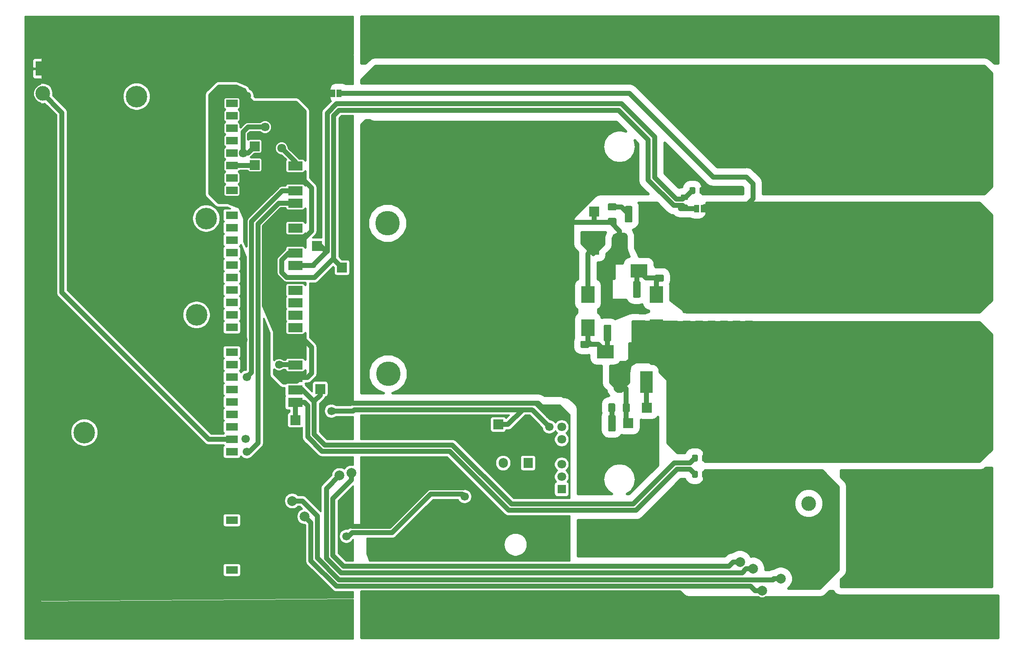
<source format=gbr>
G04 #@! TF.GenerationSoftware,KiCad,Pcbnew,(5.0.0-rc2-dev-586-g888c43477)*
G04 #@! TF.CreationDate,2018-08-28T22:07:21-03:00*
G04 #@! TF.ProjectId,Mcc18,4D636331382E6B696361645F70636200,rev?*
G04 #@! TF.SameCoordinates,Original*
G04 #@! TF.FileFunction,Copper,L1,Top,Signal*
G04 #@! TF.FilePolarity,Positive*
%FSLAX46Y46*%
G04 Gerber Fmt 4.6, Leading zero omitted, Abs format (unit mm)*
G04 Created by KiCad (PCBNEW (5.0.0-rc2-dev-586-g888c43477)) date 08/28/18 22:07:21*
%MOMM*%
%LPD*%
G01*
G04 APERTURE LIST*
%ADD10R,2.000000X2.000000*%
%ADD11R,2.400000X1.500000*%
%ADD12C,4.400000*%
%ADD13R,1.905000X2.000000*%
%ADD14O,1.905000X2.000000*%
%ADD15R,3.000000X1.900000*%
%ADD16R,3.000000X3.000000*%
%ADD17C,3.000000*%
%ADD18R,1.000000X1.500000*%
%ADD19R,3.500000X2.700000*%
%ADD20C,0.100000*%
%ADD21C,1.425000*%
%ADD22R,2.700000X3.500000*%
%ADD23C,5.000000*%
%ADD24C,10.000000*%
%ADD25O,2.500000X4.500000*%
%ADD26R,2.500000X4.500000*%
%ADD27C,1.150000*%
%ADD28C,1.525000*%
%ADD29C,1.800000*%
%ADD30R,1.800000X1.800000*%
%ADD31C,2.000000*%
%ADD32C,1.700000*%
%ADD33C,1.000000*%
%ADD34C,0.508000*%
%ADD35C,9.000000*%
%ADD36C,0.304800*%
%ADD37C,0.254000*%
G04 APERTURE END LIST*
D10*
X97155000Y-56515000D03*
X97155000Y-60325000D03*
X114935000Y-81280000D03*
X181610000Y-76835000D03*
X166370000Y-69850000D03*
X110490000Y-106045000D03*
X105410000Y-112395000D03*
X177165000Y-109855000D03*
X160655000Y-104775000D03*
X173355000Y-113030000D03*
X146812000Y-113284000D03*
X109855000Y-76835000D03*
D11*
X92456000Y-143002000D03*
X92456000Y-140462000D03*
X92456000Y-137922000D03*
X92456000Y-135382000D03*
X92456000Y-132842000D03*
X92456000Y-130302000D03*
X92456000Y-127762000D03*
X92456000Y-125222000D03*
X92456000Y-118872000D03*
X92456000Y-116332000D03*
X92456000Y-113792000D03*
X92456000Y-111252000D03*
X92456000Y-108712000D03*
X92456000Y-106172000D03*
X92456000Y-103632000D03*
X92456000Y-101092000D03*
X92456000Y-98552000D03*
X92456000Y-96012000D03*
X92456000Y-93472000D03*
X92456000Y-90932000D03*
X92456000Y-88392000D03*
X92456000Y-85852000D03*
X92456000Y-83312000D03*
X92456000Y-80772000D03*
X92456000Y-78232000D03*
X92456000Y-75692000D03*
X92456000Y-73152000D03*
X92456000Y-70612000D03*
X92456000Y-65532000D03*
X92456000Y-62992000D03*
X92456000Y-60452000D03*
X92456000Y-57912000D03*
X92456000Y-55372000D03*
X92456000Y-52832000D03*
X92456000Y-50292000D03*
X92456000Y-47752000D03*
X92456000Y-45212000D03*
D12*
X87225274Y-71247000D03*
X73025000Y-46355000D03*
X62357000Y-114934000D03*
D13*
X152908000Y-121158000D03*
D14*
X150368000Y-121158000D03*
X147828000Y-121158000D03*
D15*
X105395605Y-60506995D03*
X105395605Y-63046995D03*
X105395605Y-65586995D03*
X105395605Y-108766995D03*
X105395605Y-106226995D03*
X105395605Y-103686995D03*
X105395605Y-101146995D03*
X105395605Y-96066995D03*
X105395605Y-93526995D03*
X105395605Y-90986995D03*
X105395605Y-88446995D03*
X105395605Y-85906995D03*
X105395605Y-80826995D03*
X105395605Y-78286995D03*
X105395605Y-75746995D03*
X105395605Y-73206995D03*
X105395605Y-68126995D03*
D16*
X53848000Y-40640000D03*
D17*
X53848000Y-45720000D03*
D18*
X113015000Y-45720000D03*
X114315000Y-45720000D03*
D19*
X175485000Y-81915000D03*
X168685000Y-81915000D03*
D20*
G36*
X173424504Y-108981204D02*
X173448773Y-108984804D01*
X173472571Y-108990765D01*
X173495671Y-108999030D01*
X173517849Y-109009520D01*
X173538893Y-109022133D01*
X173558598Y-109036747D01*
X173576777Y-109053223D01*
X173593253Y-109071402D01*
X173607867Y-109091107D01*
X173620480Y-109112151D01*
X173630970Y-109134329D01*
X173639235Y-109157429D01*
X173645196Y-109181227D01*
X173648796Y-109205496D01*
X173650000Y-109230000D01*
X173650000Y-110480000D01*
X173648796Y-110504504D01*
X173645196Y-110528773D01*
X173639235Y-110552571D01*
X173630970Y-110575671D01*
X173620480Y-110597849D01*
X173607867Y-110618893D01*
X173593253Y-110638598D01*
X173576777Y-110656777D01*
X173558598Y-110673253D01*
X173538893Y-110687867D01*
X173517849Y-110700480D01*
X173495671Y-110710970D01*
X173472571Y-110719235D01*
X173448773Y-110725196D01*
X173424504Y-110728796D01*
X173400000Y-110730000D01*
X172475000Y-110730000D01*
X172450496Y-110728796D01*
X172426227Y-110725196D01*
X172402429Y-110719235D01*
X172379329Y-110710970D01*
X172357151Y-110700480D01*
X172336107Y-110687867D01*
X172316402Y-110673253D01*
X172298223Y-110656777D01*
X172281747Y-110638598D01*
X172267133Y-110618893D01*
X172254520Y-110597849D01*
X172244030Y-110575671D01*
X172235765Y-110552571D01*
X172229804Y-110528773D01*
X172226204Y-110504504D01*
X172225000Y-110480000D01*
X172225000Y-109230000D01*
X172226204Y-109205496D01*
X172229804Y-109181227D01*
X172235765Y-109157429D01*
X172244030Y-109134329D01*
X172254520Y-109112151D01*
X172267133Y-109091107D01*
X172281747Y-109071402D01*
X172298223Y-109053223D01*
X172316402Y-109036747D01*
X172336107Y-109022133D01*
X172357151Y-109009520D01*
X172379329Y-108999030D01*
X172402429Y-108990765D01*
X172426227Y-108984804D01*
X172450496Y-108981204D01*
X172475000Y-108980000D01*
X173400000Y-108980000D01*
X173424504Y-108981204D01*
X173424504Y-108981204D01*
G37*
D21*
X172937500Y-109855000D03*
D20*
G36*
X170449504Y-108981204D02*
X170473773Y-108984804D01*
X170497571Y-108990765D01*
X170520671Y-108999030D01*
X170542849Y-109009520D01*
X170563893Y-109022133D01*
X170583598Y-109036747D01*
X170601777Y-109053223D01*
X170618253Y-109071402D01*
X170632867Y-109091107D01*
X170645480Y-109112151D01*
X170655970Y-109134329D01*
X170664235Y-109157429D01*
X170670196Y-109181227D01*
X170673796Y-109205496D01*
X170675000Y-109230000D01*
X170675000Y-110480000D01*
X170673796Y-110504504D01*
X170670196Y-110528773D01*
X170664235Y-110552571D01*
X170655970Y-110575671D01*
X170645480Y-110597849D01*
X170632867Y-110618893D01*
X170618253Y-110638598D01*
X170601777Y-110656777D01*
X170583598Y-110673253D01*
X170563893Y-110687867D01*
X170542849Y-110700480D01*
X170520671Y-110710970D01*
X170497571Y-110719235D01*
X170473773Y-110725196D01*
X170449504Y-110728796D01*
X170425000Y-110730000D01*
X169500000Y-110730000D01*
X169475496Y-110728796D01*
X169451227Y-110725196D01*
X169427429Y-110719235D01*
X169404329Y-110710970D01*
X169382151Y-110700480D01*
X169361107Y-110687867D01*
X169341402Y-110673253D01*
X169323223Y-110656777D01*
X169306747Y-110638598D01*
X169292133Y-110618893D01*
X169279520Y-110597849D01*
X169269030Y-110575671D01*
X169260765Y-110552571D01*
X169254804Y-110528773D01*
X169251204Y-110504504D01*
X169250000Y-110480000D01*
X169250000Y-109230000D01*
X169251204Y-109205496D01*
X169254804Y-109181227D01*
X169260765Y-109157429D01*
X169269030Y-109134329D01*
X169279520Y-109112151D01*
X169292133Y-109091107D01*
X169306747Y-109071402D01*
X169323223Y-109053223D01*
X169341402Y-109036747D01*
X169361107Y-109022133D01*
X169382151Y-109009520D01*
X169404329Y-108999030D01*
X169427429Y-108990765D01*
X169451227Y-108984804D01*
X169475496Y-108981204D01*
X169500000Y-108980000D01*
X170425000Y-108980000D01*
X170449504Y-108981204D01*
X170449504Y-108981204D01*
G37*
D21*
X169962500Y-109855000D03*
D20*
G36*
X170702504Y-71134204D02*
X170726773Y-71137804D01*
X170750571Y-71143765D01*
X170773671Y-71152030D01*
X170795849Y-71162520D01*
X170816893Y-71175133D01*
X170836598Y-71189747D01*
X170854777Y-71206223D01*
X170871253Y-71224402D01*
X170885867Y-71244107D01*
X170898480Y-71265151D01*
X170908970Y-71287329D01*
X170917235Y-71310429D01*
X170923196Y-71334227D01*
X170926796Y-71358496D01*
X170928000Y-71383000D01*
X170928000Y-72308000D01*
X170926796Y-72332504D01*
X170923196Y-72356773D01*
X170917235Y-72380571D01*
X170908970Y-72403671D01*
X170898480Y-72425849D01*
X170885867Y-72446893D01*
X170871253Y-72466598D01*
X170854777Y-72484777D01*
X170836598Y-72501253D01*
X170816893Y-72515867D01*
X170795849Y-72528480D01*
X170773671Y-72538970D01*
X170750571Y-72547235D01*
X170726773Y-72553196D01*
X170702504Y-72556796D01*
X170678000Y-72558000D01*
X169428000Y-72558000D01*
X169403496Y-72556796D01*
X169379227Y-72553196D01*
X169355429Y-72547235D01*
X169332329Y-72538970D01*
X169310151Y-72528480D01*
X169289107Y-72515867D01*
X169269402Y-72501253D01*
X169251223Y-72484777D01*
X169234747Y-72466598D01*
X169220133Y-72446893D01*
X169207520Y-72425849D01*
X169197030Y-72403671D01*
X169188765Y-72380571D01*
X169182804Y-72356773D01*
X169179204Y-72332504D01*
X169178000Y-72308000D01*
X169178000Y-71383000D01*
X169179204Y-71358496D01*
X169182804Y-71334227D01*
X169188765Y-71310429D01*
X169197030Y-71287329D01*
X169207520Y-71265151D01*
X169220133Y-71244107D01*
X169234747Y-71224402D01*
X169251223Y-71206223D01*
X169269402Y-71189747D01*
X169289107Y-71175133D01*
X169310151Y-71162520D01*
X169332329Y-71152030D01*
X169355429Y-71143765D01*
X169379227Y-71137804D01*
X169403496Y-71134204D01*
X169428000Y-71133000D01*
X170678000Y-71133000D01*
X170702504Y-71134204D01*
X170702504Y-71134204D01*
G37*
D21*
X170053000Y-71845500D03*
D20*
G36*
X170702504Y-68159204D02*
X170726773Y-68162804D01*
X170750571Y-68168765D01*
X170773671Y-68177030D01*
X170795849Y-68187520D01*
X170816893Y-68200133D01*
X170836598Y-68214747D01*
X170854777Y-68231223D01*
X170871253Y-68249402D01*
X170885867Y-68269107D01*
X170898480Y-68290151D01*
X170908970Y-68312329D01*
X170917235Y-68335429D01*
X170923196Y-68359227D01*
X170926796Y-68383496D01*
X170928000Y-68408000D01*
X170928000Y-69333000D01*
X170926796Y-69357504D01*
X170923196Y-69381773D01*
X170917235Y-69405571D01*
X170908970Y-69428671D01*
X170898480Y-69450849D01*
X170885867Y-69471893D01*
X170871253Y-69491598D01*
X170854777Y-69509777D01*
X170836598Y-69526253D01*
X170816893Y-69540867D01*
X170795849Y-69553480D01*
X170773671Y-69563970D01*
X170750571Y-69572235D01*
X170726773Y-69578196D01*
X170702504Y-69581796D01*
X170678000Y-69583000D01*
X169428000Y-69583000D01*
X169403496Y-69581796D01*
X169379227Y-69578196D01*
X169355429Y-69572235D01*
X169332329Y-69563970D01*
X169310151Y-69553480D01*
X169289107Y-69540867D01*
X169269402Y-69526253D01*
X169251223Y-69509777D01*
X169234747Y-69491598D01*
X169220133Y-69471893D01*
X169207520Y-69450849D01*
X169197030Y-69428671D01*
X169188765Y-69405571D01*
X169182804Y-69381773D01*
X169179204Y-69357504D01*
X169178000Y-69333000D01*
X169178000Y-68408000D01*
X169179204Y-68383496D01*
X169182804Y-68359227D01*
X169188765Y-68335429D01*
X169197030Y-68312329D01*
X169207520Y-68290151D01*
X169220133Y-68269107D01*
X169234747Y-68249402D01*
X169251223Y-68231223D01*
X169269402Y-68214747D01*
X169289107Y-68200133D01*
X169310151Y-68187520D01*
X169332329Y-68177030D01*
X169355429Y-68168765D01*
X169379227Y-68162804D01*
X169403496Y-68159204D01*
X169428000Y-68158000D01*
X170678000Y-68158000D01*
X170702504Y-68159204D01*
X170702504Y-68159204D01*
G37*
D21*
X170053000Y-68870500D03*
D20*
G36*
X180354504Y-82691204D02*
X180378773Y-82694804D01*
X180402571Y-82700765D01*
X180425671Y-82709030D01*
X180447849Y-82719520D01*
X180468893Y-82732133D01*
X180488598Y-82746747D01*
X180506777Y-82763223D01*
X180523253Y-82781402D01*
X180537867Y-82801107D01*
X180550480Y-82822151D01*
X180560970Y-82844329D01*
X180569235Y-82867429D01*
X180575196Y-82891227D01*
X180578796Y-82915496D01*
X180580000Y-82940000D01*
X180580000Y-83865000D01*
X180578796Y-83889504D01*
X180575196Y-83913773D01*
X180569235Y-83937571D01*
X180560970Y-83960671D01*
X180550480Y-83982849D01*
X180537867Y-84003893D01*
X180523253Y-84023598D01*
X180506777Y-84041777D01*
X180488598Y-84058253D01*
X180468893Y-84072867D01*
X180447849Y-84085480D01*
X180425671Y-84095970D01*
X180402571Y-84104235D01*
X180378773Y-84110196D01*
X180354504Y-84113796D01*
X180330000Y-84115000D01*
X179080000Y-84115000D01*
X179055496Y-84113796D01*
X179031227Y-84110196D01*
X179007429Y-84104235D01*
X178984329Y-84095970D01*
X178962151Y-84085480D01*
X178941107Y-84072867D01*
X178921402Y-84058253D01*
X178903223Y-84041777D01*
X178886747Y-84023598D01*
X178872133Y-84003893D01*
X178859520Y-83982849D01*
X178849030Y-83960671D01*
X178840765Y-83937571D01*
X178834804Y-83913773D01*
X178831204Y-83889504D01*
X178830000Y-83865000D01*
X178830000Y-82940000D01*
X178831204Y-82915496D01*
X178834804Y-82891227D01*
X178840765Y-82867429D01*
X178849030Y-82844329D01*
X178859520Y-82822151D01*
X178872133Y-82801107D01*
X178886747Y-82781402D01*
X178903223Y-82763223D01*
X178921402Y-82746747D01*
X178941107Y-82732133D01*
X178962151Y-82719520D01*
X178984329Y-82709030D01*
X179007429Y-82700765D01*
X179031227Y-82694804D01*
X179055496Y-82691204D01*
X179080000Y-82690000D01*
X180330000Y-82690000D01*
X180354504Y-82691204D01*
X180354504Y-82691204D01*
G37*
D21*
X179705000Y-83402500D03*
D20*
G36*
X180354504Y-79716204D02*
X180378773Y-79719804D01*
X180402571Y-79725765D01*
X180425671Y-79734030D01*
X180447849Y-79744520D01*
X180468893Y-79757133D01*
X180488598Y-79771747D01*
X180506777Y-79788223D01*
X180523253Y-79806402D01*
X180537867Y-79826107D01*
X180550480Y-79847151D01*
X180560970Y-79869329D01*
X180569235Y-79892429D01*
X180575196Y-79916227D01*
X180578796Y-79940496D01*
X180580000Y-79965000D01*
X180580000Y-80890000D01*
X180578796Y-80914504D01*
X180575196Y-80938773D01*
X180569235Y-80962571D01*
X180560970Y-80985671D01*
X180550480Y-81007849D01*
X180537867Y-81028893D01*
X180523253Y-81048598D01*
X180506777Y-81066777D01*
X180488598Y-81083253D01*
X180468893Y-81097867D01*
X180447849Y-81110480D01*
X180425671Y-81120970D01*
X180402571Y-81129235D01*
X180378773Y-81135196D01*
X180354504Y-81138796D01*
X180330000Y-81140000D01*
X179080000Y-81140000D01*
X179055496Y-81138796D01*
X179031227Y-81135196D01*
X179007429Y-81129235D01*
X178984329Y-81120970D01*
X178962151Y-81110480D01*
X178941107Y-81097867D01*
X178921402Y-81083253D01*
X178903223Y-81066777D01*
X178886747Y-81048598D01*
X178872133Y-81028893D01*
X178859520Y-81007849D01*
X178849030Y-80985671D01*
X178840765Y-80962571D01*
X178834804Y-80938773D01*
X178831204Y-80914504D01*
X178830000Y-80890000D01*
X178830000Y-79965000D01*
X178831204Y-79940496D01*
X178834804Y-79916227D01*
X178840765Y-79892429D01*
X178849030Y-79869329D01*
X178859520Y-79847151D01*
X178872133Y-79826107D01*
X178886747Y-79806402D01*
X178903223Y-79788223D01*
X178921402Y-79771747D01*
X178941107Y-79757133D01*
X178962151Y-79744520D01*
X178984329Y-79734030D01*
X179007429Y-79725765D01*
X179031227Y-79719804D01*
X179055496Y-79716204D01*
X179080000Y-79715000D01*
X180330000Y-79715000D01*
X180354504Y-79716204D01*
X180354504Y-79716204D01*
G37*
D21*
X179705000Y-80427500D03*
D20*
G36*
X196102504Y-89114204D02*
X196126773Y-89117804D01*
X196150571Y-89123765D01*
X196173671Y-89132030D01*
X196195849Y-89142520D01*
X196216893Y-89155133D01*
X196236598Y-89169747D01*
X196254777Y-89186223D01*
X196271253Y-89204402D01*
X196285867Y-89224107D01*
X196298480Y-89245151D01*
X196308970Y-89267329D01*
X196317235Y-89290429D01*
X196323196Y-89314227D01*
X196326796Y-89338496D01*
X196328000Y-89363000D01*
X196328000Y-90288000D01*
X196326796Y-90312504D01*
X196323196Y-90336773D01*
X196317235Y-90360571D01*
X196308970Y-90383671D01*
X196298480Y-90405849D01*
X196285867Y-90426893D01*
X196271253Y-90446598D01*
X196254777Y-90464777D01*
X196236598Y-90481253D01*
X196216893Y-90495867D01*
X196195849Y-90508480D01*
X196173671Y-90518970D01*
X196150571Y-90527235D01*
X196126773Y-90533196D01*
X196102504Y-90536796D01*
X196078000Y-90538000D01*
X194828000Y-90538000D01*
X194803496Y-90536796D01*
X194779227Y-90533196D01*
X194755429Y-90527235D01*
X194732329Y-90518970D01*
X194710151Y-90508480D01*
X194689107Y-90495867D01*
X194669402Y-90481253D01*
X194651223Y-90464777D01*
X194634747Y-90446598D01*
X194620133Y-90426893D01*
X194607520Y-90405849D01*
X194597030Y-90383671D01*
X194588765Y-90360571D01*
X194582804Y-90336773D01*
X194579204Y-90312504D01*
X194578000Y-90288000D01*
X194578000Y-89363000D01*
X194579204Y-89338496D01*
X194582804Y-89314227D01*
X194588765Y-89290429D01*
X194597030Y-89267329D01*
X194607520Y-89245151D01*
X194620133Y-89224107D01*
X194634747Y-89204402D01*
X194651223Y-89186223D01*
X194669402Y-89169747D01*
X194689107Y-89155133D01*
X194710151Y-89142520D01*
X194732329Y-89132030D01*
X194755429Y-89123765D01*
X194779227Y-89117804D01*
X194803496Y-89114204D01*
X194828000Y-89113000D01*
X196078000Y-89113000D01*
X196102504Y-89114204D01*
X196102504Y-89114204D01*
G37*
D21*
X195453000Y-89825500D03*
D20*
G36*
X196102504Y-92089204D02*
X196126773Y-92092804D01*
X196150571Y-92098765D01*
X196173671Y-92107030D01*
X196195849Y-92117520D01*
X196216893Y-92130133D01*
X196236598Y-92144747D01*
X196254777Y-92161223D01*
X196271253Y-92179402D01*
X196285867Y-92199107D01*
X196298480Y-92220151D01*
X196308970Y-92242329D01*
X196317235Y-92265429D01*
X196323196Y-92289227D01*
X196326796Y-92313496D01*
X196328000Y-92338000D01*
X196328000Y-93263000D01*
X196326796Y-93287504D01*
X196323196Y-93311773D01*
X196317235Y-93335571D01*
X196308970Y-93358671D01*
X196298480Y-93380849D01*
X196285867Y-93401893D01*
X196271253Y-93421598D01*
X196254777Y-93439777D01*
X196236598Y-93456253D01*
X196216893Y-93470867D01*
X196195849Y-93483480D01*
X196173671Y-93493970D01*
X196150571Y-93502235D01*
X196126773Y-93508196D01*
X196102504Y-93511796D01*
X196078000Y-93513000D01*
X194828000Y-93513000D01*
X194803496Y-93511796D01*
X194779227Y-93508196D01*
X194755429Y-93502235D01*
X194732329Y-93493970D01*
X194710151Y-93483480D01*
X194689107Y-93470867D01*
X194669402Y-93456253D01*
X194651223Y-93439777D01*
X194634747Y-93421598D01*
X194620133Y-93401893D01*
X194607520Y-93380849D01*
X194597030Y-93358671D01*
X194588765Y-93335571D01*
X194582804Y-93311773D01*
X194579204Y-93287504D01*
X194578000Y-93263000D01*
X194578000Y-92338000D01*
X194579204Y-92313496D01*
X194582804Y-92289227D01*
X194588765Y-92265429D01*
X194597030Y-92242329D01*
X194607520Y-92220151D01*
X194620133Y-92199107D01*
X194634747Y-92179402D01*
X194651223Y-92161223D01*
X194669402Y-92144747D01*
X194689107Y-92130133D01*
X194710151Y-92117520D01*
X194732329Y-92107030D01*
X194755429Y-92098765D01*
X194779227Y-92092804D01*
X194803496Y-92089204D01*
X194828000Y-92088000D01*
X196078000Y-92088000D01*
X196102504Y-92089204D01*
X196102504Y-92089204D01*
G37*
D21*
X195453000Y-92800500D03*
D20*
G36*
X165114504Y-99201204D02*
X165138773Y-99204804D01*
X165162571Y-99210765D01*
X165185671Y-99219030D01*
X165207849Y-99229520D01*
X165228893Y-99242133D01*
X165248598Y-99256747D01*
X165266777Y-99273223D01*
X165283253Y-99291402D01*
X165297867Y-99311107D01*
X165310480Y-99332151D01*
X165320970Y-99354329D01*
X165329235Y-99377429D01*
X165335196Y-99401227D01*
X165338796Y-99425496D01*
X165340000Y-99450000D01*
X165340000Y-100375000D01*
X165338796Y-100399504D01*
X165335196Y-100423773D01*
X165329235Y-100447571D01*
X165320970Y-100470671D01*
X165310480Y-100492849D01*
X165297867Y-100513893D01*
X165283253Y-100533598D01*
X165266777Y-100551777D01*
X165248598Y-100568253D01*
X165228893Y-100582867D01*
X165207849Y-100595480D01*
X165185671Y-100605970D01*
X165162571Y-100614235D01*
X165138773Y-100620196D01*
X165114504Y-100623796D01*
X165090000Y-100625000D01*
X163840000Y-100625000D01*
X163815496Y-100623796D01*
X163791227Y-100620196D01*
X163767429Y-100614235D01*
X163744329Y-100605970D01*
X163722151Y-100595480D01*
X163701107Y-100582867D01*
X163681402Y-100568253D01*
X163663223Y-100551777D01*
X163646747Y-100533598D01*
X163632133Y-100513893D01*
X163619520Y-100492849D01*
X163609030Y-100470671D01*
X163600765Y-100447571D01*
X163594804Y-100423773D01*
X163591204Y-100399504D01*
X163590000Y-100375000D01*
X163590000Y-99450000D01*
X163591204Y-99425496D01*
X163594804Y-99401227D01*
X163600765Y-99377429D01*
X163609030Y-99354329D01*
X163619520Y-99332151D01*
X163632133Y-99311107D01*
X163646747Y-99291402D01*
X163663223Y-99273223D01*
X163681402Y-99256747D01*
X163701107Y-99242133D01*
X163722151Y-99229520D01*
X163744329Y-99219030D01*
X163767429Y-99210765D01*
X163791227Y-99204804D01*
X163815496Y-99201204D01*
X163840000Y-99200000D01*
X165090000Y-99200000D01*
X165114504Y-99201204D01*
X165114504Y-99201204D01*
G37*
D21*
X164465000Y-99912500D03*
D20*
G36*
X165114504Y-96226204D02*
X165138773Y-96229804D01*
X165162571Y-96235765D01*
X165185671Y-96244030D01*
X165207849Y-96254520D01*
X165228893Y-96267133D01*
X165248598Y-96281747D01*
X165266777Y-96298223D01*
X165283253Y-96316402D01*
X165297867Y-96336107D01*
X165310480Y-96357151D01*
X165320970Y-96379329D01*
X165329235Y-96402429D01*
X165335196Y-96426227D01*
X165338796Y-96450496D01*
X165340000Y-96475000D01*
X165340000Y-97400000D01*
X165338796Y-97424504D01*
X165335196Y-97448773D01*
X165329235Y-97472571D01*
X165320970Y-97495671D01*
X165310480Y-97517849D01*
X165297867Y-97538893D01*
X165283253Y-97558598D01*
X165266777Y-97576777D01*
X165248598Y-97593253D01*
X165228893Y-97607867D01*
X165207849Y-97620480D01*
X165185671Y-97630970D01*
X165162571Y-97639235D01*
X165138773Y-97645196D01*
X165114504Y-97648796D01*
X165090000Y-97650000D01*
X163840000Y-97650000D01*
X163815496Y-97648796D01*
X163791227Y-97645196D01*
X163767429Y-97639235D01*
X163744329Y-97630970D01*
X163722151Y-97620480D01*
X163701107Y-97607867D01*
X163681402Y-97593253D01*
X163663223Y-97576777D01*
X163646747Y-97558598D01*
X163632133Y-97538893D01*
X163619520Y-97517849D01*
X163609030Y-97495671D01*
X163600765Y-97472571D01*
X163594804Y-97448773D01*
X163591204Y-97424504D01*
X163590000Y-97400000D01*
X163590000Y-96475000D01*
X163591204Y-96450496D01*
X163594804Y-96426227D01*
X163600765Y-96402429D01*
X163609030Y-96379329D01*
X163619520Y-96357151D01*
X163632133Y-96336107D01*
X163646747Y-96316402D01*
X163663223Y-96298223D01*
X163681402Y-96281747D01*
X163701107Y-96267133D01*
X163722151Y-96254520D01*
X163744329Y-96244030D01*
X163767429Y-96235765D01*
X163791227Y-96229804D01*
X163815496Y-96226204D01*
X163840000Y-96225000D01*
X165090000Y-96225000D01*
X165114504Y-96226204D01*
X165114504Y-96226204D01*
G37*
D21*
X164465000Y-96937500D03*
D20*
G36*
X198642504Y-92089204D02*
X198666773Y-92092804D01*
X198690571Y-92098765D01*
X198713671Y-92107030D01*
X198735849Y-92117520D01*
X198756893Y-92130133D01*
X198776598Y-92144747D01*
X198794777Y-92161223D01*
X198811253Y-92179402D01*
X198825867Y-92199107D01*
X198838480Y-92220151D01*
X198848970Y-92242329D01*
X198857235Y-92265429D01*
X198863196Y-92289227D01*
X198866796Y-92313496D01*
X198868000Y-92338000D01*
X198868000Y-93263000D01*
X198866796Y-93287504D01*
X198863196Y-93311773D01*
X198857235Y-93335571D01*
X198848970Y-93358671D01*
X198838480Y-93380849D01*
X198825867Y-93401893D01*
X198811253Y-93421598D01*
X198794777Y-93439777D01*
X198776598Y-93456253D01*
X198756893Y-93470867D01*
X198735849Y-93483480D01*
X198713671Y-93493970D01*
X198690571Y-93502235D01*
X198666773Y-93508196D01*
X198642504Y-93511796D01*
X198618000Y-93513000D01*
X197368000Y-93513000D01*
X197343496Y-93511796D01*
X197319227Y-93508196D01*
X197295429Y-93502235D01*
X197272329Y-93493970D01*
X197250151Y-93483480D01*
X197229107Y-93470867D01*
X197209402Y-93456253D01*
X197191223Y-93439777D01*
X197174747Y-93421598D01*
X197160133Y-93401893D01*
X197147520Y-93380849D01*
X197137030Y-93358671D01*
X197128765Y-93335571D01*
X197122804Y-93311773D01*
X197119204Y-93287504D01*
X197118000Y-93263000D01*
X197118000Y-92338000D01*
X197119204Y-92313496D01*
X197122804Y-92289227D01*
X197128765Y-92265429D01*
X197137030Y-92242329D01*
X197147520Y-92220151D01*
X197160133Y-92199107D01*
X197174747Y-92179402D01*
X197191223Y-92161223D01*
X197209402Y-92144747D01*
X197229107Y-92130133D01*
X197250151Y-92117520D01*
X197272329Y-92107030D01*
X197295429Y-92098765D01*
X197319227Y-92092804D01*
X197343496Y-92089204D01*
X197368000Y-92088000D01*
X198618000Y-92088000D01*
X198642504Y-92089204D01*
X198642504Y-92089204D01*
G37*
D21*
X197993000Y-92800500D03*
D20*
G36*
X198642504Y-89114204D02*
X198666773Y-89117804D01*
X198690571Y-89123765D01*
X198713671Y-89132030D01*
X198735849Y-89142520D01*
X198756893Y-89155133D01*
X198776598Y-89169747D01*
X198794777Y-89186223D01*
X198811253Y-89204402D01*
X198825867Y-89224107D01*
X198838480Y-89245151D01*
X198848970Y-89267329D01*
X198857235Y-89290429D01*
X198863196Y-89314227D01*
X198866796Y-89338496D01*
X198868000Y-89363000D01*
X198868000Y-90288000D01*
X198866796Y-90312504D01*
X198863196Y-90336773D01*
X198857235Y-90360571D01*
X198848970Y-90383671D01*
X198838480Y-90405849D01*
X198825867Y-90426893D01*
X198811253Y-90446598D01*
X198794777Y-90464777D01*
X198776598Y-90481253D01*
X198756893Y-90495867D01*
X198735849Y-90508480D01*
X198713671Y-90518970D01*
X198690571Y-90527235D01*
X198666773Y-90533196D01*
X198642504Y-90536796D01*
X198618000Y-90538000D01*
X197368000Y-90538000D01*
X197343496Y-90536796D01*
X197319227Y-90533196D01*
X197295429Y-90527235D01*
X197272329Y-90518970D01*
X197250151Y-90508480D01*
X197229107Y-90495867D01*
X197209402Y-90481253D01*
X197191223Y-90464777D01*
X197174747Y-90446598D01*
X197160133Y-90426893D01*
X197147520Y-90405849D01*
X197137030Y-90383671D01*
X197128765Y-90360571D01*
X197122804Y-90336773D01*
X197119204Y-90312504D01*
X197118000Y-90288000D01*
X197118000Y-89363000D01*
X197119204Y-89338496D01*
X197122804Y-89314227D01*
X197128765Y-89290429D01*
X197137030Y-89267329D01*
X197147520Y-89245151D01*
X197160133Y-89224107D01*
X197174747Y-89204402D01*
X197191223Y-89186223D01*
X197209402Y-89169747D01*
X197229107Y-89155133D01*
X197250151Y-89142520D01*
X197272329Y-89132030D01*
X197295429Y-89123765D01*
X197319227Y-89117804D01*
X197343496Y-89114204D01*
X197368000Y-89113000D01*
X198618000Y-89113000D01*
X198642504Y-89114204D01*
X198642504Y-89114204D01*
G37*
D21*
X197993000Y-89825500D03*
D20*
G36*
X193562504Y-89114204D02*
X193586773Y-89117804D01*
X193610571Y-89123765D01*
X193633671Y-89132030D01*
X193655849Y-89142520D01*
X193676893Y-89155133D01*
X193696598Y-89169747D01*
X193714777Y-89186223D01*
X193731253Y-89204402D01*
X193745867Y-89224107D01*
X193758480Y-89245151D01*
X193768970Y-89267329D01*
X193777235Y-89290429D01*
X193783196Y-89314227D01*
X193786796Y-89338496D01*
X193788000Y-89363000D01*
X193788000Y-90288000D01*
X193786796Y-90312504D01*
X193783196Y-90336773D01*
X193777235Y-90360571D01*
X193768970Y-90383671D01*
X193758480Y-90405849D01*
X193745867Y-90426893D01*
X193731253Y-90446598D01*
X193714777Y-90464777D01*
X193696598Y-90481253D01*
X193676893Y-90495867D01*
X193655849Y-90508480D01*
X193633671Y-90518970D01*
X193610571Y-90527235D01*
X193586773Y-90533196D01*
X193562504Y-90536796D01*
X193538000Y-90538000D01*
X192288000Y-90538000D01*
X192263496Y-90536796D01*
X192239227Y-90533196D01*
X192215429Y-90527235D01*
X192192329Y-90518970D01*
X192170151Y-90508480D01*
X192149107Y-90495867D01*
X192129402Y-90481253D01*
X192111223Y-90464777D01*
X192094747Y-90446598D01*
X192080133Y-90426893D01*
X192067520Y-90405849D01*
X192057030Y-90383671D01*
X192048765Y-90360571D01*
X192042804Y-90336773D01*
X192039204Y-90312504D01*
X192038000Y-90288000D01*
X192038000Y-89363000D01*
X192039204Y-89338496D01*
X192042804Y-89314227D01*
X192048765Y-89290429D01*
X192057030Y-89267329D01*
X192067520Y-89245151D01*
X192080133Y-89224107D01*
X192094747Y-89204402D01*
X192111223Y-89186223D01*
X192129402Y-89169747D01*
X192149107Y-89155133D01*
X192170151Y-89142520D01*
X192192329Y-89132030D01*
X192215429Y-89123765D01*
X192239227Y-89117804D01*
X192263496Y-89114204D01*
X192288000Y-89113000D01*
X193538000Y-89113000D01*
X193562504Y-89114204D01*
X193562504Y-89114204D01*
G37*
D21*
X192913000Y-89825500D03*
D20*
G36*
X193562504Y-92089204D02*
X193586773Y-92092804D01*
X193610571Y-92098765D01*
X193633671Y-92107030D01*
X193655849Y-92117520D01*
X193676893Y-92130133D01*
X193696598Y-92144747D01*
X193714777Y-92161223D01*
X193731253Y-92179402D01*
X193745867Y-92199107D01*
X193758480Y-92220151D01*
X193768970Y-92242329D01*
X193777235Y-92265429D01*
X193783196Y-92289227D01*
X193786796Y-92313496D01*
X193788000Y-92338000D01*
X193788000Y-93263000D01*
X193786796Y-93287504D01*
X193783196Y-93311773D01*
X193777235Y-93335571D01*
X193768970Y-93358671D01*
X193758480Y-93380849D01*
X193745867Y-93401893D01*
X193731253Y-93421598D01*
X193714777Y-93439777D01*
X193696598Y-93456253D01*
X193676893Y-93470867D01*
X193655849Y-93483480D01*
X193633671Y-93493970D01*
X193610571Y-93502235D01*
X193586773Y-93508196D01*
X193562504Y-93511796D01*
X193538000Y-93513000D01*
X192288000Y-93513000D01*
X192263496Y-93511796D01*
X192239227Y-93508196D01*
X192215429Y-93502235D01*
X192192329Y-93493970D01*
X192170151Y-93483480D01*
X192149107Y-93470867D01*
X192129402Y-93456253D01*
X192111223Y-93439777D01*
X192094747Y-93421598D01*
X192080133Y-93401893D01*
X192067520Y-93380849D01*
X192057030Y-93358671D01*
X192048765Y-93335571D01*
X192042804Y-93311773D01*
X192039204Y-93287504D01*
X192038000Y-93263000D01*
X192038000Y-92338000D01*
X192039204Y-92313496D01*
X192042804Y-92289227D01*
X192048765Y-92265429D01*
X192057030Y-92242329D01*
X192067520Y-92220151D01*
X192080133Y-92199107D01*
X192094747Y-92179402D01*
X192111223Y-92161223D01*
X192129402Y-92144747D01*
X192149107Y-92130133D01*
X192170151Y-92117520D01*
X192192329Y-92107030D01*
X192215429Y-92098765D01*
X192239227Y-92092804D01*
X192263496Y-92089204D01*
X192288000Y-92088000D01*
X193538000Y-92088000D01*
X193562504Y-92089204D01*
X193562504Y-92089204D01*
G37*
D21*
X192913000Y-92800500D03*
D20*
G36*
X191022504Y-92089204D02*
X191046773Y-92092804D01*
X191070571Y-92098765D01*
X191093671Y-92107030D01*
X191115849Y-92117520D01*
X191136893Y-92130133D01*
X191156598Y-92144747D01*
X191174777Y-92161223D01*
X191191253Y-92179402D01*
X191205867Y-92199107D01*
X191218480Y-92220151D01*
X191228970Y-92242329D01*
X191237235Y-92265429D01*
X191243196Y-92289227D01*
X191246796Y-92313496D01*
X191248000Y-92338000D01*
X191248000Y-93263000D01*
X191246796Y-93287504D01*
X191243196Y-93311773D01*
X191237235Y-93335571D01*
X191228970Y-93358671D01*
X191218480Y-93380849D01*
X191205867Y-93401893D01*
X191191253Y-93421598D01*
X191174777Y-93439777D01*
X191156598Y-93456253D01*
X191136893Y-93470867D01*
X191115849Y-93483480D01*
X191093671Y-93493970D01*
X191070571Y-93502235D01*
X191046773Y-93508196D01*
X191022504Y-93511796D01*
X190998000Y-93513000D01*
X189748000Y-93513000D01*
X189723496Y-93511796D01*
X189699227Y-93508196D01*
X189675429Y-93502235D01*
X189652329Y-93493970D01*
X189630151Y-93483480D01*
X189609107Y-93470867D01*
X189589402Y-93456253D01*
X189571223Y-93439777D01*
X189554747Y-93421598D01*
X189540133Y-93401893D01*
X189527520Y-93380849D01*
X189517030Y-93358671D01*
X189508765Y-93335571D01*
X189502804Y-93311773D01*
X189499204Y-93287504D01*
X189498000Y-93263000D01*
X189498000Y-92338000D01*
X189499204Y-92313496D01*
X189502804Y-92289227D01*
X189508765Y-92265429D01*
X189517030Y-92242329D01*
X189527520Y-92220151D01*
X189540133Y-92199107D01*
X189554747Y-92179402D01*
X189571223Y-92161223D01*
X189589402Y-92144747D01*
X189609107Y-92130133D01*
X189630151Y-92117520D01*
X189652329Y-92107030D01*
X189675429Y-92098765D01*
X189699227Y-92092804D01*
X189723496Y-92089204D01*
X189748000Y-92088000D01*
X190998000Y-92088000D01*
X191022504Y-92089204D01*
X191022504Y-92089204D01*
G37*
D21*
X190373000Y-92800500D03*
D20*
G36*
X191022504Y-89114204D02*
X191046773Y-89117804D01*
X191070571Y-89123765D01*
X191093671Y-89132030D01*
X191115849Y-89142520D01*
X191136893Y-89155133D01*
X191156598Y-89169747D01*
X191174777Y-89186223D01*
X191191253Y-89204402D01*
X191205867Y-89224107D01*
X191218480Y-89245151D01*
X191228970Y-89267329D01*
X191237235Y-89290429D01*
X191243196Y-89314227D01*
X191246796Y-89338496D01*
X191248000Y-89363000D01*
X191248000Y-90288000D01*
X191246796Y-90312504D01*
X191243196Y-90336773D01*
X191237235Y-90360571D01*
X191228970Y-90383671D01*
X191218480Y-90405849D01*
X191205867Y-90426893D01*
X191191253Y-90446598D01*
X191174777Y-90464777D01*
X191156598Y-90481253D01*
X191136893Y-90495867D01*
X191115849Y-90508480D01*
X191093671Y-90518970D01*
X191070571Y-90527235D01*
X191046773Y-90533196D01*
X191022504Y-90536796D01*
X190998000Y-90538000D01*
X189748000Y-90538000D01*
X189723496Y-90536796D01*
X189699227Y-90533196D01*
X189675429Y-90527235D01*
X189652329Y-90518970D01*
X189630151Y-90508480D01*
X189609107Y-90495867D01*
X189589402Y-90481253D01*
X189571223Y-90464777D01*
X189554747Y-90446598D01*
X189540133Y-90426893D01*
X189527520Y-90405849D01*
X189517030Y-90383671D01*
X189508765Y-90360571D01*
X189502804Y-90336773D01*
X189499204Y-90312504D01*
X189498000Y-90288000D01*
X189498000Y-89363000D01*
X189499204Y-89338496D01*
X189502804Y-89314227D01*
X189508765Y-89290429D01*
X189517030Y-89267329D01*
X189527520Y-89245151D01*
X189540133Y-89224107D01*
X189554747Y-89204402D01*
X189571223Y-89186223D01*
X189589402Y-89169747D01*
X189609107Y-89155133D01*
X189630151Y-89142520D01*
X189652329Y-89132030D01*
X189675429Y-89123765D01*
X189699227Y-89117804D01*
X189723496Y-89114204D01*
X189748000Y-89113000D01*
X190998000Y-89113000D01*
X191022504Y-89114204D01*
X191022504Y-89114204D01*
G37*
D21*
X190373000Y-89825500D03*
D20*
G36*
X188482504Y-89114204D02*
X188506773Y-89117804D01*
X188530571Y-89123765D01*
X188553671Y-89132030D01*
X188575849Y-89142520D01*
X188596893Y-89155133D01*
X188616598Y-89169747D01*
X188634777Y-89186223D01*
X188651253Y-89204402D01*
X188665867Y-89224107D01*
X188678480Y-89245151D01*
X188688970Y-89267329D01*
X188697235Y-89290429D01*
X188703196Y-89314227D01*
X188706796Y-89338496D01*
X188708000Y-89363000D01*
X188708000Y-90288000D01*
X188706796Y-90312504D01*
X188703196Y-90336773D01*
X188697235Y-90360571D01*
X188688970Y-90383671D01*
X188678480Y-90405849D01*
X188665867Y-90426893D01*
X188651253Y-90446598D01*
X188634777Y-90464777D01*
X188616598Y-90481253D01*
X188596893Y-90495867D01*
X188575849Y-90508480D01*
X188553671Y-90518970D01*
X188530571Y-90527235D01*
X188506773Y-90533196D01*
X188482504Y-90536796D01*
X188458000Y-90538000D01*
X187208000Y-90538000D01*
X187183496Y-90536796D01*
X187159227Y-90533196D01*
X187135429Y-90527235D01*
X187112329Y-90518970D01*
X187090151Y-90508480D01*
X187069107Y-90495867D01*
X187049402Y-90481253D01*
X187031223Y-90464777D01*
X187014747Y-90446598D01*
X187000133Y-90426893D01*
X186987520Y-90405849D01*
X186977030Y-90383671D01*
X186968765Y-90360571D01*
X186962804Y-90336773D01*
X186959204Y-90312504D01*
X186958000Y-90288000D01*
X186958000Y-89363000D01*
X186959204Y-89338496D01*
X186962804Y-89314227D01*
X186968765Y-89290429D01*
X186977030Y-89267329D01*
X186987520Y-89245151D01*
X187000133Y-89224107D01*
X187014747Y-89204402D01*
X187031223Y-89186223D01*
X187049402Y-89169747D01*
X187069107Y-89155133D01*
X187090151Y-89142520D01*
X187112329Y-89132030D01*
X187135429Y-89123765D01*
X187159227Y-89117804D01*
X187183496Y-89114204D01*
X187208000Y-89113000D01*
X188458000Y-89113000D01*
X188482504Y-89114204D01*
X188482504Y-89114204D01*
G37*
D21*
X187833000Y-89825500D03*
D20*
G36*
X188482504Y-92089204D02*
X188506773Y-92092804D01*
X188530571Y-92098765D01*
X188553671Y-92107030D01*
X188575849Y-92117520D01*
X188596893Y-92130133D01*
X188616598Y-92144747D01*
X188634777Y-92161223D01*
X188651253Y-92179402D01*
X188665867Y-92199107D01*
X188678480Y-92220151D01*
X188688970Y-92242329D01*
X188697235Y-92265429D01*
X188703196Y-92289227D01*
X188706796Y-92313496D01*
X188708000Y-92338000D01*
X188708000Y-93263000D01*
X188706796Y-93287504D01*
X188703196Y-93311773D01*
X188697235Y-93335571D01*
X188688970Y-93358671D01*
X188678480Y-93380849D01*
X188665867Y-93401893D01*
X188651253Y-93421598D01*
X188634777Y-93439777D01*
X188616598Y-93456253D01*
X188596893Y-93470867D01*
X188575849Y-93483480D01*
X188553671Y-93493970D01*
X188530571Y-93502235D01*
X188506773Y-93508196D01*
X188482504Y-93511796D01*
X188458000Y-93513000D01*
X187208000Y-93513000D01*
X187183496Y-93511796D01*
X187159227Y-93508196D01*
X187135429Y-93502235D01*
X187112329Y-93493970D01*
X187090151Y-93483480D01*
X187069107Y-93470867D01*
X187049402Y-93456253D01*
X187031223Y-93439777D01*
X187014747Y-93421598D01*
X187000133Y-93401893D01*
X186987520Y-93380849D01*
X186977030Y-93358671D01*
X186968765Y-93335571D01*
X186962804Y-93311773D01*
X186959204Y-93287504D01*
X186958000Y-93263000D01*
X186958000Y-92338000D01*
X186959204Y-92313496D01*
X186962804Y-92289227D01*
X186968765Y-92265429D01*
X186977030Y-92242329D01*
X186987520Y-92220151D01*
X187000133Y-92199107D01*
X187014747Y-92179402D01*
X187031223Y-92161223D01*
X187049402Y-92144747D01*
X187069107Y-92130133D01*
X187090151Y-92117520D01*
X187112329Y-92107030D01*
X187135429Y-92098765D01*
X187159227Y-92092804D01*
X187183496Y-92089204D01*
X187208000Y-92088000D01*
X188458000Y-92088000D01*
X188482504Y-92089204D01*
X188482504Y-92089204D01*
G37*
D21*
X187833000Y-92800500D03*
D20*
G36*
X185942504Y-92089204D02*
X185966773Y-92092804D01*
X185990571Y-92098765D01*
X186013671Y-92107030D01*
X186035849Y-92117520D01*
X186056893Y-92130133D01*
X186076598Y-92144747D01*
X186094777Y-92161223D01*
X186111253Y-92179402D01*
X186125867Y-92199107D01*
X186138480Y-92220151D01*
X186148970Y-92242329D01*
X186157235Y-92265429D01*
X186163196Y-92289227D01*
X186166796Y-92313496D01*
X186168000Y-92338000D01*
X186168000Y-93263000D01*
X186166796Y-93287504D01*
X186163196Y-93311773D01*
X186157235Y-93335571D01*
X186148970Y-93358671D01*
X186138480Y-93380849D01*
X186125867Y-93401893D01*
X186111253Y-93421598D01*
X186094777Y-93439777D01*
X186076598Y-93456253D01*
X186056893Y-93470867D01*
X186035849Y-93483480D01*
X186013671Y-93493970D01*
X185990571Y-93502235D01*
X185966773Y-93508196D01*
X185942504Y-93511796D01*
X185918000Y-93513000D01*
X184668000Y-93513000D01*
X184643496Y-93511796D01*
X184619227Y-93508196D01*
X184595429Y-93502235D01*
X184572329Y-93493970D01*
X184550151Y-93483480D01*
X184529107Y-93470867D01*
X184509402Y-93456253D01*
X184491223Y-93439777D01*
X184474747Y-93421598D01*
X184460133Y-93401893D01*
X184447520Y-93380849D01*
X184437030Y-93358671D01*
X184428765Y-93335571D01*
X184422804Y-93311773D01*
X184419204Y-93287504D01*
X184418000Y-93263000D01*
X184418000Y-92338000D01*
X184419204Y-92313496D01*
X184422804Y-92289227D01*
X184428765Y-92265429D01*
X184437030Y-92242329D01*
X184447520Y-92220151D01*
X184460133Y-92199107D01*
X184474747Y-92179402D01*
X184491223Y-92161223D01*
X184509402Y-92144747D01*
X184529107Y-92130133D01*
X184550151Y-92117520D01*
X184572329Y-92107030D01*
X184595429Y-92098765D01*
X184619227Y-92092804D01*
X184643496Y-92089204D01*
X184668000Y-92088000D01*
X185918000Y-92088000D01*
X185942504Y-92089204D01*
X185942504Y-92089204D01*
G37*
D21*
X185293000Y-92800500D03*
D20*
G36*
X185942504Y-89114204D02*
X185966773Y-89117804D01*
X185990571Y-89123765D01*
X186013671Y-89132030D01*
X186035849Y-89142520D01*
X186056893Y-89155133D01*
X186076598Y-89169747D01*
X186094777Y-89186223D01*
X186111253Y-89204402D01*
X186125867Y-89224107D01*
X186138480Y-89245151D01*
X186148970Y-89267329D01*
X186157235Y-89290429D01*
X186163196Y-89314227D01*
X186166796Y-89338496D01*
X186168000Y-89363000D01*
X186168000Y-90288000D01*
X186166796Y-90312504D01*
X186163196Y-90336773D01*
X186157235Y-90360571D01*
X186148970Y-90383671D01*
X186138480Y-90405849D01*
X186125867Y-90426893D01*
X186111253Y-90446598D01*
X186094777Y-90464777D01*
X186076598Y-90481253D01*
X186056893Y-90495867D01*
X186035849Y-90508480D01*
X186013671Y-90518970D01*
X185990571Y-90527235D01*
X185966773Y-90533196D01*
X185942504Y-90536796D01*
X185918000Y-90538000D01*
X184668000Y-90538000D01*
X184643496Y-90536796D01*
X184619227Y-90533196D01*
X184595429Y-90527235D01*
X184572329Y-90518970D01*
X184550151Y-90508480D01*
X184529107Y-90495867D01*
X184509402Y-90481253D01*
X184491223Y-90464777D01*
X184474747Y-90446598D01*
X184460133Y-90426893D01*
X184447520Y-90405849D01*
X184437030Y-90383671D01*
X184428765Y-90360571D01*
X184422804Y-90336773D01*
X184419204Y-90312504D01*
X184418000Y-90288000D01*
X184418000Y-89363000D01*
X184419204Y-89338496D01*
X184422804Y-89314227D01*
X184428765Y-89290429D01*
X184437030Y-89267329D01*
X184447520Y-89245151D01*
X184460133Y-89224107D01*
X184474747Y-89204402D01*
X184491223Y-89186223D01*
X184509402Y-89169747D01*
X184529107Y-89155133D01*
X184550151Y-89142520D01*
X184572329Y-89132030D01*
X184595429Y-89123765D01*
X184619227Y-89117804D01*
X184643496Y-89114204D01*
X184668000Y-89113000D01*
X185918000Y-89113000D01*
X185942504Y-89114204D01*
X185942504Y-89114204D01*
G37*
D21*
X185293000Y-89825500D03*
D22*
X179070000Y-86770000D03*
X179070000Y-93570000D03*
D19*
X168685000Y-98425000D03*
X175485000Y-98425000D03*
D18*
X188610000Y-69215000D03*
X187310000Y-69215000D03*
D23*
X152893000Y-72058000D03*
X124221000Y-72214000D03*
X153020000Y-102792000D03*
X124348000Y-102948000D03*
D17*
X232638600Y-129413000D03*
X210185000Y-129413000D03*
D24*
X241300000Y-106680000D03*
X241300000Y-135382000D03*
X241300000Y-55118000D03*
X241300000Y-80772000D03*
D25*
X177016000Y-76454000D03*
X171566000Y-76454000D03*
D26*
X166116000Y-76454000D03*
X177016000Y-104648000D03*
D25*
X171566000Y-104648000D03*
X166116000Y-104648000D03*
D20*
G36*
X189334505Y-122745204D02*
X189358773Y-122748804D01*
X189382572Y-122754765D01*
X189405671Y-122763030D01*
X189427850Y-122773520D01*
X189448893Y-122786132D01*
X189468599Y-122800747D01*
X189486777Y-122817223D01*
X189503253Y-122835401D01*
X189517868Y-122855107D01*
X189530480Y-122876150D01*
X189540970Y-122898329D01*
X189549235Y-122921428D01*
X189555196Y-122945227D01*
X189558796Y-122969495D01*
X189560000Y-122993999D01*
X189560000Y-123894001D01*
X189558796Y-123918505D01*
X189555196Y-123942773D01*
X189549235Y-123966572D01*
X189540970Y-123989671D01*
X189530480Y-124011850D01*
X189517868Y-124032893D01*
X189503253Y-124052599D01*
X189486777Y-124070777D01*
X189468599Y-124087253D01*
X189448893Y-124101868D01*
X189427850Y-124114480D01*
X189405671Y-124124970D01*
X189382572Y-124133235D01*
X189358773Y-124139196D01*
X189334505Y-124142796D01*
X189310001Y-124144000D01*
X188659999Y-124144000D01*
X188635495Y-124142796D01*
X188611227Y-124139196D01*
X188587428Y-124133235D01*
X188564329Y-124124970D01*
X188542150Y-124114480D01*
X188521107Y-124101868D01*
X188501401Y-124087253D01*
X188483223Y-124070777D01*
X188466747Y-124052599D01*
X188452132Y-124032893D01*
X188439520Y-124011850D01*
X188429030Y-123989671D01*
X188420765Y-123966572D01*
X188414804Y-123942773D01*
X188411204Y-123918505D01*
X188410000Y-123894001D01*
X188410000Y-122993999D01*
X188411204Y-122969495D01*
X188414804Y-122945227D01*
X188420765Y-122921428D01*
X188429030Y-122898329D01*
X188439520Y-122876150D01*
X188452132Y-122855107D01*
X188466747Y-122835401D01*
X188483223Y-122817223D01*
X188501401Y-122800747D01*
X188521107Y-122786132D01*
X188542150Y-122773520D01*
X188564329Y-122763030D01*
X188587428Y-122754765D01*
X188611227Y-122748804D01*
X188635495Y-122745204D01*
X188659999Y-122744000D01*
X189310001Y-122744000D01*
X189334505Y-122745204D01*
X189334505Y-122745204D01*
G37*
D27*
X188985000Y-123444000D03*
D20*
G36*
X187284505Y-122745204D02*
X187308773Y-122748804D01*
X187332572Y-122754765D01*
X187355671Y-122763030D01*
X187377850Y-122773520D01*
X187398893Y-122786132D01*
X187418599Y-122800747D01*
X187436777Y-122817223D01*
X187453253Y-122835401D01*
X187467868Y-122855107D01*
X187480480Y-122876150D01*
X187490970Y-122898329D01*
X187499235Y-122921428D01*
X187505196Y-122945227D01*
X187508796Y-122969495D01*
X187510000Y-122993999D01*
X187510000Y-123894001D01*
X187508796Y-123918505D01*
X187505196Y-123942773D01*
X187499235Y-123966572D01*
X187490970Y-123989671D01*
X187480480Y-124011850D01*
X187467868Y-124032893D01*
X187453253Y-124052599D01*
X187436777Y-124070777D01*
X187418599Y-124087253D01*
X187398893Y-124101868D01*
X187377850Y-124114480D01*
X187355671Y-124124970D01*
X187332572Y-124133235D01*
X187308773Y-124139196D01*
X187284505Y-124142796D01*
X187260001Y-124144000D01*
X186609999Y-124144000D01*
X186585495Y-124142796D01*
X186561227Y-124139196D01*
X186537428Y-124133235D01*
X186514329Y-124124970D01*
X186492150Y-124114480D01*
X186471107Y-124101868D01*
X186451401Y-124087253D01*
X186433223Y-124070777D01*
X186416747Y-124052599D01*
X186402132Y-124032893D01*
X186389520Y-124011850D01*
X186379030Y-123989671D01*
X186370765Y-123966572D01*
X186364804Y-123942773D01*
X186361204Y-123918505D01*
X186360000Y-123894001D01*
X186360000Y-122993999D01*
X186361204Y-122969495D01*
X186364804Y-122945227D01*
X186370765Y-122921428D01*
X186379030Y-122898329D01*
X186389520Y-122876150D01*
X186402132Y-122855107D01*
X186416747Y-122835401D01*
X186433223Y-122817223D01*
X186451401Y-122800747D01*
X186471107Y-122786132D01*
X186492150Y-122773520D01*
X186514329Y-122763030D01*
X186537428Y-122754765D01*
X186561227Y-122748804D01*
X186585495Y-122745204D01*
X186609999Y-122744000D01*
X187260001Y-122744000D01*
X187284505Y-122745204D01*
X187284505Y-122745204D01*
G37*
D27*
X186935000Y-123444000D03*
D20*
G36*
X187284505Y-119443204D02*
X187308773Y-119446804D01*
X187332572Y-119452765D01*
X187355671Y-119461030D01*
X187377850Y-119471520D01*
X187398893Y-119484132D01*
X187418599Y-119498747D01*
X187436777Y-119515223D01*
X187453253Y-119533401D01*
X187467868Y-119553107D01*
X187480480Y-119574150D01*
X187490970Y-119596329D01*
X187499235Y-119619428D01*
X187505196Y-119643227D01*
X187508796Y-119667495D01*
X187510000Y-119691999D01*
X187510000Y-120592001D01*
X187508796Y-120616505D01*
X187505196Y-120640773D01*
X187499235Y-120664572D01*
X187490970Y-120687671D01*
X187480480Y-120709850D01*
X187467868Y-120730893D01*
X187453253Y-120750599D01*
X187436777Y-120768777D01*
X187418599Y-120785253D01*
X187398893Y-120799868D01*
X187377850Y-120812480D01*
X187355671Y-120822970D01*
X187332572Y-120831235D01*
X187308773Y-120837196D01*
X187284505Y-120840796D01*
X187260001Y-120842000D01*
X186609999Y-120842000D01*
X186585495Y-120840796D01*
X186561227Y-120837196D01*
X186537428Y-120831235D01*
X186514329Y-120822970D01*
X186492150Y-120812480D01*
X186471107Y-120799868D01*
X186451401Y-120785253D01*
X186433223Y-120768777D01*
X186416747Y-120750599D01*
X186402132Y-120730893D01*
X186389520Y-120709850D01*
X186379030Y-120687671D01*
X186370765Y-120664572D01*
X186364804Y-120640773D01*
X186361204Y-120616505D01*
X186360000Y-120592001D01*
X186360000Y-119691999D01*
X186361204Y-119667495D01*
X186364804Y-119643227D01*
X186370765Y-119619428D01*
X186379030Y-119596329D01*
X186389520Y-119574150D01*
X186402132Y-119553107D01*
X186416747Y-119533401D01*
X186433223Y-119515223D01*
X186451401Y-119498747D01*
X186471107Y-119484132D01*
X186492150Y-119471520D01*
X186514329Y-119461030D01*
X186537428Y-119452765D01*
X186561227Y-119446804D01*
X186585495Y-119443204D01*
X186609999Y-119442000D01*
X187260001Y-119442000D01*
X187284505Y-119443204D01*
X187284505Y-119443204D01*
G37*
D27*
X186935000Y-120142000D03*
D20*
G36*
X189334505Y-119443204D02*
X189358773Y-119446804D01*
X189382572Y-119452765D01*
X189405671Y-119461030D01*
X189427850Y-119471520D01*
X189448893Y-119484132D01*
X189468599Y-119498747D01*
X189486777Y-119515223D01*
X189503253Y-119533401D01*
X189517868Y-119553107D01*
X189530480Y-119574150D01*
X189540970Y-119596329D01*
X189549235Y-119619428D01*
X189555196Y-119643227D01*
X189558796Y-119667495D01*
X189560000Y-119691999D01*
X189560000Y-120592001D01*
X189558796Y-120616505D01*
X189555196Y-120640773D01*
X189549235Y-120664572D01*
X189540970Y-120687671D01*
X189530480Y-120709850D01*
X189517868Y-120730893D01*
X189503253Y-120750599D01*
X189486777Y-120768777D01*
X189468599Y-120785253D01*
X189448893Y-120799868D01*
X189427850Y-120812480D01*
X189405671Y-120822970D01*
X189382572Y-120831235D01*
X189358773Y-120837196D01*
X189334505Y-120840796D01*
X189310001Y-120842000D01*
X188659999Y-120842000D01*
X188635495Y-120840796D01*
X188611227Y-120837196D01*
X188587428Y-120831235D01*
X188564329Y-120822970D01*
X188542150Y-120812480D01*
X188521107Y-120799868D01*
X188501401Y-120785253D01*
X188483223Y-120768777D01*
X188466747Y-120750599D01*
X188452132Y-120730893D01*
X188439520Y-120709850D01*
X188429030Y-120687671D01*
X188420765Y-120664572D01*
X188414804Y-120640773D01*
X188411204Y-120616505D01*
X188410000Y-120592001D01*
X188410000Y-119691999D01*
X188411204Y-119667495D01*
X188414804Y-119643227D01*
X188420765Y-119619428D01*
X188429030Y-119596329D01*
X188439520Y-119574150D01*
X188452132Y-119553107D01*
X188466747Y-119533401D01*
X188483223Y-119515223D01*
X188501401Y-119498747D01*
X188521107Y-119484132D01*
X188542150Y-119471520D01*
X188564329Y-119461030D01*
X188587428Y-119452765D01*
X188611227Y-119446804D01*
X188635495Y-119443204D01*
X188659999Y-119442000D01*
X189310001Y-119442000D01*
X189334505Y-119443204D01*
X189334505Y-119443204D01*
G37*
D27*
X188985000Y-120142000D03*
D20*
G36*
X185259505Y-66346204D02*
X185283773Y-66349804D01*
X185307572Y-66355765D01*
X185330671Y-66364030D01*
X185352850Y-66374520D01*
X185373893Y-66387132D01*
X185393599Y-66401747D01*
X185411777Y-66418223D01*
X185428253Y-66436401D01*
X185442868Y-66456107D01*
X185455480Y-66477150D01*
X185465970Y-66499329D01*
X185474235Y-66522428D01*
X185480196Y-66546227D01*
X185483796Y-66570495D01*
X185485000Y-66594999D01*
X185485000Y-67245001D01*
X185483796Y-67269505D01*
X185480196Y-67293773D01*
X185474235Y-67317572D01*
X185465970Y-67340671D01*
X185455480Y-67362850D01*
X185442868Y-67383893D01*
X185428253Y-67403599D01*
X185411777Y-67421777D01*
X185393599Y-67438253D01*
X185373893Y-67452868D01*
X185352850Y-67465480D01*
X185330671Y-67475970D01*
X185307572Y-67484235D01*
X185283773Y-67490196D01*
X185259505Y-67493796D01*
X185235001Y-67495000D01*
X184334999Y-67495000D01*
X184310495Y-67493796D01*
X184286227Y-67490196D01*
X184262428Y-67484235D01*
X184239329Y-67475970D01*
X184217150Y-67465480D01*
X184196107Y-67452868D01*
X184176401Y-67438253D01*
X184158223Y-67421777D01*
X184141747Y-67403599D01*
X184127132Y-67383893D01*
X184114520Y-67362850D01*
X184104030Y-67340671D01*
X184095765Y-67317572D01*
X184089804Y-67293773D01*
X184086204Y-67269505D01*
X184085000Y-67245001D01*
X184085000Y-66594999D01*
X184086204Y-66570495D01*
X184089804Y-66546227D01*
X184095765Y-66522428D01*
X184104030Y-66499329D01*
X184114520Y-66477150D01*
X184127132Y-66456107D01*
X184141747Y-66436401D01*
X184158223Y-66418223D01*
X184176401Y-66401747D01*
X184196107Y-66387132D01*
X184217150Y-66374520D01*
X184239329Y-66364030D01*
X184262428Y-66355765D01*
X184286227Y-66349804D01*
X184310495Y-66346204D01*
X184334999Y-66345000D01*
X185235001Y-66345000D01*
X185259505Y-66346204D01*
X185259505Y-66346204D01*
G37*
D27*
X184785000Y-66920000D03*
D20*
G36*
X185259505Y-68396204D02*
X185283773Y-68399804D01*
X185307572Y-68405765D01*
X185330671Y-68414030D01*
X185352850Y-68424520D01*
X185373893Y-68437132D01*
X185393599Y-68451747D01*
X185411777Y-68468223D01*
X185428253Y-68486401D01*
X185442868Y-68506107D01*
X185455480Y-68527150D01*
X185465970Y-68549329D01*
X185474235Y-68572428D01*
X185480196Y-68596227D01*
X185483796Y-68620495D01*
X185485000Y-68644999D01*
X185485000Y-69295001D01*
X185483796Y-69319505D01*
X185480196Y-69343773D01*
X185474235Y-69367572D01*
X185465970Y-69390671D01*
X185455480Y-69412850D01*
X185442868Y-69433893D01*
X185428253Y-69453599D01*
X185411777Y-69471777D01*
X185393599Y-69488253D01*
X185373893Y-69502868D01*
X185352850Y-69515480D01*
X185330671Y-69525970D01*
X185307572Y-69534235D01*
X185283773Y-69540196D01*
X185259505Y-69543796D01*
X185235001Y-69545000D01*
X184334999Y-69545000D01*
X184310495Y-69543796D01*
X184286227Y-69540196D01*
X184262428Y-69534235D01*
X184239329Y-69525970D01*
X184217150Y-69515480D01*
X184196107Y-69502868D01*
X184176401Y-69488253D01*
X184158223Y-69471777D01*
X184141747Y-69453599D01*
X184127132Y-69433893D01*
X184114520Y-69412850D01*
X184104030Y-69390671D01*
X184095765Y-69367572D01*
X184089804Y-69343773D01*
X184086204Y-69319505D01*
X184085000Y-69295001D01*
X184085000Y-68644999D01*
X184086204Y-68620495D01*
X184089804Y-68596227D01*
X184095765Y-68572428D01*
X184104030Y-68549329D01*
X184114520Y-68527150D01*
X184127132Y-68506107D01*
X184141747Y-68486401D01*
X184158223Y-68468223D01*
X184176401Y-68451747D01*
X184196107Y-68437132D01*
X184217150Y-68424520D01*
X184239329Y-68414030D01*
X184262428Y-68405765D01*
X184286227Y-68399804D01*
X184310495Y-68396204D01*
X184334999Y-68395000D01*
X185235001Y-68395000D01*
X185259505Y-68396204D01*
X185259505Y-68396204D01*
G37*
D27*
X184785000Y-68970000D03*
D20*
G36*
X188826910Y-64833202D02*
X188851135Y-64836795D01*
X188874891Y-64842746D01*
X188897949Y-64850996D01*
X188920087Y-64861467D01*
X188941093Y-64874057D01*
X188960763Y-64888645D01*
X188978908Y-64905092D01*
X188995355Y-64923237D01*
X189009943Y-64942907D01*
X189022533Y-64963913D01*
X189033004Y-64986051D01*
X189041254Y-65009109D01*
X189047205Y-65032865D01*
X189050798Y-65057090D01*
X189052000Y-65081550D01*
X189052000Y-65982450D01*
X189050798Y-66006910D01*
X189047205Y-66031135D01*
X189041254Y-66054891D01*
X189033004Y-66077949D01*
X189022533Y-66100087D01*
X189009943Y-66121093D01*
X188995355Y-66140763D01*
X188978908Y-66158908D01*
X188960763Y-66175355D01*
X188941093Y-66189943D01*
X188920087Y-66202533D01*
X188897949Y-66213004D01*
X188874891Y-66221254D01*
X188851135Y-66227205D01*
X188826910Y-66230798D01*
X188802450Y-66232000D01*
X188151550Y-66232000D01*
X188127090Y-66230798D01*
X188102865Y-66227205D01*
X188079109Y-66221254D01*
X188056051Y-66213004D01*
X188033913Y-66202533D01*
X188012907Y-66189943D01*
X187993237Y-66175355D01*
X187975092Y-66158908D01*
X187958645Y-66140763D01*
X187944057Y-66121093D01*
X187931467Y-66100087D01*
X187920996Y-66077949D01*
X187912746Y-66054891D01*
X187906795Y-66031135D01*
X187903202Y-66006910D01*
X187902000Y-65982450D01*
X187902000Y-65081550D01*
X187903202Y-65057090D01*
X187906795Y-65032865D01*
X187912746Y-65009109D01*
X187920996Y-64986051D01*
X187931467Y-64963913D01*
X187944057Y-64942907D01*
X187958645Y-64923237D01*
X187975092Y-64905092D01*
X187993237Y-64888645D01*
X188012907Y-64874057D01*
X188033913Y-64861467D01*
X188056051Y-64850996D01*
X188079109Y-64842746D01*
X188102865Y-64836795D01*
X188127090Y-64833202D01*
X188151550Y-64832000D01*
X188802450Y-64832000D01*
X188826910Y-64833202D01*
X188826910Y-64833202D01*
G37*
D27*
X188477000Y-65532000D03*
D20*
G36*
X186776505Y-64833204D02*
X186800773Y-64836804D01*
X186824572Y-64842765D01*
X186847671Y-64851030D01*
X186869850Y-64861520D01*
X186890893Y-64874132D01*
X186910599Y-64888747D01*
X186928777Y-64905223D01*
X186945253Y-64923401D01*
X186959868Y-64943107D01*
X186972480Y-64964150D01*
X186982970Y-64986329D01*
X186991235Y-65009428D01*
X186997196Y-65033227D01*
X187000796Y-65057495D01*
X187002000Y-65081999D01*
X187002000Y-65982001D01*
X187000796Y-66006505D01*
X186997196Y-66030773D01*
X186991235Y-66054572D01*
X186982970Y-66077671D01*
X186972480Y-66099850D01*
X186959868Y-66120893D01*
X186945253Y-66140599D01*
X186928777Y-66158777D01*
X186910599Y-66175253D01*
X186890893Y-66189868D01*
X186869850Y-66202480D01*
X186847671Y-66212970D01*
X186824572Y-66221235D01*
X186800773Y-66227196D01*
X186776505Y-66230796D01*
X186752001Y-66232000D01*
X186101999Y-66232000D01*
X186077495Y-66230796D01*
X186053227Y-66227196D01*
X186029428Y-66221235D01*
X186006329Y-66212970D01*
X185984150Y-66202480D01*
X185963107Y-66189868D01*
X185943401Y-66175253D01*
X185925223Y-66158777D01*
X185908747Y-66140599D01*
X185894132Y-66120893D01*
X185881520Y-66099850D01*
X185871030Y-66077671D01*
X185862765Y-66054572D01*
X185856804Y-66030773D01*
X185853204Y-66006505D01*
X185852000Y-65982001D01*
X185852000Y-65081999D01*
X185853204Y-65057495D01*
X185856804Y-65033227D01*
X185862765Y-65009428D01*
X185871030Y-64986329D01*
X185881520Y-64964150D01*
X185894132Y-64943107D01*
X185908747Y-64923401D01*
X185925223Y-64905223D01*
X185943401Y-64888747D01*
X185963107Y-64874132D01*
X185984150Y-64861520D01*
X186006329Y-64851030D01*
X186029428Y-64842765D01*
X186053227Y-64836804D01*
X186077495Y-64833204D01*
X186101999Y-64832000D01*
X186752001Y-64832000D01*
X186776505Y-64833204D01*
X186776505Y-64833204D01*
G37*
D27*
X186427000Y-65532000D03*
D20*
G36*
X170529505Y-111356204D02*
X170553773Y-111359804D01*
X170577572Y-111365765D01*
X170600671Y-111374030D01*
X170622850Y-111384520D01*
X170643893Y-111397132D01*
X170663599Y-111411747D01*
X170681777Y-111428223D01*
X170698253Y-111446401D01*
X170712868Y-111466107D01*
X170725480Y-111487150D01*
X170735970Y-111509329D01*
X170744235Y-111532428D01*
X170750196Y-111556227D01*
X170753796Y-111580495D01*
X170755000Y-111604999D01*
X170755000Y-114455001D01*
X170753796Y-114479505D01*
X170750196Y-114503773D01*
X170744235Y-114527572D01*
X170735970Y-114550671D01*
X170725480Y-114572850D01*
X170712868Y-114593893D01*
X170698253Y-114613599D01*
X170681777Y-114631777D01*
X170663599Y-114648253D01*
X170643893Y-114662868D01*
X170622850Y-114675480D01*
X170600671Y-114685970D01*
X170577572Y-114694235D01*
X170553773Y-114700196D01*
X170529505Y-114703796D01*
X170505001Y-114705000D01*
X169479999Y-114705000D01*
X169455495Y-114703796D01*
X169431227Y-114700196D01*
X169407428Y-114694235D01*
X169384329Y-114685970D01*
X169362150Y-114675480D01*
X169341107Y-114662868D01*
X169321401Y-114648253D01*
X169303223Y-114631777D01*
X169286747Y-114613599D01*
X169272132Y-114593893D01*
X169259520Y-114572850D01*
X169249030Y-114550671D01*
X169240765Y-114527572D01*
X169234804Y-114503773D01*
X169231204Y-114479505D01*
X169230000Y-114455001D01*
X169230000Y-111604999D01*
X169231204Y-111580495D01*
X169234804Y-111556227D01*
X169240765Y-111532428D01*
X169249030Y-111509329D01*
X169259520Y-111487150D01*
X169272132Y-111466107D01*
X169286747Y-111446401D01*
X169303223Y-111428223D01*
X169321401Y-111411747D01*
X169341107Y-111397132D01*
X169362150Y-111384520D01*
X169384329Y-111374030D01*
X169407428Y-111365765D01*
X169431227Y-111359804D01*
X169455495Y-111356204D01*
X169479999Y-111355000D01*
X170505001Y-111355000D01*
X170529505Y-111356204D01*
X170529505Y-111356204D01*
G37*
D28*
X169992500Y-113030000D03*
D20*
G36*
X164554505Y-111356204D02*
X164578773Y-111359804D01*
X164602572Y-111365765D01*
X164625671Y-111374030D01*
X164647850Y-111384520D01*
X164668893Y-111397132D01*
X164688599Y-111411747D01*
X164706777Y-111428223D01*
X164723253Y-111446401D01*
X164737868Y-111466107D01*
X164750480Y-111487150D01*
X164760970Y-111509329D01*
X164769235Y-111532428D01*
X164775196Y-111556227D01*
X164778796Y-111580495D01*
X164780000Y-111604999D01*
X164780000Y-114455001D01*
X164778796Y-114479505D01*
X164775196Y-114503773D01*
X164769235Y-114527572D01*
X164760970Y-114550671D01*
X164750480Y-114572850D01*
X164737868Y-114593893D01*
X164723253Y-114613599D01*
X164706777Y-114631777D01*
X164688599Y-114648253D01*
X164668893Y-114662868D01*
X164647850Y-114675480D01*
X164625671Y-114685970D01*
X164602572Y-114694235D01*
X164578773Y-114700196D01*
X164554505Y-114703796D01*
X164530001Y-114705000D01*
X163504999Y-114705000D01*
X163480495Y-114703796D01*
X163456227Y-114700196D01*
X163432428Y-114694235D01*
X163409329Y-114685970D01*
X163387150Y-114675480D01*
X163366107Y-114662868D01*
X163346401Y-114648253D01*
X163328223Y-114631777D01*
X163311747Y-114613599D01*
X163297132Y-114593893D01*
X163284520Y-114572850D01*
X163274030Y-114550671D01*
X163265765Y-114527572D01*
X163259804Y-114503773D01*
X163256204Y-114479505D01*
X163255000Y-114455001D01*
X163255000Y-111604999D01*
X163256204Y-111580495D01*
X163259804Y-111556227D01*
X163265765Y-111532428D01*
X163274030Y-111509329D01*
X163284520Y-111487150D01*
X163297132Y-111466107D01*
X163311747Y-111446401D01*
X163328223Y-111428223D01*
X163346401Y-111411747D01*
X163366107Y-111397132D01*
X163387150Y-111384520D01*
X163409329Y-111374030D01*
X163432428Y-111365765D01*
X163456227Y-111359804D01*
X163480495Y-111356204D01*
X163504999Y-111355000D01*
X164530001Y-111355000D01*
X164554505Y-111356204D01*
X164554505Y-111356204D01*
G37*
D28*
X164017500Y-113030000D03*
D20*
G36*
X169634505Y-92941204D02*
X169658773Y-92944804D01*
X169682572Y-92950765D01*
X169705671Y-92959030D01*
X169727850Y-92969520D01*
X169748893Y-92982132D01*
X169768599Y-92996747D01*
X169786777Y-93013223D01*
X169803253Y-93031401D01*
X169817868Y-93051107D01*
X169830480Y-93072150D01*
X169840970Y-93094329D01*
X169849235Y-93117428D01*
X169855196Y-93141227D01*
X169858796Y-93165495D01*
X169860000Y-93189999D01*
X169860000Y-96040001D01*
X169858796Y-96064505D01*
X169855196Y-96088773D01*
X169849235Y-96112572D01*
X169840970Y-96135671D01*
X169830480Y-96157850D01*
X169817868Y-96178893D01*
X169803253Y-96198599D01*
X169786777Y-96216777D01*
X169768599Y-96233253D01*
X169748893Y-96247868D01*
X169727850Y-96260480D01*
X169705671Y-96270970D01*
X169682572Y-96279235D01*
X169658773Y-96285196D01*
X169634505Y-96288796D01*
X169610001Y-96290000D01*
X168584999Y-96290000D01*
X168560495Y-96288796D01*
X168536227Y-96285196D01*
X168512428Y-96279235D01*
X168489329Y-96270970D01*
X168467150Y-96260480D01*
X168446107Y-96247868D01*
X168426401Y-96233253D01*
X168408223Y-96216777D01*
X168391747Y-96198599D01*
X168377132Y-96178893D01*
X168364520Y-96157850D01*
X168354030Y-96135671D01*
X168345765Y-96112572D01*
X168339804Y-96088773D01*
X168336204Y-96064505D01*
X168335000Y-96040001D01*
X168335000Y-93189999D01*
X168336204Y-93165495D01*
X168339804Y-93141227D01*
X168345765Y-93117428D01*
X168354030Y-93094329D01*
X168364520Y-93072150D01*
X168377132Y-93051107D01*
X168391747Y-93031401D01*
X168408223Y-93013223D01*
X168426401Y-92996747D01*
X168446107Y-92982132D01*
X168467150Y-92969520D01*
X168489329Y-92959030D01*
X168512428Y-92950765D01*
X168536227Y-92944804D01*
X168560495Y-92941204D01*
X168584999Y-92940000D01*
X169610001Y-92940000D01*
X169634505Y-92941204D01*
X169634505Y-92941204D01*
G37*
D28*
X169097500Y-94615000D03*
D20*
G36*
X175609505Y-92941204D02*
X175633773Y-92944804D01*
X175657572Y-92950765D01*
X175680671Y-92959030D01*
X175702850Y-92969520D01*
X175723893Y-92982132D01*
X175743599Y-92996747D01*
X175761777Y-93013223D01*
X175778253Y-93031401D01*
X175792868Y-93051107D01*
X175805480Y-93072150D01*
X175815970Y-93094329D01*
X175824235Y-93117428D01*
X175830196Y-93141227D01*
X175833796Y-93165495D01*
X175835000Y-93189999D01*
X175835000Y-96040001D01*
X175833796Y-96064505D01*
X175830196Y-96088773D01*
X175824235Y-96112572D01*
X175815970Y-96135671D01*
X175805480Y-96157850D01*
X175792868Y-96178893D01*
X175778253Y-96198599D01*
X175761777Y-96216777D01*
X175743599Y-96233253D01*
X175723893Y-96247868D01*
X175702850Y-96260480D01*
X175680671Y-96270970D01*
X175657572Y-96279235D01*
X175633773Y-96285196D01*
X175609505Y-96288796D01*
X175585001Y-96290000D01*
X174559999Y-96290000D01*
X174535495Y-96288796D01*
X174511227Y-96285196D01*
X174487428Y-96279235D01*
X174464329Y-96270970D01*
X174442150Y-96260480D01*
X174421107Y-96247868D01*
X174401401Y-96233253D01*
X174383223Y-96216777D01*
X174366747Y-96198599D01*
X174352132Y-96178893D01*
X174339520Y-96157850D01*
X174329030Y-96135671D01*
X174320765Y-96112572D01*
X174314804Y-96088773D01*
X174311204Y-96064505D01*
X174310000Y-96040001D01*
X174310000Y-93189999D01*
X174311204Y-93165495D01*
X174314804Y-93141227D01*
X174320765Y-93117428D01*
X174329030Y-93094329D01*
X174339520Y-93072150D01*
X174352132Y-93051107D01*
X174366747Y-93031401D01*
X174383223Y-93013223D01*
X174401401Y-92996747D01*
X174421107Y-92982132D01*
X174442150Y-92969520D01*
X174464329Y-92959030D01*
X174487428Y-92950765D01*
X174511227Y-92944804D01*
X174535495Y-92941204D01*
X174559999Y-92940000D01*
X175585001Y-92940000D01*
X175609505Y-92941204D01*
X175609505Y-92941204D01*
G37*
D28*
X175072500Y-94615000D03*
D20*
G36*
X179927505Y-68684204D02*
X179951773Y-68687804D01*
X179975572Y-68693765D01*
X179998671Y-68702030D01*
X180020850Y-68712520D01*
X180041893Y-68725132D01*
X180061599Y-68739747D01*
X180079777Y-68756223D01*
X180096253Y-68774401D01*
X180110868Y-68794107D01*
X180123480Y-68815150D01*
X180133970Y-68837329D01*
X180142235Y-68860428D01*
X180148196Y-68884227D01*
X180151796Y-68908495D01*
X180153000Y-68932999D01*
X180153000Y-71783001D01*
X180151796Y-71807505D01*
X180148196Y-71831773D01*
X180142235Y-71855572D01*
X180133970Y-71878671D01*
X180123480Y-71900850D01*
X180110868Y-71921893D01*
X180096253Y-71941599D01*
X180079777Y-71959777D01*
X180061599Y-71976253D01*
X180041893Y-71990868D01*
X180020850Y-72003480D01*
X179998671Y-72013970D01*
X179975572Y-72022235D01*
X179951773Y-72028196D01*
X179927505Y-72031796D01*
X179903001Y-72033000D01*
X178877999Y-72033000D01*
X178853495Y-72031796D01*
X178829227Y-72028196D01*
X178805428Y-72022235D01*
X178782329Y-72013970D01*
X178760150Y-72003480D01*
X178739107Y-71990868D01*
X178719401Y-71976253D01*
X178701223Y-71959777D01*
X178684747Y-71941599D01*
X178670132Y-71921893D01*
X178657520Y-71900850D01*
X178647030Y-71878671D01*
X178638765Y-71855572D01*
X178632804Y-71831773D01*
X178629204Y-71807505D01*
X178628000Y-71783001D01*
X178628000Y-68932999D01*
X178629204Y-68908495D01*
X178632804Y-68884227D01*
X178638765Y-68860428D01*
X178647030Y-68837329D01*
X178657520Y-68815150D01*
X178670132Y-68794107D01*
X178684747Y-68774401D01*
X178701223Y-68756223D01*
X178719401Y-68739747D01*
X178739107Y-68725132D01*
X178760150Y-68712520D01*
X178782329Y-68702030D01*
X178805428Y-68693765D01*
X178829227Y-68687804D01*
X178853495Y-68684204D01*
X178877999Y-68683000D01*
X179903001Y-68683000D01*
X179927505Y-68684204D01*
X179927505Y-68684204D01*
G37*
D28*
X179390500Y-70358000D03*
D20*
G36*
X173952505Y-68684204D02*
X173976773Y-68687804D01*
X174000572Y-68693765D01*
X174023671Y-68702030D01*
X174045850Y-68712520D01*
X174066893Y-68725132D01*
X174086599Y-68739747D01*
X174104777Y-68756223D01*
X174121253Y-68774401D01*
X174135868Y-68794107D01*
X174148480Y-68815150D01*
X174158970Y-68837329D01*
X174167235Y-68860428D01*
X174173196Y-68884227D01*
X174176796Y-68908495D01*
X174178000Y-68932999D01*
X174178000Y-71783001D01*
X174176796Y-71807505D01*
X174173196Y-71831773D01*
X174167235Y-71855572D01*
X174158970Y-71878671D01*
X174148480Y-71900850D01*
X174135868Y-71921893D01*
X174121253Y-71941599D01*
X174104777Y-71959777D01*
X174086599Y-71976253D01*
X174066893Y-71990868D01*
X174045850Y-72003480D01*
X174023671Y-72013970D01*
X174000572Y-72022235D01*
X173976773Y-72028196D01*
X173952505Y-72031796D01*
X173928001Y-72033000D01*
X172902999Y-72033000D01*
X172878495Y-72031796D01*
X172854227Y-72028196D01*
X172830428Y-72022235D01*
X172807329Y-72013970D01*
X172785150Y-72003480D01*
X172764107Y-71990868D01*
X172744401Y-71976253D01*
X172726223Y-71959777D01*
X172709747Y-71941599D01*
X172695132Y-71921893D01*
X172682520Y-71900850D01*
X172672030Y-71878671D01*
X172663765Y-71855572D01*
X172657804Y-71831773D01*
X172654204Y-71807505D01*
X172653000Y-71783001D01*
X172653000Y-68932999D01*
X172654204Y-68908495D01*
X172657804Y-68884227D01*
X172663765Y-68860428D01*
X172672030Y-68837329D01*
X172682520Y-68815150D01*
X172695132Y-68794107D01*
X172709747Y-68774401D01*
X172726223Y-68756223D01*
X172744401Y-68739747D01*
X172764107Y-68725132D01*
X172785150Y-68712520D01*
X172807329Y-68702030D01*
X172830428Y-68693765D01*
X172854227Y-68687804D01*
X172878495Y-68684204D01*
X172902999Y-68683000D01*
X173928001Y-68683000D01*
X173952505Y-68684204D01*
X173952505Y-68684204D01*
G37*
D28*
X173415500Y-70358000D03*
D20*
G36*
X175609505Y-84051204D02*
X175633773Y-84054804D01*
X175657572Y-84060765D01*
X175680671Y-84069030D01*
X175702850Y-84079520D01*
X175723893Y-84092132D01*
X175743599Y-84106747D01*
X175761777Y-84123223D01*
X175778253Y-84141401D01*
X175792868Y-84161107D01*
X175805480Y-84182150D01*
X175815970Y-84204329D01*
X175824235Y-84227428D01*
X175830196Y-84251227D01*
X175833796Y-84275495D01*
X175835000Y-84299999D01*
X175835000Y-87150001D01*
X175833796Y-87174505D01*
X175830196Y-87198773D01*
X175824235Y-87222572D01*
X175815970Y-87245671D01*
X175805480Y-87267850D01*
X175792868Y-87288893D01*
X175778253Y-87308599D01*
X175761777Y-87326777D01*
X175743599Y-87343253D01*
X175723893Y-87357868D01*
X175702850Y-87370480D01*
X175680671Y-87380970D01*
X175657572Y-87389235D01*
X175633773Y-87395196D01*
X175609505Y-87398796D01*
X175585001Y-87400000D01*
X174559999Y-87400000D01*
X174535495Y-87398796D01*
X174511227Y-87395196D01*
X174487428Y-87389235D01*
X174464329Y-87380970D01*
X174442150Y-87370480D01*
X174421107Y-87357868D01*
X174401401Y-87343253D01*
X174383223Y-87326777D01*
X174366747Y-87308599D01*
X174352132Y-87288893D01*
X174339520Y-87267850D01*
X174329030Y-87245671D01*
X174320765Y-87222572D01*
X174314804Y-87198773D01*
X174311204Y-87174505D01*
X174310000Y-87150001D01*
X174310000Y-84299999D01*
X174311204Y-84275495D01*
X174314804Y-84251227D01*
X174320765Y-84227428D01*
X174329030Y-84204329D01*
X174339520Y-84182150D01*
X174352132Y-84161107D01*
X174366747Y-84141401D01*
X174383223Y-84123223D01*
X174401401Y-84106747D01*
X174421107Y-84092132D01*
X174442150Y-84079520D01*
X174464329Y-84069030D01*
X174487428Y-84060765D01*
X174511227Y-84054804D01*
X174535495Y-84051204D01*
X174559999Y-84050000D01*
X175585001Y-84050000D01*
X175609505Y-84051204D01*
X175609505Y-84051204D01*
G37*
D28*
X175072500Y-85725000D03*
D20*
G36*
X169634505Y-84051204D02*
X169658773Y-84054804D01*
X169682572Y-84060765D01*
X169705671Y-84069030D01*
X169727850Y-84079520D01*
X169748893Y-84092132D01*
X169768599Y-84106747D01*
X169786777Y-84123223D01*
X169803253Y-84141401D01*
X169817868Y-84161107D01*
X169830480Y-84182150D01*
X169840970Y-84204329D01*
X169849235Y-84227428D01*
X169855196Y-84251227D01*
X169858796Y-84275495D01*
X169860000Y-84299999D01*
X169860000Y-87150001D01*
X169858796Y-87174505D01*
X169855196Y-87198773D01*
X169849235Y-87222572D01*
X169840970Y-87245671D01*
X169830480Y-87267850D01*
X169817868Y-87288893D01*
X169803253Y-87308599D01*
X169786777Y-87326777D01*
X169768599Y-87343253D01*
X169748893Y-87357868D01*
X169727850Y-87370480D01*
X169705671Y-87380970D01*
X169682572Y-87389235D01*
X169658773Y-87395196D01*
X169634505Y-87398796D01*
X169610001Y-87400000D01*
X168584999Y-87400000D01*
X168560495Y-87398796D01*
X168536227Y-87395196D01*
X168512428Y-87389235D01*
X168489329Y-87380970D01*
X168467150Y-87370480D01*
X168446107Y-87357868D01*
X168426401Y-87343253D01*
X168408223Y-87326777D01*
X168391747Y-87308599D01*
X168377132Y-87288893D01*
X168364520Y-87267850D01*
X168354030Y-87245671D01*
X168345765Y-87222572D01*
X168339804Y-87198773D01*
X168336204Y-87174505D01*
X168335000Y-87150001D01*
X168335000Y-84299999D01*
X168336204Y-84275495D01*
X168339804Y-84251227D01*
X168345765Y-84227428D01*
X168354030Y-84204329D01*
X168364520Y-84182150D01*
X168377132Y-84161107D01*
X168391747Y-84141401D01*
X168408223Y-84123223D01*
X168426401Y-84106747D01*
X168446107Y-84092132D01*
X168467150Y-84079520D01*
X168489329Y-84069030D01*
X168512428Y-84060765D01*
X168536227Y-84054804D01*
X168560495Y-84051204D01*
X168584999Y-84050000D01*
X169610001Y-84050000D01*
X169634505Y-84051204D01*
X169634505Y-84051204D01*
G37*
D28*
X169097500Y-85725000D03*
D29*
X159766000Y-116332000D03*
X159766000Y-113792000D03*
X159766000Y-118872000D03*
X159766000Y-121412000D03*
X159766000Y-111252000D03*
D30*
X159766000Y-126492000D03*
D29*
X159766000Y-123952000D03*
D22*
X165100000Y-86770000D03*
X165100000Y-93570000D03*
D12*
X85267800Y-90932000D03*
D31*
X204470000Y-144780000D03*
X116840000Y-123190000D03*
X196143586Y-141381568D03*
X104775000Y-128905012D03*
D32*
X95504000Y-46228000D03*
D29*
X99240810Y-50292000D03*
D31*
X107315000Y-132080000D03*
X200660000Y-147219810D03*
D29*
X102616000Y-56896000D03*
D32*
X189103000Y-117348000D03*
X196215000Y-68834000D03*
X103124000Y-117856000D03*
X103124000Y-121666000D03*
X103124000Y-125730000D03*
X115824000Y-133350000D03*
X139973490Y-125730000D03*
X112776000Y-108458000D03*
X157226000Y-111252000D03*
X83185000Y-45720000D03*
X80010000Y-71120000D03*
X89535000Y-133985000D03*
X100330000Y-138430000D03*
X111125000Y-44450000D03*
X86737190Y-109855000D03*
X86737190Y-85090000D03*
D29*
X94780392Y-96012000D03*
D32*
X115837542Y-136106800D03*
X139954000Y-128016000D03*
X102108000Y-101091994D03*
D29*
X94742000Y-57912000D03*
X99240810Y-52578000D03*
D32*
X95504000Y-103632000D03*
X157226000Y-113792000D03*
X112768344Y-110538090D03*
X95504000Y-118872000D03*
X127762000Y-40894000D03*
X133350000Y-40894000D03*
X138938000Y-40894000D03*
X144526000Y-40894000D03*
X196215000Y-65405000D03*
X185674000Y-128778000D03*
X185674000Y-137414000D03*
X189103000Y-126238000D03*
X164465000Y-133985000D03*
X164465000Y-139065000D03*
X167005000Y-136525000D03*
D31*
X114423629Y-123688998D03*
X198788428Y-142737370D03*
D32*
X95250000Y-116205000D03*
D33*
X194729373Y-141381568D02*
X196143586Y-141381568D01*
X193870941Y-142240000D02*
X194729373Y-141381568D01*
X115263840Y-142240000D02*
X193870941Y-142240000D01*
X113064811Y-140040971D02*
X115263840Y-142240000D01*
X116840000Y-124604213D02*
X113064811Y-128379402D01*
X116840000Y-123190000D02*
X116840000Y-124604213D01*
X113064811Y-128379402D02*
X113064811Y-140040971D01*
X204470000Y-144780000D02*
X203055787Y-144780000D01*
X114332469Y-144999189D02*
X109889811Y-140556531D01*
X106824225Y-128905012D02*
X106189213Y-128905012D01*
X106189213Y-128905012D02*
X104775000Y-128905012D01*
X109889811Y-140556531D02*
X109889811Y-131970598D01*
X109889811Y-131970598D02*
X106824225Y-128905012D01*
X202836598Y-144999189D02*
X114332469Y-144999189D01*
X203055787Y-144780000D02*
X202836598Y-144999189D01*
X107242995Y-96066995D02*
X105395605Y-96066995D01*
X108712000Y-97536000D02*
X107242995Y-96066995D01*
X108712000Y-102870600D02*
X108712000Y-97536000D01*
X105395605Y-103686995D02*
X107895605Y-103686995D01*
X107895605Y-103686995D02*
X108712000Y-102870600D01*
X106754247Y-63046995D02*
X108712000Y-65004748D01*
X105395605Y-63046995D02*
X106754247Y-63046995D01*
X106754247Y-75746995D02*
X105395605Y-75746995D01*
X108712000Y-73789242D02*
X106754247Y-75746995D01*
X108712000Y-65004748D02*
X108712000Y-73789242D01*
X95504000Y-46228000D02*
X95504000Y-49276000D01*
X96520000Y-50292000D02*
X99240810Y-50292000D01*
X95504000Y-49276000D02*
X96520000Y-50292000D01*
X199245787Y-147219810D02*
X200660000Y-147219810D01*
X198329977Y-146304000D02*
X199245787Y-147219810D01*
X113792000Y-146304000D02*
X198329977Y-146304000D01*
X108585000Y-133350000D02*
X108585000Y-141097000D01*
X108585000Y-141097000D02*
X113792000Y-146304000D01*
X107315000Y-132080000D02*
X108585000Y-133350000D01*
X105395605Y-60506995D02*
X105395605Y-59675605D01*
X105395605Y-59675605D02*
X102616000Y-56896000D01*
X171566000Y-104648000D02*
X171566000Y-105780000D01*
X171566000Y-105780000D02*
X171820000Y-105780000D01*
X188950501Y-120142000D02*
X189103000Y-119989501D01*
X189103000Y-118550081D02*
X189103000Y-117348000D01*
X189103000Y-119989501D02*
X189103000Y-118550081D01*
X172937500Y-106019500D02*
X172937500Y-109220000D01*
X171566000Y-104648000D02*
X172937500Y-106019500D01*
X171566000Y-102344000D02*
X171566000Y-104648000D01*
X175485000Y-98425000D02*
X171566000Y-102344000D01*
X175072500Y-98012500D02*
X175485000Y-98425000D01*
X175072500Y-94615000D02*
X175072500Y-98012500D01*
X178025000Y-94615000D02*
X179070000Y-93570000D01*
X175072500Y-94615000D02*
X178025000Y-94615000D01*
X172937500Y-112612500D02*
X173355000Y-113030000D01*
X172937500Y-109855000D02*
X172937500Y-112612500D01*
X179390500Y-74079500D02*
X177016000Y-76454000D01*
X179390500Y-70358000D02*
X179390500Y-74079500D01*
X177016000Y-77738500D02*
X179705000Y-80427500D01*
X177016000Y-76454000D02*
X177016000Y-77738500D01*
X165100000Y-84020000D02*
X165100000Y-86770000D01*
X165100000Y-78470000D02*
X165100000Y-84020000D01*
X166116000Y-77454000D02*
X165100000Y-78470000D01*
X166116000Y-76454000D02*
X166116000Y-77454000D01*
X192464081Y-68834000D02*
X194310000Y-68834000D01*
X188902001Y-68834000D02*
X192464081Y-68834000D01*
X197231000Y-68834000D02*
X198835001Y-67229999D01*
X194310000Y-68834000D02*
X197231000Y-68834000D01*
X198835001Y-67229999D02*
X198835001Y-64147399D01*
X198835001Y-64147399D02*
X197472601Y-62784999D01*
X197472601Y-62784999D02*
X190654664Y-62784998D01*
X173589666Y-45720000D02*
X114315000Y-45720000D01*
X190654664Y-62784998D02*
X173589666Y-45720000D01*
X171566000Y-76454000D02*
X171566000Y-75554000D01*
X171566000Y-73769500D02*
X169926000Y-72129500D01*
X171566000Y-76454000D02*
X171566000Y-73769500D01*
D34*
X169926000Y-72129500D02*
X169854500Y-72058000D01*
D33*
X166116000Y-109661500D02*
X164017500Y-111760000D01*
X166116000Y-104648000D02*
X166116000Y-109661500D01*
X166116000Y-101563500D02*
X164465000Y-99912500D01*
X166116000Y-104648000D02*
X166116000Y-101563500D01*
X171566000Y-79034000D02*
X168685000Y-81915000D01*
X171566000Y-76454000D02*
X171566000Y-79034000D01*
X169097500Y-82327500D02*
X168685000Y-81915000D01*
X169097500Y-85725000D02*
X169097500Y-82327500D01*
X169840500Y-72058000D02*
X170053000Y-71845500D01*
X166370000Y-72058000D02*
X166370000Y-69850000D01*
X166370000Y-72058000D02*
X169840500Y-72058000D01*
X152893000Y-72058000D02*
X166370000Y-72058000D01*
X177016000Y-109706000D02*
X177165000Y-109855000D01*
X177016000Y-104648000D02*
X177016000Y-109706000D01*
X117059190Y-134077190D02*
X124607132Y-134077190D01*
X115824000Y-133350000D02*
X116332000Y-133350000D01*
X116332000Y-133350000D02*
X117059190Y-134077190D01*
X124607132Y-134077190D02*
X132481131Y-126203190D01*
X132481131Y-126203190D02*
X139317704Y-126203190D01*
X139317704Y-126203190D02*
X139697249Y-126203190D01*
X139697249Y-126203190D02*
X139973490Y-125926949D01*
X154948000Y-108974000D02*
X157226000Y-111252000D01*
X117228999Y-108974000D02*
X154948000Y-108974000D01*
X112776000Y-108458000D02*
X116713000Y-108458000D01*
X116713000Y-108458000D02*
X117228999Y-108974000D01*
X111125000Y-44450000D02*
X111974999Y-45299999D01*
X111125000Y-45652081D02*
X111125000Y-44450000D01*
X111192919Y-45720000D02*
X111125000Y-45652081D01*
X113030000Y-45720000D02*
X111192919Y-45720000D01*
X69977000Y-96012000D02*
X59690000Y-85725000D01*
X94780392Y-96012000D02*
X69977000Y-96012000D01*
X56348000Y-40640000D02*
X53848000Y-40640000D01*
X59690000Y-43982000D02*
X56348000Y-40640000D01*
X59690000Y-51816000D02*
X59690000Y-43982000D01*
X59690000Y-85725000D02*
X59690000Y-51816000D01*
X116278306Y-136106800D02*
X117003106Y-135382000D01*
X115837542Y-136106800D02*
X116278306Y-136106800D01*
X117003106Y-135382000D02*
X125147600Y-135382000D01*
X125147600Y-135382000D02*
X133021600Y-127508000D01*
X133021600Y-127508000D02*
X139446000Y-127508000D01*
X139446000Y-127508000D02*
X139954000Y-128016000D01*
X92329000Y-60325000D02*
X92456000Y-60452000D01*
X97028000Y-60452000D02*
X97155000Y-60325000D01*
X92456000Y-60452000D02*
X97028000Y-60452000D01*
X105155994Y-101091994D02*
X103310081Y-101091994D01*
X103310081Y-101091994D02*
X102108000Y-101091994D01*
X105410000Y-101346000D02*
X105155994Y-101091994D01*
D34*
X98552000Y-52578000D02*
X95758000Y-52578000D01*
D33*
X95758000Y-57912000D02*
X97155000Y-56515000D01*
X94742000Y-57912000D02*
X95758000Y-57912000D01*
X94742000Y-53594000D02*
X95758000Y-52578000D01*
X94742000Y-57912000D02*
X94742000Y-53594000D01*
X95758000Y-52578000D02*
X99240810Y-52578000D01*
D34*
X95504000Y-103632000D02*
X96520000Y-102616000D01*
X96520000Y-102616000D02*
X96520000Y-72136000D01*
D33*
X117215720Y-110538090D02*
X117475000Y-110278810D01*
X112768344Y-110538090D02*
X117215720Y-110538090D01*
X153712810Y-110278810D02*
X153924000Y-110490000D01*
X153924000Y-110490000D02*
X157226000Y-113792000D01*
X96485192Y-71849530D02*
X96485192Y-72136000D01*
X102747727Y-65586995D02*
X96485192Y-71849530D01*
X105395605Y-65586995D02*
X102747727Y-65586995D01*
D34*
X96520000Y-72136000D02*
X96485192Y-72136000D01*
D33*
X96485192Y-102650808D02*
X95504000Y-103632000D01*
X96485192Y-71849530D02*
X96485192Y-102650808D01*
X151817190Y-110278810D02*
X152908000Y-110278810D01*
X148812000Y-113284000D02*
X151817190Y-110278810D01*
X146812000Y-113284000D02*
X148812000Y-113284000D01*
X117475000Y-110278810D02*
X152908000Y-110278810D01*
X152908000Y-110278810D02*
X153712810Y-110278810D01*
X97790000Y-72390000D02*
X102053005Y-68126995D01*
X102053005Y-68126995D02*
X105395605Y-68126995D01*
X97790000Y-117094000D02*
X97790000Y-116332000D01*
X96012000Y-118872000D02*
X97790000Y-117094000D01*
X95504000Y-118872000D02*
X96012000Y-118872000D01*
X97790000Y-116840000D02*
X97790000Y-116332000D01*
X97790000Y-116332000D02*
X97790000Y-72390000D01*
D35*
X233318000Y-48088000D02*
X240094000Y-54864000D01*
D33*
X188477000Y-65532000D02*
X196088000Y-65532000D01*
X196088000Y-65532000D02*
X196215000Y-65405000D01*
X188902001Y-123444000D02*
X189103000Y-123644999D01*
X189103000Y-125035919D02*
X189103000Y-126238000D01*
X189103000Y-123644999D02*
X189103000Y-125035919D01*
X105395605Y-112380605D02*
X105410000Y-112395000D01*
X105395605Y-108766995D02*
X105395605Y-112380605D01*
X107932600Y-109453990D02*
X107245605Y-108766995D01*
X107245605Y-108766995D02*
X105395605Y-108766995D01*
X107932600Y-115840234D02*
X107932600Y-109453990D01*
X110854766Y-118762400D02*
X107932600Y-115840234D01*
X186935000Y-123444000D02*
X185936400Y-122445400D01*
X185936400Y-122445400D02*
X183277234Y-122445400D01*
X174895234Y-130827400D02*
X148954766Y-130827400D01*
X148954766Y-130827400D02*
X136889766Y-118762400D01*
X183277234Y-122445400D02*
X174895234Y-130827400D01*
X136889766Y-118762400D02*
X110854766Y-118762400D01*
X106680000Y-106045000D02*
X105577600Y-106045000D01*
X109175000Y-108540000D02*
X106680000Y-106045000D01*
X105577600Y-106045000D02*
X105395605Y-106226995D01*
X109265000Y-108540000D02*
X109175000Y-108540000D01*
X110490000Y-106045000D02*
X110490000Y-107315000D01*
X110490000Y-107315000D02*
X109265000Y-108540000D01*
X109237400Y-115299766D02*
X109237400Y-108567600D01*
X111395234Y-117457600D02*
X109237400Y-115299766D01*
X185936400Y-121140600D02*
X182736766Y-121140600D01*
X186935000Y-120142000D02*
X185936400Y-121140600D01*
X182736766Y-121140600D02*
X174354766Y-129522600D01*
X174354766Y-129522600D02*
X149495234Y-129522600D01*
X109237400Y-108567600D02*
X109265000Y-108540000D01*
X149495234Y-129522600D02*
X137430234Y-117457600D01*
X137430234Y-117457600D02*
X111395234Y-117457600D01*
D34*
X186484500Y-65532000D02*
X186432000Y-65532000D01*
D33*
X185039000Y-66920000D02*
X186427000Y-65532000D01*
X184785000Y-66920000D02*
X185039000Y-66920000D01*
X111805000Y-78060000D02*
X109075306Y-80789694D01*
X109075306Y-80789694D02*
X109112607Y-80826995D01*
X109112607Y-80826995D02*
X105395605Y-80826995D01*
X110580000Y-76835000D02*
X111805000Y-78060000D01*
X109855000Y-76835000D02*
X110580000Y-76835000D01*
X184412400Y-67292600D02*
X184785000Y-66920000D01*
X178725784Y-62868150D02*
X183150234Y-67292600D01*
X111901550Y-77963450D02*
X111901550Y-49735816D01*
X111805000Y-78060000D02*
X111901550Y-77963450D01*
X111901550Y-49735816D02*
X113792135Y-47845231D01*
X171957865Y-47845231D02*
X178725784Y-54613150D01*
X183150234Y-67292600D02*
X184412400Y-67292600D01*
X113792135Y-47845231D02*
X171957865Y-47845231D01*
X178725784Y-54613150D02*
X178725784Y-62868150D01*
X183950612Y-69215000D02*
X187310000Y-69215000D01*
X183950612Y-69004388D02*
X183950612Y-69215000D01*
X183985000Y-68970000D02*
X183950612Y-69004388D01*
X184785000Y-68970000D02*
X183985000Y-68970000D01*
X113274388Y-79619388D02*
X114935000Y-81280000D01*
X112985000Y-79619388D02*
X113274388Y-79619388D01*
X113206350Y-79398038D02*
X112985000Y-79619388D01*
X113206350Y-50276284D02*
X113206350Y-79398038D01*
X114332603Y-49150031D02*
X113206350Y-50276284D01*
X184412400Y-68597400D02*
X182609766Y-68597400D01*
X184785000Y-68970000D02*
X184412400Y-68597400D01*
X177420984Y-63408618D02*
X177420984Y-55153618D01*
X182609766Y-68597400D02*
X177420984Y-63408618D01*
X177420984Y-55153618D02*
X171417397Y-49150031D01*
X171417397Y-49150031D02*
X114332603Y-49150031D01*
X109311978Y-83292410D02*
X112985000Y-79619388D01*
X103612410Y-83292410D02*
X109311978Y-83292410D01*
X102616000Y-82296000D02*
X103612410Y-83292410D01*
X102616000Y-79707958D02*
X102616000Y-82296000D01*
X105395605Y-78286995D02*
X104036963Y-78286995D01*
X104036963Y-78286995D02*
X102616000Y-79707958D01*
X111760000Y-140581441D02*
X114723370Y-143544811D01*
X197374215Y-142737370D02*
X198788428Y-142737370D01*
X111760000Y-126352627D02*
X111760000Y-140581441D01*
X114423629Y-123688998D02*
X111760000Y-126352627D01*
X196566774Y-143544811D02*
X197374215Y-142737370D01*
X114723370Y-143544811D02*
X196566774Y-143544811D01*
X179705000Y-83402500D02*
X176972500Y-83402500D01*
X175072500Y-82327500D02*
X175485000Y-81915000D01*
X175072500Y-85725000D02*
X175072500Y-82327500D01*
X176972500Y-83402500D02*
X175485000Y-81915000D01*
X179070000Y-84037500D02*
X179705000Y-83402500D01*
X179070000Y-86770000D02*
X179070000Y-84037500D01*
X171928000Y-68870500D02*
X173415500Y-70358000D01*
X170053000Y-68870500D02*
X171928000Y-68870500D01*
X167197500Y-96937500D02*
X168685000Y-98425000D01*
X169097500Y-98012500D02*
X168685000Y-98425000D01*
X169097500Y-94615000D02*
X169097500Y-98012500D01*
X165717500Y-96937500D02*
X166370000Y-96937500D01*
X165100000Y-96320000D02*
X165717500Y-96937500D01*
X165100000Y-93570000D02*
X165100000Y-96320000D01*
X164465000Y-96937500D02*
X166370000Y-96937500D01*
X166370000Y-96937500D02*
X167197500Y-96937500D01*
X169962500Y-113000000D02*
X169992500Y-113030000D01*
X169992500Y-109885000D02*
X169962500Y-109855000D01*
X169992500Y-113030000D02*
X169992500Y-109885000D01*
X87757000Y-116332000D02*
X92456000Y-116332000D01*
X57785000Y-86360000D02*
X87757000Y-116332000D01*
X57785000Y-49657000D02*
X53848000Y-45720000D01*
X57785000Y-51308000D02*
X57785000Y-49657000D01*
X57785000Y-51308000D02*
X57785000Y-86360000D01*
D34*
G36*
X101309979Y-102286317D02*
X101827772Y-102500794D01*
X102388228Y-102500794D01*
X102906021Y-102286317D01*
X103041544Y-102150794D01*
X103336559Y-102150794D01*
X103369227Y-102315028D01*
X103492733Y-102499867D01*
X103677572Y-102623373D01*
X103895605Y-102666742D01*
X106895605Y-102666742D01*
X107113638Y-102623373D01*
X107298477Y-102499867D01*
X107421983Y-102315028D01*
X107442000Y-102214395D01*
X107442000Y-103050790D01*
X105785542Y-104707248D01*
X103895605Y-104707248D01*
X103677572Y-104750617D01*
X103492733Y-104874123D01*
X103474106Y-104902000D01*
X102943210Y-104902000D01*
X101092000Y-103050790D01*
X101092000Y-102068338D01*
X101309979Y-102286317D01*
X101309979Y-102286317D01*
G37*
X101309979Y-102286317D02*
X101827772Y-102500794D01*
X102388228Y-102500794D01*
X102906021Y-102286317D01*
X103041544Y-102150794D01*
X103336559Y-102150794D01*
X103369227Y-102315028D01*
X103492733Y-102499867D01*
X103677572Y-102623373D01*
X103895605Y-102666742D01*
X106895605Y-102666742D01*
X107113638Y-102623373D01*
X107298477Y-102499867D01*
X107421983Y-102315028D01*
X107442000Y-102214395D01*
X107442000Y-103050790D01*
X105785542Y-104707248D01*
X103895605Y-104707248D01*
X103677572Y-104750617D01*
X103492733Y-104874123D01*
X103474106Y-104902000D01*
X102943210Y-104902000D01*
X101092000Y-103050790D01*
X101092000Y-102068338D01*
X101309979Y-102286317D01*
G36*
X103369227Y-69295028D02*
X103492733Y-69479867D01*
X103677572Y-69603373D01*
X103895605Y-69646742D01*
X106895605Y-69646742D01*
X107113638Y-69603373D01*
X107298477Y-69479867D01*
X107421983Y-69295028D01*
X107442000Y-69194395D01*
X107442000Y-72139595D01*
X107421983Y-72038962D01*
X107298477Y-71854123D01*
X107113638Y-71730617D01*
X106895605Y-71687248D01*
X103895605Y-71687248D01*
X103677572Y-71730617D01*
X103492733Y-71854123D01*
X103369227Y-72038962D01*
X103325858Y-72256995D01*
X103325858Y-74156995D01*
X103369227Y-74375028D01*
X103492733Y-74559867D01*
X103677572Y-74683373D01*
X103895605Y-74726742D01*
X106895605Y-74726742D01*
X107113638Y-74683373D01*
X107298477Y-74559867D01*
X107421983Y-74375028D01*
X107442000Y-74274395D01*
X107442000Y-77219595D01*
X107421983Y-77118962D01*
X107298477Y-76934123D01*
X107113638Y-76810617D01*
X106895605Y-76767248D01*
X103895605Y-76767248D01*
X103677572Y-76810617D01*
X103492733Y-76934123D01*
X103369227Y-77118962D01*
X103325858Y-77336995D01*
X103325858Y-77488733D01*
X103273611Y-77523643D01*
X103214541Y-77612047D01*
X101941054Y-78885535D01*
X101852648Y-78944606D01*
X101618632Y-79294836D01*
X101557200Y-79603677D01*
X101557200Y-79603681D01*
X101536458Y-79707958D01*
X101557200Y-79812236D01*
X101557201Y-82191718D01*
X101536458Y-82296000D01*
X101618633Y-82709123D01*
X101793577Y-82970946D01*
X101793580Y-82970949D01*
X101852649Y-83059352D01*
X101941052Y-83118421D01*
X102789987Y-83967356D01*
X102849058Y-84055762D01*
X102937464Y-84114833D01*
X103199286Y-84289778D01*
X103612410Y-84371953D01*
X103716692Y-84351210D01*
X107442000Y-84351210D01*
X107442000Y-84839595D01*
X107421983Y-84738962D01*
X107298477Y-84554123D01*
X107113638Y-84430617D01*
X106895605Y-84387248D01*
X103895605Y-84387248D01*
X103677572Y-84430617D01*
X103492733Y-84554123D01*
X103369227Y-84738962D01*
X103325858Y-84956995D01*
X103325858Y-86856995D01*
X103369227Y-87075028D01*
X103437359Y-87176995D01*
X103369227Y-87278962D01*
X103325858Y-87496995D01*
X103325858Y-89396995D01*
X103369227Y-89615028D01*
X103437359Y-89716995D01*
X103369227Y-89818962D01*
X103325858Y-90036995D01*
X103325858Y-91936995D01*
X103369227Y-92155028D01*
X103437359Y-92256995D01*
X103369227Y-92358962D01*
X103325858Y-92576995D01*
X103325858Y-94476995D01*
X103369227Y-94695028D01*
X103492733Y-94879867D01*
X103677572Y-95003373D01*
X103895605Y-95046742D01*
X106895605Y-95046742D01*
X107113638Y-95003373D01*
X107298477Y-94879867D01*
X107421983Y-94695028D01*
X107442000Y-94594395D01*
X107442000Y-100079595D01*
X107421983Y-99978962D01*
X107298477Y-99794123D01*
X107113638Y-99670617D01*
X106895605Y-99627248D01*
X103895605Y-99627248D01*
X103677572Y-99670617D01*
X103492733Y-99794123D01*
X103369227Y-99978962D01*
X103358440Y-100033194D01*
X103041544Y-100033194D01*
X102906021Y-99897671D01*
X102388228Y-99683194D01*
X101827772Y-99683194D01*
X101309979Y-99897671D01*
X101092000Y-100115650D01*
X101092000Y-94506051D01*
X101072665Y-94408849D01*
X98848800Y-89039965D01*
X98848800Y-72828569D01*
X102491574Y-69185795D01*
X103347499Y-69185795D01*
X103369227Y-69295028D01*
X103369227Y-69295028D01*
G37*
X103369227Y-69295028D02*
X103492733Y-69479867D01*
X103677572Y-69603373D01*
X103895605Y-69646742D01*
X106895605Y-69646742D01*
X107113638Y-69603373D01*
X107298477Y-69479867D01*
X107421983Y-69295028D01*
X107442000Y-69194395D01*
X107442000Y-72139595D01*
X107421983Y-72038962D01*
X107298477Y-71854123D01*
X107113638Y-71730617D01*
X106895605Y-71687248D01*
X103895605Y-71687248D01*
X103677572Y-71730617D01*
X103492733Y-71854123D01*
X103369227Y-72038962D01*
X103325858Y-72256995D01*
X103325858Y-74156995D01*
X103369227Y-74375028D01*
X103492733Y-74559867D01*
X103677572Y-74683373D01*
X103895605Y-74726742D01*
X106895605Y-74726742D01*
X107113638Y-74683373D01*
X107298477Y-74559867D01*
X107421983Y-74375028D01*
X107442000Y-74274395D01*
X107442000Y-77219595D01*
X107421983Y-77118962D01*
X107298477Y-76934123D01*
X107113638Y-76810617D01*
X106895605Y-76767248D01*
X103895605Y-76767248D01*
X103677572Y-76810617D01*
X103492733Y-76934123D01*
X103369227Y-77118962D01*
X103325858Y-77336995D01*
X103325858Y-77488733D01*
X103273611Y-77523643D01*
X103214541Y-77612047D01*
X101941054Y-78885535D01*
X101852648Y-78944606D01*
X101618632Y-79294836D01*
X101557200Y-79603677D01*
X101557200Y-79603681D01*
X101536458Y-79707958D01*
X101557200Y-79812236D01*
X101557201Y-82191718D01*
X101536458Y-82296000D01*
X101618633Y-82709123D01*
X101793577Y-82970946D01*
X101793580Y-82970949D01*
X101852649Y-83059352D01*
X101941052Y-83118421D01*
X102789987Y-83967356D01*
X102849058Y-84055762D01*
X102937464Y-84114833D01*
X103199286Y-84289778D01*
X103612410Y-84371953D01*
X103716692Y-84351210D01*
X107442000Y-84351210D01*
X107442000Y-84839595D01*
X107421983Y-84738962D01*
X107298477Y-84554123D01*
X107113638Y-84430617D01*
X106895605Y-84387248D01*
X103895605Y-84387248D01*
X103677572Y-84430617D01*
X103492733Y-84554123D01*
X103369227Y-84738962D01*
X103325858Y-84956995D01*
X103325858Y-86856995D01*
X103369227Y-87075028D01*
X103437359Y-87176995D01*
X103369227Y-87278962D01*
X103325858Y-87496995D01*
X103325858Y-89396995D01*
X103369227Y-89615028D01*
X103437359Y-89716995D01*
X103369227Y-89818962D01*
X103325858Y-90036995D01*
X103325858Y-91936995D01*
X103369227Y-92155028D01*
X103437359Y-92256995D01*
X103369227Y-92358962D01*
X103325858Y-92576995D01*
X103325858Y-94476995D01*
X103369227Y-94695028D01*
X103492733Y-94879867D01*
X103677572Y-95003373D01*
X103895605Y-95046742D01*
X106895605Y-95046742D01*
X107113638Y-95003373D01*
X107298477Y-94879867D01*
X107421983Y-94695028D01*
X107442000Y-94594395D01*
X107442000Y-100079595D01*
X107421983Y-99978962D01*
X107298477Y-99794123D01*
X107113638Y-99670617D01*
X106895605Y-99627248D01*
X103895605Y-99627248D01*
X103677572Y-99670617D01*
X103492733Y-99794123D01*
X103369227Y-99978962D01*
X103358440Y-100033194D01*
X103041544Y-100033194D01*
X102906021Y-99897671D01*
X102388228Y-99683194D01*
X101827772Y-99683194D01*
X101309979Y-99897671D01*
X101092000Y-100115650D01*
X101092000Y-94506051D01*
X101072665Y-94408849D01*
X98848800Y-89039965D01*
X98848800Y-72828569D01*
X102491574Y-69185795D01*
X103347499Y-69185795D01*
X103369227Y-69295028D01*
G36*
X95106121Y-44919331D02*
X95168051Y-44981261D01*
X95777335Y-46452202D01*
X95832395Y-46534605D01*
X96721395Y-47423605D01*
X96803798Y-47478665D01*
X96901000Y-47498000D01*
X105590790Y-47498000D01*
X107442000Y-49349210D01*
X107442000Y-59439595D01*
X107421983Y-59338962D01*
X107298477Y-59154123D01*
X107113638Y-59030617D01*
X106895605Y-58987248D01*
X106209067Y-58987248D01*
X106158957Y-58912253D01*
X106070554Y-58853184D01*
X104074800Y-56857431D01*
X104074800Y-56605827D01*
X103852711Y-56069656D01*
X103442344Y-55659289D01*
X102906173Y-55437200D01*
X102325827Y-55437200D01*
X101789656Y-55659289D01*
X101379289Y-56069656D01*
X101157200Y-56605827D01*
X101157200Y-57186173D01*
X101379289Y-57722344D01*
X101789656Y-58132711D01*
X102325827Y-58354800D01*
X102577431Y-58354800D01*
X103446278Y-59223648D01*
X103369227Y-59338962D01*
X103325858Y-59556995D01*
X103325858Y-61456995D01*
X103369227Y-61675028D01*
X103492733Y-61859867D01*
X103677572Y-61983373D01*
X103895605Y-62026742D01*
X106895605Y-62026742D01*
X107113638Y-61983373D01*
X107298477Y-61859867D01*
X107421983Y-61675028D01*
X107442000Y-61574395D01*
X107442000Y-64519595D01*
X107421983Y-64418962D01*
X107298477Y-64234123D01*
X107113638Y-64110617D01*
X106895605Y-64067248D01*
X103895605Y-64067248D01*
X103677572Y-64110617D01*
X103492733Y-64234123D01*
X103369227Y-64418962D01*
X103347499Y-64528195D01*
X102852004Y-64528195D01*
X102747727Y-64507453D01*
X102643449Y-64528195D01*
X102643445Y-64528195D01*
X102334604Y-64589627D01*
X102334602Y-64589628D01*
X102334603Y-64589628D01*
X102072780Y-64764572D01*
X102072778Y-64764574D01*
X101984375Y-64823643D01*
X101925306Y-64912046D01*
X95810246Y-71027107D01*
X95721840Y-71086178D01*
X95487824Y-71436408D01*
X95426392Y-71745249D01*
X95426392Y-71745253D01*
X95405650Y-71849530D01*
X95426392Y-71953807D01*
X95426392Y-76966535D01*
X94996000Y-75927477D01*
X94996000Y-71361236D01*
X94976665Y-71264034D01*
X94087665Y-69117798D01*
X94032605Y-69035395D01*
X93950202Y-68980335D01*
X91803966Y-68091335D01*
X91706764Y-68072000D01*
X89735210Y-68072000D01*
X87884000Y-66220790D01*
X87884000Y-47002000D01*
X90686253Y-47002000D01*
X90686253Y-48502000D01*
X90729622Y-48720033D01*
X90853128Y-48904872D01*
X91028422Y-49022000D01*
X90853128Y-49139128D01*
X90729622Y-49323967D01*
X90686253Y-49542000D01*
X90686253Y-51042000D01*
X90729622Y-51260033D01*
X90853128Y-51444872D01*
X91028422Y-51562000D01*
X90853128Y-51679128D01*
X90729622Y-51863967D01*
X90686253Y-52082000D01*
X90686253Y-53582000D01*
X90729622Y-53800033D01*
X90853128Y-53984872D01*
X91028422Y-54102000D01*
X90853128Y-54219128D01*
X90729622Y-54403967D01*
X90686253Y-54622000D01*
X90686253Y-56122000D01*
X90729622Y-56340033D01*
X90853128Y-56524872D01*
X91028422Y-56642000D01*
X90853128Y-56759128D01*
X90729622Y-56943967D01*
X90686253Y-57162000D01*
X90686253Y-58662000D01*
X90729622Y-58880033D01*
X90853128Y-59064872D01*
X91028422Y-59182000D01*
X90853128Y-59299128D01*
X90729622Y-59483967D01*
X90686253Y-59702000D01*
X90686253Y-61202000D01*
X90729622Y-61420033D01*
X90853128Y-61604872D01*
X91028422Y-61722000D01*
X90853128Y-61839128D01*
X90729622Y-62023967D01*
X90686253Y-62242000D01*
X90686253Y-63742000D01*
X90729622Y-63960033D01*
X90853128Y-64144872D01*
X91028422Y-64262000D01*
X90853128Y-64379128D01*
X90729622Y-64563967D01*
X90686253Y-64782000D01*
X90686253Y-66282000D01*
X90729622Y-66500033D01*
X90853128Y-66684872D01*
X91037967Y-66808378D01*
X91256000Y-66851747D01*
X93656000Y-66851747D01*
X93874033Y-66808378D01*
X94058872Y-66684872D01*
X94182378Y-66500033D01*
X94225747Y-66282000D01*
X94225747Y-64782000D01*
X94182378Y-64563967D01*
X94058872Y-64379128D01*
X93883578Y-64262000D01*
X94058872Y-64144872D01*
X94182378Y-63960033D01*
X94225747Y-63742000D01*
X94225747Y-62242000D01*
X94182378Y-62023967D01*
X94058872Y-61839128D01*
X93883578Y-61722000D01*
X94058872Y-61604872D01*
X94121729Y-61510800D01*
X95622211Y-61510800D01*
X95628622Y-61543033D01*
X95752128Y-61727872D01*
X95936967Y-61851378D01*
X96155000Y-61894747D01*
X98155000Y-61894747D01*
X98373033Y-61851378D01*
X98557872Y-61727872D01*
X98681378Y-61543033D01*
X98724747Y-61325000D01*
X98724747Y-59325000D01*
X98681378Y-59106967D01*
X98557872Y-58922128D01*
X98373033Y-58798622D01*
X98155000Y-58755253D01*
X96401772Y-58755253D01*
X96521352Y-58675352D01*
X96580423Y-58586946D01*
X97082622Y-58084747D01*
X98155000Y-58084747D01*
X98373033Y-58041378D01*
X98557872Y-57917872D01*
X98681378Y-57733033D01*
X98724747Y-57515000D01*
X98724747Y-55515000D01*
X98681378Y-55296967D01*
X98557872Y-55112128D01*
X98373033Y-54988622D01*
X98155000Y-54945253D01*
X96155000Y-54945253D01*
X95936967Y-54988622D01*
X95800800Y-55079606D01*
X95800800Y-54032569D01*
X96196570Y-53636800D01*
X98236555Y-53636800D01*
X98414466Y-53814711D01*
X98950637Y-54036800D01*
X99530983Y-54036800D01*
X100067154Y-53814711D01*
X100477521Y-53404344D01*
X100699610Y-52868173D01*
X100699610Y-52287827D01*
X100477521Y-51751656D01*
X100067154Y-51341289D01*
X99530983Y-51119200D01*
X98950637Y-51119200D01*
X98414466Y-51341289D01*
X98236555Y-51519200D01*
X95862277Y-51519200D01*
X95758000Y-51498458D01*
X95653722Y-51519200D01*
X95653718Y-51519200D01*
X95344877Y-51580632D01*
X95344875Y-51580633D01*
X95344876Y-51580633D01*
X95083053Y-51755577D01*
X95083051Y-51755579D01*
X94994648Y-51814648D01*
X94935578Y-51903052D01*
X94225747Y-52612884D01*
X94225747Y-52082000D01*
X94182378Y-51863967D01*
X94058872Y-51679128D01*
X93883578Y-51562000D01*
X94058872Y-51444872D01*
X94182378Y-51260033D01*
X94225747Y-51042000D01*
X94225747Y-49542000D01*
X94182378Y-49323967D01*
X94058872Y-49139128D01*
X93883578Y-49022000D01*
X94058872Y-48904872D01*
X94182378Y-48720033D01*
X94225747Y-48502000D01*
X94225747Y-47002000D01*
X94182378Y-46783967D01*
X94058872Y-46599128D01*
X93874033Y-46475622D01*
X93656000Y-46432253D01*
X91256000Y-46432253D01*
X91037967Y-46475622D01*
X90853128Y-46599128D01*
X90729622Y-46783967D01*
X90686253Y-47002000D01*
X87884000Y-47002000D01*
X87884000Y-46047210D01*
X89735210Y-44196000D01*
X93359846Y-44196000D01*
X95106121Y-44919331D01*
X95106121Y-44919331D01*
G37*
X95106121Y-44919331D02*
X95168051Y-44981261D01*
X95777335Y-46452202D01*
X95832395Y-46534605D01*
X96721395Y-47423605D01*
X96803798Y-47478665D01*
X96901000Y-47498000D01*
X105590790Y-47498000D01*
X107442000Y-49349210D01*
X107442000Y-59439595D01*
X107421983Y-59338962D01*
X107298477Y-59154123D01*
X107113638Y-59030617D01*
X106895605Y-58987248D01*
X106209067Y-58987248D01*
X106158957Y-58912253D01*
X106070554Y-58853184D01*
X104074800Y-56857431D01*
X104074800Y-56605827D01*
X103852711Y-56069656D01*
X103442344Y-55659289D01*
X102906173Y-55437200D01*
X102325827Y-55437200D01*
X101789656Y-55659289D01*
X101379289Y-56069656D01*
X101157200Y-56605827D01*
X101157200Y-57186173D01*
X101379289Y-57722344D01*
X101789656Y-58132711D01*
X102325827Y-58354800D01*
X102577431Y-58354800D01*
X103446278Y-59223648D01*
X103369227Y-59338962D01*
X103325858Y-59556995D01*
X103325858Y-61456995D01*
X103369227Y-61675028D01*
X103492733Y-61859867D01*
X103677572Y-61983373D01*
X103895605Y-62026742D01*
X106895605Y-62026742D01*
X107113638Y-61983373D01*
X107298477Y-61859867D01*
X107421983Y-61675028D01*
X107442000Y-61574395D01*
X107442000Y-64519595D01*
X107421983Y-64418962D01*
X107298477Y-64234123D01*
X107113638Y-64110617D01*
X106895605Y-64067248D01*
X103895605Y-64067248D01*
X103677572Y-64110617D01*
X103492733Y-64234123D01*
X103369227Y-64418962D01*
X103347499Y-64528195D01*
X102852004Y-64528195D01*
X102747727Y-64507453D01*
X102643449Y-64528195D01*
X102643445Y-64528195D01*
X102334604Y-64589627D01*
X102334602Y-64589628D01*
X102334603Y-64589628D01*
X102072780Y-64764572D01*
X102072778Y-64764574D01*
X101984375Y-64823643D01*
X101925306Y-64912046D01*
X95810246Y-71027107D01*
X95721840Y-71086178D01*
X95487824Y-71436408D01*
X95426392Y-71745249D01*
X95426392Y-71745253D01*
X95405650Y-71849530D01*
X95426392Y-71953807D01*
X95426392Y-76966535D01*
X94996000Y-75927477D01*
X94996000Y-71361236D01*
X94976665Y-71264034D01*
X94087665Y-69117798D01*
X94032605Y-69035395D01*
X93950202Y-68980335D01*
X91803966Y-68091335D01*
X91706764Y-68072000D01*
X89735210Y-68072000D01*
X87884000Y-66220790D01*
X87884000Y-47002000D01*
X90686253Y-47002000D01*
X90686253Y-48502000D01*
X90729622Y-48720033D01*
X90853128Y-48904872D01*
X91028422Y-49022000D01*
X90853128Y-49139128D01*
X90729622Y-49323967D01*
X90686253Y-49542000D01*
X90686253Y-51042000D01*
X90729622Y-51260033D01*
X90853128Y-51444872D01*
X91028422Y-51562000D01*
X90853128Y-51679128D01*
X90729622Y-51863967D01*
X90686253Y-52082000D01*
X90686253Y-53582000D01*
X90729622Y-53800033D01*
X90853128Y-53984872D01*
X91028422Y-54102000D01*
X90853128Y-54219128D01*
X90729622Y-54403967D01*
X90686253Y-54622000D01*
X90686253Y-56122000D01*
X90729622Y-56340033D01*
X90853128Y-56524872D01*
X91028422Y-56642000D01*
X90853128Y-56759128D01*
X90729622Y-56943967D01*
X90686253Y-57162000D01*
X90686253Y-58662000D01*
X90729622Y-58880033D01*
X90853128Y-59064872D01*
X91028422Y-59182000D01*
X90853128Y-59299128D01*
X90729622Y-59483967D01*
X90686253Y-59702000D01*
X90686253Y-61202000D01*
X90729622Y-61420033D01*
X90853128Y-61604872D01*
X91028422Y-61722000D01*
X90853128Y-61839128D01*
X90729622Y-62023967D01*
X90686253Y-62242000D01*
X90686253Y-63742000D01*
X90729622Y-63960033D01*
X90853128Y-64144872D01*
X91028422Y-64262000D01*
X90853128Y-64379128D01*
X90729622Y-64563967D01*
X90686253Y-64782000D01*
X90686253Y-66282000D01*
X90729622Y-66500033D01*
X90853128Y-66684872D01*
X91037967Y-66808378D01*
X91256000Y-66851747D01*
X93656000Y-66851747D01*
X93874033Y-66808378D01*
X94058872Y-66684872D01*
X94182378Y-66500033D01*
X94225747Y-66282000D01*
X94225747Y-64782000D01*
X94182378Y-64563967D01*
X94058872Y-64379128D01*
X93883578Y-64262000D01*
X94058872Y-64144872D01*
X94182378Y-63960033D01*
X94225747Y-63742000D01*
X94225747Y-62242000D01*
X94182378Y-62023967D01*
X94058872Y-61839128D01*
X93883578Y-61722000D01*
X94058872Y-61604872D01*
X94121729Y-61510800D01*
X95622211Y-61510800D01*
X95628622Y-61543033D01*
X95752128Y-61727872D01*
X95936967Y-61851378D01*
X96155000Y-61894747D01*
X98155000Y-61894747D01*
X98373033Y-61851378D01*
X98557872Y-61727872D01*
X98681378Y-61543033D01*
X98724747Y-61325000D01*
X98724747Y-59325000D01*
X98681378Y-59106967D01*
X98557872Y-58922128D01*
X98373033Y-58798622D01*
X98155000Y-58755253D01*
X96401772Y-58755253D01*
X96521352Y-58675352D01*
X96580423Y-58586946D01*
X97082622Y-58084747D01*
X98155000Y-58084747D01*
X98373033Y-58041378D01*
X98557872Y-57917872D01*
X98681378Y-57733033D01*
X98724747Y-57515000D01*
X98724747Y-55515000D01*
X98681378Y-55296967D01*
X98557872Y-55112128D01*
X98373033Y-54988622D01*
X98155000Y-54945253D01*
X96155000Y-54945253D01*
X95936967Y-54988622D01*
X95800800Y-55079606D01*
X95800800Y-54032569D01*
X96196570Y-53636800D01*
X98236555Y-53636800D01*
X98414466Y-53814711D01*
X98950637Y-54036800D01*
X99530983Y-54036800D01*
X100067154Y-53814711D01*
X100477521Y-53404344D01*
X100699610Y-52868173D01*
X100699610Y-52287827D01*
X100477521Y-51751656D01*
X100067154Y-51341289D01*
X99530983Y-51119200D01*
X98950637Y-51119200D01*
X98414466Y-51341289D01*
X98236555Y-51519200D01*
X95862277Y-51519200D01*
X95758000Y-51498458D01*
X95653722Y-51519200D01*
X95653718Y-51519200D01*
X95344877Y-51580632D01*
X95344875Y-51580633D01*
X95344876Y-51580633D01*
X95083053Y-51755577D01*
X95083051Y-51755579D01*
X94994648Y-51814648D01*
X94935578Y-51903052D01*
X94225747Y-52612884D01*
X94225747Y-52082000D01*
X94182378Y-51863967D01*
X94058872Y-51679128D01*
X93883578Y-51562000D01*
X94058872Y-51444872D01*
X94182378Y-51260033D01*
X94225747Y-51042000D01*
X94225747Y-49542000D01*
X94182378Y-49323967D01*
X94058872Y-49139128D01*
X93883578Y-49022000D01*
X94058872Y-48904872D01*
X94182378Y-48720033D01*
X94225747Y-48502000D01*
X94225747Y-47002000D01*
X94182378Y-46783967D01*
X94058872Y-46599128D01*
X93874033Y-46475622D01*
X93656000Y-46432253D01*
X91256000Y-46432253D01*
X91037967Y-46475622D01*
X90853128Y-46599128D01*
X90729622Y-46783967D01*
X90686253Y-47002000D01*
X87884000Y-47002000D01*
X87884000Y-46047210D01*
X89735210Y-44196000D01*
X93359846Y-44196000D01*
X95106121Y-44919331D01*
G36*
X189082525Y-64075227D02*
X189195442Y-64244219D01*
X189364434Y-64357136D01*
X189364437Y-64357139D01*
X189864938Y-64691563D01*
X190654664Y-64848649D01*
X190854008Y-64808997D01*
X196634233Y-64808999D01*
X196811002Y-64985767D01*
X196811001Y-66294000D01*
X188493796Y-66294000D01*
X188555856Y-65982001D01*
X188555856Y-65081999D01*
X188418546Y-64391694D01*
X188027519Y-63806481D01*
X187442306Y-63415454D01*
X186752001Y-63278144D01*
X186101999Y-63278144D01*
X185411694Y-63415454D01*
X184826481Y-63806481D01*
X184435454Y-64391694D01*
X184368540Y-64728092D01*
X184298161Y-64798472D01*
X183647832Y-64927830D01*
X180749784Y-62029783D01*
X180749784Y-55742486D01*
X189082525Y-64075227D01*
X189082525Y-64075227D01*
G37*
X189082525Y-64075227D02*
X189195442Y-64244219D01*
X189364434Y-64357136D01*
X189364437Y-64357139D01*
X189864938Y-64691563D01*
X190654664Y-64848649D01*
X190854008Y-64808997D01*
X196634233Y-64808999D01*
X196811002Y-64985767D01*
X196811001Y-66294000D01*
X188493796Y-66294000D01*
X188555856Y-65982001D01*
X188555856Y-65081999D01*
X188418546Y-64391694D01*
X188027519Y-63806481D01*
X187442306Y-63415454D01*
X186752001Y-63278144D01*
X186101999Y-63278144D01*
X185411694Y-63415454D01*
X184826481Y-63806481D01*
X184435454Y-64391694D01*
X184368540Y-64728092D01*
X184298161Y-64798472D01*
X183647832Y-64927830D01*
X180749784Y-62029783D01*
X180749784Y-55742486D01*
X189082525Y-64075227D01*
G36*
X247575000Y-41638210D02*
X247575000Y-64787790D01*
X246068790Y-66294000D01*
X200859001Y-66294000D01*
X200859001Y-64346738D01*
X200898652Y-64147399D01*
X200859001Y-63948060D01*
X200859001Y-63948055D01*
X200741567Y-63357674D01*
X200294223Y-62688177D01*
X200125228Y-62575258D01*
X199044742Y-61494772D01*
X198931823Y-61325778D01*
X198762828Y-61212859D01*
X198762827Y-61212858D01*
X198262326Y-60878434D01*
X197472601Y-60721348D01*
X197273257Y-60761000D01*
X191493032Y-60760998D01*
X175161809Y-44429776D01*
X175048888Y-44260778D01*
X174379391Y-43813434D01*
X173789010Y-43696000D01*
X173789005Y-43696000D01*
X173589666Y-43656349D01*
X173390327Y-43696000D01*
X118872000Y-43696000D01*
X118872000Y-42983210D01*
X121723210Y-40132000D01*
X246068790Y-40132000D01*
X247575000Y-41638210D01*
X247575000Y-41638210D01*
G37*
X247575000Y-41638210D02*
X247575000Y-64787790D01*
X246068790Y-66294000D01*
X200859001Y-66294000D01*
X200859001Y-64346738D01*
X200898652Y-64147399D01*
X200859001Y-63948060D01*
X200859001Y-63948055D01*
X200741567Y-63357674D01*
X200294223Y-62688177D01*
X200125228Y-62575258D01*
X199044742Y-61494772D01*
X198931823Y-61325778D01*
X198762828Y-61212859D01*
X198762827Y-61212858D01*
X198262326Y-60878434D01*
X197472601Y-60721348D01*
X197273257Y-60761000D01*
X191493032Y-60760998D01*
X175161809Y-44429776D01*
X175048888Y-44260778D01*
X174379391Y-43813434D01*
X173789010Y-43696000D01*
X173789005Y-43696000D01*
X173589666Y-43656349D01*
X173390327Y-43696000D01*
X118872000Y-43696000D01*
X118872000Y-42983210D01*
X121723210Y-40132000D01*
X246068790Y-40132000D01*
X247575000Y-41638210D01*
G36*
X181108274Y-69958277D02*
X181171657Y-70035509D01*
X181479851Y-70288437D01*
X181768075Y-70442496D01*
X181831467Y-70476380D01*
X182212992Y-70592114D01*
X182484382Y-70618844D01*
X182512503Y-70653109D01*
X182820697Y-70906037D01*
X183172313Y-71093980D01*
X183553839Y-71209714D01*
X183851183Y-71239000D01*
X183950612Y-71248793D01*
X184050041Y-71239000D01*
X185960543Y-71239000D01*
X186223969Y-71379804D01*
X186511244Y-71466948D01*
X186810000Y-71496373D01*
X187810000Y-71496373D01*
X188108756Y-71466948D01*
X188396031Y-71379804D01*
X188660785Y-71238290D01*
X188892844Y-71047844D01*
X189083290Y-70815785D01*
X189224804Y-70551031D01*
X189311948Y-70263756D01*
X189341373Y-69965000D01*
X189341373Y-69239571D01*
X189343793Y-69215000D01*
X189341373Y-69190429D01*
X189341373Y-68465000D01*
X189311948Y-68166244D01*
X189283359Y-68072000D01*
X245068790Y-68072000D01*
X247575000Y-70578210D01*
X247575000Y-87917790D01*
X245068790Y-90424000D01*
X185188621Y-90424000D01*
X181951373Y-87925416D01*
X181951373Y-85020000D01*
X181921948Y-84721244D01*
X181907658Y-84674138D01*
X181975774Y-84546702D01*
X182077144Y-84212529D01*
X182111373Y-83865000D01*
X182111373Y-82940000D01*
X182077144Y-82592471D01*
X181975774Y-82258298D01*
X181811158Y-81950322D01*
X181589621Y-81680379D01*
X181319678Y-81458842D01*
X181011702Y-81294226D01*
X180677529Y-81192856D01*
X180330000Y-81158627D01*
X179080000Y-81158627D01*
X178876644Y-81178656D01*
X178811126Y-80928497D01*
X178793850Y-80881797D01*
X178767795Y-80839365D01*
X178766373Y-80837931D01*
X178766373Y-80565000D01*
X178736948Y-80266244D01*
X178649804Y-79978969D01*
X178508290Y-79714215D01*
X178317844Y-79482156D01*
X178085785Y-79291710D01*
X177821031Y-79150196D01*
X177533756Y-79063052D01*
X177235000Y-79033627D01*
X175567980Y-79033627D01*
X174752000Y-77259507D01*
X174752000Y-74632420D01*
X174747119Y-74582867D01*
X174732665Y-74535218D01*
X174311793Y-73519144D01*
X174609703Y-73428774D01*
X174917678Y-73264158D01*
X175187621Y-73042621D01*
X175409158Y-72772678D01*
X175573774Y-72464703D01*
X175675144Y-72130529D01*
X175709373Y-71783001D01*
X175709373Y-68932999D01*
X175675144Y-68585471D01*
X175573774Y-68251297D01*
X175477938Y-68072000D01*
X179221997Y-68072000D01*
X181108274Y-69958277D01*
X181108274Y-69958277D01*
G37*
X181108274Y-69958277D02*
X181171657Y-70035509D01*
X181479851Y-70288437D01*
X181768075Y-70442496D01*
X181831467Y-70476380D01*
X182212992Y-70592114D01*
X182484382Y-70618844D01*
X182512503Y-70653109D01*
X182820697Y-70906037D01*
X183172313Y-71093980D01*
X183553839Y-71209714D01*
X183851183Y-71239000D01*
X183950612Y-71248793D01*
X184050041Y-71239000D01*
X185960543Y-71239000D01*
X186223969Y-71379804D01*
X186511244Y-71466948D01*
X186810000Y-71496373D01*
X187810000Y-71496373D01*
X188108756Y-71466948D01*
X188396031Y-71379804D01*
X188660785Y-71238290D01*
X188892844Y-71047844D01*
X189083290Y-70815785D01*
X189224804Y-70551031D01*
X189311948Y-70263756D01*
X189341373Y-69965000D01*
X189341373Y-69239571D01*
X189343793Y-69215000D01*
X189341373Y-69190429D01*
X189341373Y-68465000D01*
X189311948Y-68166244D01*
X189283359Y-68072000D01*
X245068790Y-68072000D01*
X247575000Y-70578210D01*
X247575000Y-87917790D01*
X245068790Y-90424000D01*
X185188621Y-90424000D01*
X181951373Y-87925416D01*
X181951373Y-85020000D01*
X181921948Y-84721244D01*
X181907658Y-84674138D01*
X181975774Y-84546702D01*
X182077144Y-84212529D01*
X182111373Y-83865000D01*
X182111373Y-82940000D01*
X182077144Y-82592471D01*
X181975774Y-82258298D01*
X181811158Y-81950322D01*
X181589621Y-81680379D01*
X181319678Y-81458842D01*
X181011702Y-81294226D01*
X180677529Y-81192856D01*
X180330000Y-81158627D01*
X179080000Y-81158627D01*
X178876644Y-81178656D01*
X178811126Y-80928497D01*
X178793850Y-80881797D01*
X178767795Y-80839365D01*
X178766373Y-80837931D01*
X178766373Y-80565000D01*
X178736948Y-80266244D01*
X178649804Y-79978969D01*
X178508290Y-79714215D01*
X178317844Y-79482156D01*
X178085785Y-79291710D01*
X177821031Y-79150196D01*
X177533756Y-79063052D01*
X177235000Y-79033627D01*
X175567980Y-79033627D01*
X174752000Y-77259507D01*
X174752000Y-74632420D01*
X174747119Y-74582867D01*
X174732665Y-74535218D01*
X174311793Y-73519144D01*
X174609703Y-73428774D01*
X174917678Y-73264158D01*
X175187621Y-73042621D01*
X175409158Y-72772678D01*
X175573774Y-72464703D01*
X175675144Y-72130529D01*
X175709373Y-71783001D01*
X175709373Y-68932999D01*
X175675144Y-68585471D01*
X175573774Y-68251297D01*
X175477938Y-68072000D01*
X179221997Y-68072000D01*
X181108274Y-69958277D01*
G36*
X166370000Y-74091793D02*
X166469429Y-74082000D01*
X168788669Y-74082000D01*
X168421335Y-74968824D01*
X168406881Y-75016473D01*
X168402000Y-75066026D01*
X168402000Y-76475790D01*
X166179500Y-78698290D01*
X163830000Y-76348790D01*
X163830000Y-74082000D01*
X166270571Y-74082000D01*
X166370000Y-74091793D01*
X166370000Y-74091793D01*
G37*
X166370000Y-74091793D02*
X166469429Y-74082000D01*
X168788669Y-74082000D01*
X168421335Y-74968824D01*
X168406881Y-75016473D01*
X168402000Y-75066026D01*
X168402000Y-76475790D01*
X166179500Y-78698290D01*
X163830000Y-76348790D01*
X163830000Y-74082000D01*
X166270571Y-74082000D01*
X166370000Y-74091793D01*
G36*
X179383262Y-92365048D02*
X179386147Y-92365098D01*
X187385114Y-92455984D01*
X187388000Y-92456000D01*
X245068790Y-92456000D01*
X247575001Y-94962211D01*
X247575001Y-118397789D01*
X245068790Y-120904000D01*
X189010643Y-120904000D01*
X189041373Y-120592001D01*
X189041373Y-119691999D01*
X189007144Y-119344471D01*
X188905774Y-119010297D01*
X188741158Y-118702322D01*
X188519621Y-118432379D01*
X188249678Y-118210842D01*
X187941703Y-118046226D01*
X187607529Y-117944856D01*
X187260001Y-117910627D01*
X186609999Y-117910627D01*
X186262471Y-117944856D01*
X185928297Y-118046226D01*
X185620322Y-118210842D01*
X185350379Y-118432379D01*
X185128842Y-118702322D01*
X184964226Y-119010297D01*
X184931980Y-119116600D01*
X183419810Y-119116600D01*
X181356000Y-117052790D01*
X181356000Y-104267000D01*
X181351119Y-104217447D01*
X181336665Y-104169798D01*
X181313193Y-104125885D01*
X181281605Y-104087395D01*
X179797373Y-102603163D01*
X179797373Y-102398000D01*
X179767948Y-102099244D01*
X179680804Y-101811969D01*
X179539290Y-101547215D01*
X179348844Y-101315156D01*
X179116785Y-101124710D01*
X178852031Y-100983196D01*
X178564756Y-100896052D01*
X178266000Y-100866627D01*
X178060837Y-100866627D01*
X177852605Y-100658395D01*
X177814115Y-100626807D01*
X177770202Y-100603335D01*
X177722553Y-100588881D01*
X177673000Y-100584000D01*
X174927916Y-100584000D01*
X174878363Y-100588881D01*
X174830714Y-100603335D01*
X174785516Y-100627671D01*
X173847600Y-101262671D01*
X173809303Y-101294493D01*
X173777950Y-101333175D01*
X173754746Y-101377231D01*
X173740583Y-101424967D01*
X173486583Y-102743883D01*
X173482000Y-102791916D01*
X173482000Y-104669790D01*
X171577000Y-106574790D01*
X169672000Y-104669790D01*
X169672000Y-101306373D01*
X170435000Y-101306373D01*
X170733756Y-101276948D01*
X171021031Y-101189804D01*
X171285785Y-101048290D01*
X171517844Y-100857844D01*
X171708290Y-100625785D01*
X171730625Y-100584000D01*
X173355000Y-100584000D01*
X173452202Y-100564665D01*
X173534605Y-100509605D01*
X173589665Y-100427202D01*
X173609000Y-100330000D01*
X173609000Y-96774000D01*
X173990000Y-96774000D01*
X174087202Y-96754665D01*
X174169605Y-96699605D01*
X174224665Y-96617202D01*
X174244000Y-96520000D01*
X174244000Y-92248247D01*
X179383262Y-92365048D01*
X179383262Y-92365048D01*
G37*
X179383262Y-92365048D02*
X179386147Y-92365098D01*
X187385114Y-92455984D01*
X187388000Y-92456000D01*
X245068790Y-92456000D01*
X247575001Y-94962211D01*
X247575001Y-118397789D01*
X245068790Y-120904000D01*
X189010643Y-120904000D01*
X189041373Y-120592001D01*
X189041373Y-119691999D01*
X189007144Y-119344471D01*
X188905774Y-119010297D01*
X188741158Y-118702322D01*
X188519621Y-118432379D01*
X188249678Y-118210842D01*
X187941703Y-118046226D01*
X187607529Y-117944856D01*
X187260001Y-117910627D01*
X186609999Y-117910627D01*
X186262471Y-117944856D01*
X185928297Y-118046226D01*
X185620322Y-118210842D01*
X185350379Y-118432379D01*
X185128842Y-118702322D01*
X184964226Y-119010297D01*
X184931980Y-119116600D01*
X183419810Y-119116600D01*
X181356000Y-117052790D01*
X181356000Y-104267000D01*
X181351119Y-104217447D01*
X181336665Y-104169798D01*
X181313193Y-104125885D01*
X181281605Y-104087395D01*
X179797373Y-102603163D01*
X179797373Y-102398000D01*
X179767948Y-102099244D01*
X179680804Y-101811969D01*
X179539290Y-101547215D01*
X179348844Y-101315156D01*
X179116785Y-101124710D01*
X178852031Y-100983196D01*
X178564756Y-100896052D01*
X178266000Y-100866627D01*
X178060837Y-100866627D01*
X177852605Y-100658395D01*
X177814115Y-100626807D01*
X177770202Y-100603335D01*
X177722553Y-100588881D01*
X177673000Y-100584000D01*
X174927916Y-100584000D01*
X174878363Y-100588881D01*
X174830714Y-100603335D01*
X174785516Y-100627671D01*
X173847600Y-101262671D01*
X173809303Y-101294493D01*
X173777950Y-101333175D01*
X173754746Y-101377231D01*
X173740583Y-101424967D01*
X173486583Y-102743883D01*
X173482000Y-102791916D01*
X173482000Y-104669790D01*
X171577000Y-106574790D01*
X169672000Y-104669790D01*
X169672000Y-101306373D01*
X170435000Y-101306373D01*
X170733756Y-101276948D01*
X171021031Y-101189804D01*
X171285785Y-101048290D01*
X171517844Y-100857844D01*
X171708290Y-100625785D01*
X171730625Y-100584000D01*
X173355000Y-100584000D01*
X173452202Y-100564665D01*
X173534605Y-100509605D01*
X173589665Y-100427202D01*
X173609000Y-100330000D01*
X173609000Y-96774000D01*
X173990000Y-96774000D01*
X174087202Y-96754665D01*
X174169605Y-96699605D01*
X174224665Y-96617202D01*
X174244000Y-96520000D01*
X174244000Y-92248247D01*
X179383262Y-92365048D01*
G36*
X121034790Y-51445992D02*
X121618000Y-51562000D01*
X170966999Y-51562000D01*
X172877723Y-53472724D01*
X172862960Y-53462860D01*
X171893386Y-53270000D01*
X171238614Y-53270000D01*
X170269040Y-53462860D01*
X169169530Y-54197530D01*
X168434860Y-55297040D01*
X168176879Y-56594000D01*
X168434860Y-57890960D01*
X169169530Y-58990470D01*
X170269040Y-59725140D01*
X171238614Y-59918000D01*
X171893386Y-59918000D01*
X172862960Y-59725140D01*
X173962470Y-58990470D01*
X174697140Y-57890960D01*
X174955121Y-56594000D01*
X174697140Y-55297040D01*
X174687277Y-55282278D01*
X175396985Y-55991987D01*
X175396984Y-63209279D01*
X175357333Y-63408618D01*
X175396984Y-63607957D01*
X175396984Y-63607961D01*
X175514418Y-64198342D01*
X175961762Y-64867840D01*
X176130760Y-64980761D01*
X177443999Y-66294000D01*
X167576000Y-66294000D01*
X166992790Y-66410008D01*
X166498369Y-66740369D01*
X162498369Y-70740369D01*
X162168008Y-71234790D01*
X162052000Y-71818000D01*
X162052000Y-76454000D01*
X162168008Y-77037210D01*
X162498369Y-77531631D01*
X163102777Y-78136039D01*
X163076000Y-78270657D01*
X163076000Y-78270661D01*
X163036349Y-78470000D01*
X163076000Y-78669339D01*
X163076001Y-83637453D01*
X162651258Y-83921258D01*
X162314424Y-84425365D01*
X162196144Y-85020000D01*
X162196144Y-88520000D01*
X162314424Y-89114635D01*
X162651258Y-89618742D01*
X162941000Y-89812342D01*
X162941000Y-90527658D01*
X162651258Y-90721258D01*
X162314424Y-91225365D01*
X162196144Y-91820000D01*
X162196144Y-95320000D01*
X162262168Y-95651925D01*
X162173454Y-95784694D01*
X162036144Y-96475000D01*
X162036144Y-97400000D01*
X162173454Y-98090306D01*
X162564481Y-98675519D01*
X163149694Y-99066546D01*
X163840000Y-99203856D01*
X165090000Y-99203856D01*
X165381144Y-99145944D01*
X165381144Y-99775000D01*
X165499424Y-100369635D01*
X165836258Y-100873742D01*
X166340365Y-101210576D01*
X166935000Y-101328856D01*
X167894000Y-101328856D01*
X167894000Y-104775000D01*
X168010008Y-105358210D01*
X168340369Y-105852631D01*
X168887113Y-106399375D01*
X168952950Y-106730360D01*
X169427495Y-107440566D01*
X168809694Y-107563454D01*
X168224481Y-107954481D01*
X167833454Y-108539694D01*
X167696144Y-109230000D01*
X167696144Y-110480000D01*
X167798032Y-110992226D01*
X167676144Y-111604999D01*
X167676144Y-114455001D01*
X167813454Y-115145306D01*
X168204481Y-115730519D01*
X168789694Y-116121546D01*
X169479999Y-116258856D01*
X170505001Y-116258856D01*
X171195306Y-116121546D01*
X171780519Y-115730519D01*
X171934415Y-115500197D01*
X172355000Y-115583856D01*
X174355000Y-115583856D01*
X174949635Y-115465576D01*
X175453742Y-115128742D01*
X175790576Y-114624635D01*
X175908856Y-114030000D01*
X175908856Y-112357906D01*
X176165000Y-112408856D01*
X178165000Y-112408856D01*
X178759635Y-112290576D01*
X179263742Y-111953742D01*
X179413488Y-111729631D01*
X179387093Y-121627906D01*
X173516399Y-127498600D01*
X173073293Y-127498600D01*
X173962470Y-126904470D01*
X174697140Y-125804960D01*
X174955121Y-124508000D01*
X174697140Y-123211040D01*
X173962470Y-122111530D01*
X172862960Y-121376860D01*
X171893386Y-121184000D01*
X171238614Y-121184000D01*
X170269040Y-121376860D01*
X169169530Y-122111530D01*
X168434860Y-123211040D01*
X168176879Y-124508000D01*
X168434860Y-125804960D01*
X169169530Y-126904470D01*
X170058707Y-127498600D01*
X163068000Y-127498600D01*
X163068000Y-110220000D01*
X162951992Y-109636790D01*
X162621631Y-109142369D01*
X161621631Y-108142369D01*
X161127210Y-107812008D01*
X160544000Y-107696000D01*
X160125210Y-107696000D01*
X159945605Y-107516395D01*
X159863202Y-107461335D01*
X159766000Y-107442000D01*
X156298302Y-107442000D01*
X155737725Y-107067434D01*
X155147344Y-106950000D01*
X155147339Y-106950000D01*
X154948000Y-106910349D01*
X154748661Y-106950000D01*
X125201536Y-106950000D01*
X126627413Y-106359383D01*
X127759383Y-105227413D01*
X128372000Y-103748423D01*
X128372000Y-102147577D01*
X127759383Y-100668587D01*
X126627413Y-99536617D01*
X125148423Y-98924000D01*
X123547577Y-98924000D01*
X122068587Y-99536617D01*
X120936617Y-100668587D01*
X120324000Y-102147577D01*
X120324000Y-103748423D01*
X120936617Y-105227413D01*
X122068587Y-106359383D01*
X123494464Y-106950000D01*
X118872000Y-106950000D01*
X118872000Y-71413577D01*
X120197000Y-71413577D01*
X120197000Y-73014423D01*
X120809617Y-74493413D01*
X121941587Y-75625383D01*
X123420577Y-76238000D01*
X125021423Y-76238000D01*
X126500413Y-75625383D01*
X127632383Y-74493413D01*
X128245000Y-73014423D01*
X128245000Y-71413577D01*
X127632383Y-69934587D01*
X126500413Y-68802617D01*
X125021423Y-68190000D01*
X123420577Y-68190000D01*
X121941587Y-68802617D01*
X120809617Y-69934587D01*
X120197000Y-71413577D01*
X118872000Y-71413577D01*
X118872000Y-52143210D01*
X119841179Y-51174031D01*
X120627771Y-51174031D01*
X121034790Y-51445992D01*
X121034790Y-51445992D01*
G37*
X121034790Y-51445992D02*
X121618000Y-51562000D01*
X170966999Y-51562000D01*
X172877723Y-53472724D01*
X172862960Y-53462860D01*
X171893386Y-53270000D01*
X171238614Y-53270000D01*
X170269040Y-53462860D01*
X169169530Y-54197530D01*
X168434860Y-55297040D01*
X168176879Y-56594000D01*
X168434860Y-57890960D01*
X169169530Y-58990470D01*
X170269040Y-59725140D01*
X171238614Y-59918000D01*
X171893386Y-59918000D01*
X172862960Y-59725140D01*
X173962470Y-58990470D01*
X174697140Y-57890960D01*
X174955121Y-56594000D01*
X174697140Y-55297040D01*
X174687277Y-55282278D01*
X175396985Y-55991987D01*
X175396984Y-63209279D01*
X175357333Y-63408618D01*
X175396984Y-63607957D01*
X175396984Y-63607961D01*
X175514418Y-64198342D01*
X175961762Y-64867840D01*
X176130760Y-64980761D01*
X177443999Y-66294000D01*
X167576000Y-66294000D01*
X166992790Y-66410008D01*
X166498369Y-66740369D01*
X162498369Y-70740369D01*
X162168008Y-71234790D01*
X162052000Y-71818000D01*
X162052000Y-76454000D01*
X162168008Y-77037210D01*
X162498369Y-77531631D01*
X163102777Y-78136039D01*
X163076000Y-78270657D01*
X163076000Y-78270661D01*
X163036349Y-78470000D01*
X163076000Y-78669339D01*
X163076001Y-83637453D01*
X162651258Y-83921258D01*
X162314424Y-84425365D01*
X162196144Y-85020000D01*
X162196144Y-88520000D01*
X162314424Y-89114635D01*
X162651258Y-89618742D01*
X162941000Y-89812342D01*
X162941000Y-90527658D01*
X162651258Y-90721258D01*
X162314424Y-91225365D01*
X162196144Y-91820000D01*
X162196144Y-95320000D01*
X162262168Y-95651925D01*
X162173454Y-95784694D01*
X162036144Y-96475000D01*
X162036144Y-97400000D01*
X162173454Y-98090306D01*
X162564481Y-98675519D01*
X163149694Y-99066546D01*
X163840000Y-99203856D01*
X165090000Y-99203856D01*
X165381144Y-99145944D01*
X165381144Y-99775000D01*
X165499424Y-100369635D01*
X165836258Y-100873742D01*
X166340365Y-101210576D01*
X166935000Y-101328856D01*
X167894000Y-101328856D01*
X167894000Y-104775000D01*
X168010008Y-105358210D01*
X168340369Y-105852631D01*
X168887113Y-106399375D01*
X168952950Y-106730360D01*
X169427495Y-107440566D01*
X168809694Y-107563454D01*
X168224481Y-107954481D01*
X167833454Y-108539694D01*
X167696144Y-109230000D01*
X167696144Y-110480000D01*
X167798032Y-110992226D01*
X167676144Y-111604999D01*
X167676144Y-114455001D01*
X167813454Y-115145306D01*
X168204481Y-115730519D01*
X168789694Y-116121546D01*
X169479999Y-116258856D01*
X170505001Y-116258856D01*
X171195306Y-116121546D01*
X171780519Y-115730519D01*
X171934415Y-115500197D01*
X172355000Y-115583856D01*
X174355000Y-115583856D01*
X174949635Y-115465576D01*
X175453742Y-115128742D01*
X175790576Y-114624635D01*
X175908856Y-114030000D01*
X175908856Y-112357906D01*
X176165000Y-112408856D01*
X178165000Y-112408856D01*
X178759635Y-112290576D01*
X179263742Y-111953742D01*
X179413488Y-111729631D01*
X179387093Y-121627906D01*
X173516399Y-127498600D01*
X173073293Y-127498600D01*
X173962470Y-126904470D01*
X174697140Y-125804960D01*
X174955121Y-124508000D01*
X174697140Y-123211040D01*
X173962470Y-122111530D01*
X172862960Y-121376860D01*
X171893386Y-121184000D01*
X171238614Y-121184000D01*
X170269040Y-121376860D01*
X169169530Y-122111530D01*
X168434860Y-123211040D01*
X168176879Y-124508000D01*
X168434860Y-125804960D01*
X169169530Y-126904470D01*
X170058707Y-127498600D01*
X163068000Y-127498600D01*
X163068000Y-110220000D01*
X162951992Y-109636790D01*
X162621631Y-109142369D01*
X161621631Y-108142369D01*
X161127210Y-107812008D01*
X160544000Y-107696000D01*
X160125210Y-107696000D01*
X159945605Y-107516395D01*
X159863202Y-107461335D01*
X159766000Y-107442000D01*
X156298302Y-107442000D01*
X155737725Y-107067434D01*
X155147344Y-106950000D01*
X155147339Y-106950000D01*
X154948000Y-106910349D01*
X154748661Y-106950000D01*
X125201536Y-106950000D01*
X126627413Y-106359383D01*
X127759383Y-105227413D01*
X128372000Y-103748423D01*
X128372000Y-102147577D01*
X127759383Y-100668587D01*
X126627413Y-99536617D01*
X125148423Y-98924000D01*
X123547577Y-98924000D01*
X122068587Y-99536617D01*
X120936617Y-100668587D01*
X120324000Y-102147577D01*
X120324000Y-103748423D01*
X120936617Y-105227413D01*
X122068587Y-106359383D01*
X123494464Y-106950000D01*
X118872000Y-106950000D01*
X118872000Y-71413577D01*
X120197000Y-71413577D01*
X120197000Y-73014423D01*
X120809617Y-74493413D01*
X121941587Y-75625383D01*
X123420577Y-76238000D01*
X125021423Y-76238000D01*
X126500413Y-75625383D01*
X127632383Y-74493413D01*
X128245000Y-73014423D01*
X128245000Y-71413577D01*
X127632383Y-69934587D01*
X126500413Y-68802617D01*
X125021423Y-68190000D01*
X123420577Y-68190000D01*
X121941587Y-68802617D01*
X120809617Y-69934587D01*
X120197000Y-71413577D01*
X118872000Y-71413577D01*
X118872000Y-52143210D01*
X119841179Y-51174031D01*
X120627771Y-51174031D01*
X121034790Y-51445992D01*
G36*
X172823581Y-74572419D02*
X172974000Y-74935562D01*
X172974000Y-77315118D01*
X173113426Y-77951932D01*
X173611860Y-79035638D01*
X173140365Y-79129424D01*
X172636258Y-79466258D01*
X172299424Y-79970365D01*
X172215755Y-80391000D01*
X170815000Y-80391000D01*
X170717798Y-80410335D01*
X170635395Y-80465395D01*
X170580335Y-80547798D01*
X170561000Y-80645000D01*
X170561000Y-83566000D01*
X170180000Y-83566000D01*
X170082798Y-83585335D01*
X170000395Y-83640395D01*
X169945335Y-83722798D01*
X169926000Y-83820000D01*
X169926000Y-87630000D01*
X169945335Y-87727202D01*
X170000395Y-87809605D01*
X170082798Y-87864665D01*
X170180000Y-87884000D01*
X172922649Y-87884000D01*
X173284481Y-88425519D01*
X173869694Y-88816546D01*
X174559999Y-88953856D01*
X175585001Y-88953856D01*
X176227040Y-88826147D01*
X176284424Y-89114635D01*
X176621258Y-89618742D01*
X177125365Y-89955576D01*
X177546000Y-90039245D01*
X177546000Y-90300755D01*
X177125365Y-90384424D01*
X176907030Y-90530311D01*
X174221773Y-90469283D01*
X173619971Y-90578362D01*
X170661319Y-91764676D01*
X170300306Y-91523454D01*
X169610001Y-91386144D01*
X168584999Y-91386144D01*
X167942960Y-91513853D01*
X167885576Y-91225365D01*
X167548742Y-90721258D01*
X167259000Y-90527658D01*
X167259000Y-89812342D01*
X167548742Y-89618742D01*
X167885576Y-89114635D01*
X168003856Y-88520000D01*
X168003856Y-85020000D01*
X167885576Y-84425365D01*
X167548742Y-83921258D01*
X167124000Y-83637454D01*
X167124000Y-80257856D01*
X167366000Y-80257856D01*
X167960635Y-80139576D01*
X168464742Y-79802742D01*
X168801576Y-79298635D01*
X168919856Y-78704000D01*
X168919856Y-78472406D01*
X169733631Y-77658631D01*
X170063992Y-77164210D01*
X170180000Y-76581000D01*
X170180000Y-75369167D01*
X170457419Y-74699419D01*
X171127167Y-74422000D01*
X172460438Y-74422000D01*
X172823581Y-74572419D01*
X172823581Y-74572419D01*
G37*
X172823581Y-74572419D02*
X172974000Y-74935562D01*
X172974000Y-77315118D01*
X173113426Y-77951932D01*
X173611860Y-79035638D01*
X173140365Y-79129424D01*
X172636258Y-79466258D01*
X172299424Y-79970365D01*
X172215755Y-80391000D01*
X170815000Y-80391000D01*
X170717798Y-80410335D01*
X170635395Y-80465395D01*
X170580335Y-80547798D01*
X170561000Y-80645000D01*
X170561000Y-83566000D01*
X170180000Y-83566000D01*
X170082798Y-83585335D01*
X170000395Y-83640395D01*
X169945335Y-83722798D01*
X169926000Y-83820000D01*
X169926000Y-87630000D01*
X169945335Y-87727202D01*
X170000395Y-87809605D01*
X170082798Y-87864665D01*
X170180000Y-87884000D01*
X172922649Y-87884000D01*
X173284481Y-88425519D01*
X173869694Y-88816546D01*
X174559999Y-88953856D01*
X175585001Y-88953856D01*
X176227040Y-88826147D01*
X176284424Y-89114635D01*
X176621258Y-89618742D01*
X177125365Y-89955576D01*
X177546000Y-90039245D01*
X177546000Y-90300755D01*
X177125365Y-90384424D01*
X176907030Y-90530311D01*
X174221773Y-90469283D01*
X173619971Y-90578362D01*
X170661319Y-91764676D01*
X170300306Y-91523454D01*
X169610001Y-91386144D01*
X168584999Y-91386144D01*
X167942960Y-91513853D01*
X167885576Y-91225365D01*
X167548742Y-90721258D01*
X167259000Y-90527658D01*
X167259000Y-89812342D01*
X167548742Y-89618742D01*
X167885576Y-89114635D01*
X168003856Y-88520000D01*
X168003856Y-85020000D01*
X167885576Y-84425365D01*
X167548742Y-83921258D01*
X167124000Y-83637454D01*
X167124000Y-80257856D01*
X167366000Y-80257856D01*
X167960635Y-80139576D01*
X168464742Y-79802742D01*
X168801576Y-79298635D01*
X168919856Y-78704000D01*
X168919856Y-78472406D01*
X169733631Y-77658631D01*
X170063992Y-77164210D01*
X170180000Y-76581000D01*
X170180000Y-75369167D01*
X170457419Y-74699419D01*
X171127167Y-74422000D01*
X172460438Y-74422000D01*
X172823581Y-74572419D01*
D36*
G36*
X56624600Y-50137654D02*
X56624600Y-51251002D01*
X56624601Y-86302999D01*
X56618987Y-86360000D01*
X56641391Y-86587477D01*
X56645797Y-86602000D01*
X56707745Y-86806214D01*
X56815496Y-87007803D01*
X56832825Y-87028918D01*
X56924169Y-87140222D01*
X56924175Y-87140228D01*
X56960505Y-87184496D01*
X57004773Y-87220826D01*
X86896174Y-117112228D01*
X86932504Y-117156496D01*
X86976772Y-117192826D01*
X86976777Y-117192831D01*
X87022217Y-117230122D01*
X87109197Y-117301505D01*
X87240567Y-117371723D01*
X87310785Y-117409256D01*
X87514842Y-117471156D01*
X87529522Y-117475609D01*
X87700001Y-117492400D01*
X87700009Y-117492400D01*
X87757000Y-117498013D01*
X87813991Y-117492400D01*
X90738484Y-117492400D01*
X90786767Y-117551233D01*
X90848627Y-117602000D01*
X90786767Y-117652767D01*
X90704241Y-117753326D01*
X90642918Y-117868053D01*
X90605156Y-117992539D01*
X90592405Y-118122000D01*
X90592405Y-119622000D01*
X90605156Y-119751461D01*
X90642918Y-119875947D01*
X90704241Y-119990674D01*
X90786767Y-120091233D01*
X90887326Y-120173759D01*
X91002053Y-120235082D01*
X91126539Y-120272844D01*
X91256000Y-120285595D01*
X93656000Y-120285595D01*
X93785461Y-120272844D01*
X93909947Y-120235082D01*
X94024674Y-120173759D01*
X94125233Y-120091233D01*
X94207759Y-119990674D01*
X94269082Y-119875947D01*
X94296931Y-119784141D01*
X94330796Y-119834824D01*
X94541176Y-120045204D01*
X94788557Y-120210499D01*
X95063433Y-120324356D01*
X95355239Y-120382400D01*
X95652761Y-120382400D01*
X95944567Y-120324356D01*
X96219443Y-120210499D01*
X96466824Y-120045204D01*
X96677204Y-119834824D01*
X96688448Y-119817997D01*
X96836496Y-119696496D01*
X96872830Y-119652223D01*
X98570229Y-117954825D01*
X98614496Y-117918496D01*
X98650826Y-117874228D01*
X98650831Y-117874223D01*
X98759505Y-117741803D01*
X98867256Y-117540214D01*
X98933609Y-117321478D01*
X98937082Y-117286213D01*
X98950400Y-117150999D01*
X98950400Y-117150991D01*
X98956013Y-117094000D01*
X98950400Y-117037009D01*
X98950400Y-91674690D01*
X100177600Y-94637412D01*
X100177600Y-103156000D01*
X100227870Y-103408724D01*
X100371027Y-103622973D01*
X102371027Y-105622973D01*
X102585276Y-105766130D01*
X102838000Y-105816400D01*
X103232010Y-105816400D01*
X103232010Y-107176995D01*
X103244761Y-107306456D01*
X103282523Y-107430942D01*
X103317829Y-107496995D01*
X103282523Y-107563048D01*
X103244761Y-107687534D01*
X103232010Y-107816995D01*
X103232010Y-109716995D01*
X103244761Y-109846456D01*
X103282523Y-109970942D01*
X103343846Y-110085669D01*
X103426372Y-110186228D01*
X103526931Y-110268754D01*
X103641658Y-110330077D01*
X103766144Y-110367839D01*
X103895605Y-110380590D01*
X104235205Y-110380590D01*
X104235206Y-110757908D01*
X104156053Y-110781918D01*
X104041326Y-110843241D01*
X103940767Y-110925767D01*
X103858241Y-111026326D01*
X103796918Y-111141053D01*
X103759156Y-111265539D01*
X103746405Y-111395000D01*
X103746405Y-113395000D01*
X103759156Y-113524461D01*
X103796918Y-113648947D01*
X103858241Y-113763674D01*
X103940767Y-113864233D01*
X104041326Y-113946759D01*
X104156053Y-114008082D01*
X104280539Y-114045844D01*
X104410000Y-114058595D01*
X106410000Y-114058595D01*
X106539461Y-114045844D01*
X106663947Y-114008082D01*
X106772200Y-113950219D01*
X106772200Y-115783243D01*
X106766587Y-115840234D01*
X106772200Y-115897225D01*
X106772200Y-115897232D01*
X106788991Y-116067711D01*
X106855344Y-116286447D01*
X106963095Y-116488036D01*
X107108104Y-116664730D01*
X107152377Y-116701065D01*
X109993940Y-119542628D01*
X110030270Y-119586896D01*
X110074538Y-119623226D01*
X110074543Y-119623231D01*
X110154399Y-119688767D01*
X110206963Y-119731905D01*
X110408552Y-119839656D01*
X110627288Y-119906009D01*
X110797767Y-119922800D01*
X110797775Y-119922800D01*
X110854766Y-119928413D01*
X110911757Y-119922800D01*
X117195600Y-119922800D01*
X117195600Y-121567804D01*
X117003535Y-121529600D01*
X116676465Y-121529600D01*
X116355679Y-121593408D01*
X116053506Y-121718573D01*
X115781557Y-121900283D01*
X115550283Y-122131557D01*
X115405557Y-122348155D01*
X115210123Y-122217571D01*
X114907950Y-122092406D01*
X114587164Y-122028598D01*
X114260094Y-122028598D01*
X113939308Y-122092406D01*
X113637135Y-122217571D01*
X113365186Y-122399281D01*
X113133912Y-122630555D01*
X112952202Y-122902504D01*
X112827037Y-123204677D01*
X112763229Y-123525463D01*
X112763229Y-123708345D01*
X110979778Y-125491796D01*
X110935504Y-125528131D01*
X110899171Y-125572403D01*
X110899169Y-125572405D01*
X110883088Y-125592000D01*
X110790495Y-125704825D01*
X110682744Y-125906414D01*
X110616391Y-126125150D01*
X110599600Y-126295629D01*
X110599600Y-126295636D01*
X110593987Y-126352627D01*
X110599600Y-126409618D01*
X110599600Y-131039334D01*
X107685056Y-128124790D01*
X107648721Y-128080516D01*
X107472028Y-127935507D01*
X107270439Y-127827756D01*
X107051703Y-127761403D01*
X106881224Y-127744612D01*
X106881216Y-127744612D01*
X106824225Y-127738999D01*
X106767234Y-127744612D01*
X105962760Y-127744612D01*
X105833443Y-127615295D01*
X105561494Y-127433585D01*
X105259321Y-127308420D01*
X104938535Y-127244612D01*
X104611465Y-127244612D01*
X104290679Y-127308420D01*
X103988506Y-127433585D01*
X103716557Y-127615295D01*
X103485283Y-127846569D01*
X103303573Y-128118518D01*
X103178408Y-128420691D01*
X103114600Y-128741477D01*
X103114600Y-129068547D01*
X103178408Y-129389333D01*
X103303573Y-129691506D01*
X103485283Y-129963455D01*
X103716557Y-130194729D01*
X103988506Y-130376439D01*
X104290679Y-130501604D01*
X104611465Y-130565412D01*
X104938535Y-130565412D01*
X105259321Y-130501604D01*
X105561494Y-130376439D01*
X105833443Y-130194729D01*
X105962760Y-130065412D01*
X106343572Y-130065412D01*
X106781810Y-130503650D01*
X106528506Y-130608573D01*
X106256557Y-130790283D01*
X106025283Y-131021557D01*
X105843573Y-131293506D01*
X105718408Y-131595679D01*
X105654600Y-131916465D01*
X105654600Y-132243535D01*
X105718408Y-132564321D01*
X105843573Y-132866494D01*
X106025283Y-133138443D01*
X106256557Y-133369717D01*
X106528506Y-133551427D01*
X106830679Y-133676592D01*
X107151465Y-133740400D01*
X107334347Y-133740400D01*
X107424600Y-133830653D01*
X107424601Y-141039999D01*
X107418987Y-141097000D01*
X107441391Y-141324477D01*
X107502534Y-141526036D01*
X107507745Y-141543214D01*
X107615496Y-141744803D01*
X107655696Y-141793786D01*
X107724169Y-141877222D01*
X107724175Y-141877228D01*
X107760505Y-141921496D01*
X107804773Y-141957826D01*
X112931174Y-147084228D01*
X112967504Y-147128496D01*
X113011772Y-147164826D01*
X113011777Y-147164831D01*
X113067015Y-147210163D01*
X113144197Y-147273505D01*
X113345786Y-147381256D01*
X113564522Y-147447609D01*
X113735001Y-147464400D01*
X113735008Y-147464400D01*
X113791999Y-147470013D01*
X113848990Y-147464400D01*
X117195600Y-147464400D01*
X117195600Y-148692810D01*
X53746400Y-149198381D01*
X53746400Y-142252000D01*
X90592405Y-142252000D01*
X90592405Y-143752000D01*
X90605156Y-143881461D01*
X90642918Y-144005947D01*
X90704241Y-144120674D01*
X90786767Y-144221233D01*
X90887326Y-144303759D01*
X91002053Y-144365082D01*
X91126539Y-144402844D01*
X91256000Y-144415595D01*
X93656000Y-144415595D01*
X93785461Y-144402844D01*
X93909947Y-144365082D01*
X94024674Y-144303759D01*
X94125233Y-144221233D01*
X94207759Y-144120674D01*
X94269082Y-144005947D01*
X94306844Y-143881461D01*
X94319595Y-143752000D01*
X94319595Y-142252000D01*
X94306844Y-142122539D01*
X94269082Y-141998053D01*
X94207759Y-141883326D01*
X94125233Y-141782767D01*
X94024674Y-141700241D01*
X93909947Y-141638918D01*
X93785461Y-141601156D01*
X93656000Y-141588405D01*
X91256000Y-141588405D01*
X91126539Y-141601156D01*
X91002053Y-141638918D01*
X90887326Y-141700241D01*
X90786767Y-141782767D01*
X90704241Y-141883326D01*
X90642918Y-141998053D01*
X90605156Y-142122539D01*
X90592405Y-142252000D01*
X53746400Y-142252000D01*
X53746400Y-132092000D01*
X90592405Y-132092000D01*
X90592405Y-133592000D01*
X90605156Y-133721461D01*
X90642918Y-133845947D01*
X90704241Y-133960674D01*
X90786767Y-134061233D01*
X90887326Y-134143759D01*
X91002053Y-134205082D01*
X91126539Y-134242844D01*
X91256000Y-134255595D01*
X93656000Y-134255595D01*
X93785461Y-134242844D01*
X93909947Y-134205082D01*
X94024674Y-134143759D01*
X94125233Y-134061233D01*
X94207759Y-133960674D01*
X94269082Y-133845947D01*
X94306844Y-133721461D01*
X94319595Y-133592000D01*
X94319595Y-132092000D01*
X94306844Y-131962539D01*
X94269082Y-131838053D01*
X94207759Y-131723326D01*
X94125233Y-131622767D01*
X94024674Y-131540241D01*
X93909947Y-131478918D01*
X93785461Y-131441156D01*
X93656000Y-131428405D01*
X91256000Y-131428405D01*
X91126539Y-131441156D01*
X91002053Y-131478918D01*
X90887326Y-131540241D01*
X90786767Y-131622767D01*
X90704241Y-131723326D01*
X90642918Y-131838053D01*
X90605156Y-131962539D01*
X90592405Y-132092000D01*
X53746400Y-132092000D01*
X53746400Y-114652275D01*
X59496600Y-114652275D01*
X59496600Y-115215725D01*
X59606524Y-115768348D01*
X59822147Y-116288907D01*
X60135182Y-116757399D01*
X60533601Y-117155818D01*
X61002093Y-117468853D01*
X61522652Y-117684476D01*
X62075275Y-117794400D01*
X62638725Y-117794400D01*
X63191348Y-117684476D01*
X63711907Y-117468853D01*
X64180399Y-117155818D01*
X64578818Y-116757399D01*
X64891853Y-116288907D01*
X65107476Y-115768348D01*
X65217400Y-115215725D01*
X65217400Y-114652275D01*
X65107476Y-114099652D01*
X64891853Y-113579093D01*
X64578818Y-113110601D01*
X64180399Y-112712182D01*
X63711907Y-112399147D01*
X63191348Y-112183524D01*
X62638725Y-112073600D01*
X62075275Y-112073600D01*
X61522652Y-112183524D01*
X61002093Y-112399147D01*
X60533601Y-112712182D01*
X60135182Y-113110601D01*
X59822147Y-113579093D01*
X59606524Y-114099652D01*
X59496600Y-114652275D01*
X53746400Y-114652275D01*
X53746400Y-47880400D01*
X54060781Y-47880400D01*
X54316484Y-47829537D01*
X56624600Y-50137654D01*
X56624600Y-50137654D01*
G37*
X56624600Y-50137654D02*
X56624600Y-51251002D01*
X56624601Y-86302999D01*
X56618987Y-86360000D01*
X56641391Y-86587477D01*
X56645797Y-86602000D01*
X56707745Y-86806214D01*
X56815496Y-87007803D01*
X56832825Y-87028918D01*
X56924169Y-87140222D01*
X56924175Y-87140228D01*
X56960505Y-87184496D01*
X57004773Y-87220826D01*
X86896174Y-117112228D01*
X86932504Y-117156496D01*
X86976772Y-117192826D01*
X86976777Y-117192831D01*
X87022217Y-117230122D01*
X87109197Y-117301505D01*
X87240567Y-117371723D01*
X87310785Y-117409256D01*
X87514842Y-117471156D01*
X87529522Y-117475609D01*
X87700001Y-117492400D01*
X87700009Y-117492400D01*
X87757000Y-117498013D01*
X87813991Y-117492400D01*
X90738484Y-117492400D01*
X90786767Y-117551233D01*
X90848627Y-117602000D01*
X90786767Y-117652767D01*
X90704241Y-117753326D01*
X90642918Y-117868053D01*
X90605156Y-117992539D01*
X90592405Y-118122000D01*
X90592405Y-119622000D01*
X90605156Y-119751461D01*
X90642918Y-119875947D01*
X90704241Y-119990674D01*
X90786767Y-120091233D01*
X90887326Y-120173759D01*
X91002053Y-120235082D01*
X91126539Y-120272844D01*
X91256000Y-120285595D01*
X93656000Y-120285595D01*
X93785461Y-120272844D01*
X93909947Y-120235082D01*
X94024674Y-120173759D01*
X94125233Y-120091233D01*
X94207759Y-119990674D01*
X94269082Y-119875947D01*
X94296931Y-119784141D01*
X94330796Y-119834824D01*
X94541176Y-120045204D01*
X94788557Y-120210499D01*
X95063433Y-120324356D01*
X95355239Y-120382400D01*
X95652761Y-120382400D01*
X95944567Y-120324356D01*
X96219443Y-120210499D01*
X96466824Y-120045204D01*
X96677204Y-119834824D01*
X96688448Y-119817997D01*
X96836496Y-119696496D01*
X96872830Y-119652223D01*
X98570229Y-117954825D01*
X98614496Y-117918496D01*
X98650826Y-117874228D01*
X98650831Y-117874223D01*
X98759505Y-117741803D01*
X98867256Y-117540214D01*
X98933609Y-117321478D01*
X98937082Y-117286213D01*
X98950400Y-117150999D01*
X98950400Y-117150991D01*
X98956013Y-117094000D01*
X98950400Y-117037009D01*
X98950400Y-91674690D01*
X100177600Y-94637412D01*
X100177600Y-103156000D01*
X100227870Y-103408724D01*
X100371027Y-103622973D01*
X102371027Y-105622973D01*
X102585276Y-105766130D01*
X102838000Y-105816400D01*
X103232010Y-105816400D01*
X103232010Y-107176995D01*
X103244761Y-107306456D01*
X103282523Y-107430942D01*
X103317829Y-107496995D01*
X103282523Y-107563048D01*
X103244761Y-107687534D01*
X103232010Y-107816995D01*
X103232010Y-109716995D01*
X103244761Y-109846456D01*
X103282523Y-109970942D01*
X103343846Y-110085669D01*
X103426372Y-110186228D01*
X103526931Y-110268754D01*
X103641658Y-110330077D01*
X103766144Y-110367839D01*
X103895605Y-110380590D01*
X104235205Y-110380590D01*
X104235206Y-110757908D01*
X104156053Y-110781918D01*
X104041326Y-110843241D01*
X103940767Y-110925767D01*
X103858241Y-111026326D01*
X103796918Y-111141053D01*
X103759156Y-111265539D01*
X103746405Y-111395000D01*
X103746405Y-113395000D01*
X103759156Y-113524461D01*
X103796918Y-113648947D01*
X103858241Y-113763674D01*
X103940767Y-113864233D01*
X104041326Y-113946759D01*
X104156053Y-114008082D01*
X104280539Y-114045844D01*
X104410000Y-114058595D01*
X106410000Y-114058595D01*
X106539461Y-114045844D01*
X106663947Y-114008082D01*
X106772200Y-113950219D01*
X106772200Y-115783243D01*
X106766587Y-115840234D01*
X106772200Y-115897225D01*
X106772200Y-115897232D01*
X106788991Y-116067711D01*
X106855344Y-116286447D01*
X106963095Y-116488036D01*
X107108104Y-116664730D01*
X107152377Y-116701065D01*
X109993940Y-119542628D01*
X110030270Y-119586896D01*
X110074538Y-119623226D01*
X110074543Y-119623231D01*
X110154399Y-119688767D01*
X110206963Y-119731905D01*
X110408552Y-119839656D01*
X110627288Y-119906009D01*
X110797767Y-119922800D01*
X110797775Y-119922800D01*
X110854766Y-119928413D01*
X110911757Y-119922800D01*
X117195600Y-119922800D01*
X117195600Y-121567804D01*
X117003535Y-121529600D01*
X116676465Y-121529600D01*
X116355679Y-121593408D01*
X116053506Y-121718573D01*
X115781557Y-121900283D01*
X115550283Y-122131557D01*
X115405557Y-122348155D01*
X115210123Y-122217571D01*
X114907950Y-122092406D01*
X114587164Y-122028598D01*
X114260094Y-122028598D01*
X113939308Y-122092406D01*
X113637135Y-122217571D01*
X113365186Y-122399281D01*
X113133912Y-122630555D01*
X112952202Y-122902504D01*
X112827037Y-123204677D01*
X112763229Y-123525463D01*
X112763229Y-123708345D01*
X110979778Y-125491796D01*
X110935504Y-125528131D01*
X110899171Y-125572403D01*
X110899169Y-125572405D01*
X110883088Y-125592000D01*
X110790495Y-125704825D01*
X110682744Y-125906414D01*
X110616391Y-126125150D01*
X110599600Y-126295629D01*
X110599600Y-126295636D01*
X110593987Y-126352627D01*
X110599600Y-126409618D01*
X110599600Y-131039334D01*
X107685056Y-128124790D01*
X107648721Y-128080516D01*
X107472028Y-127935507D01*
X107270439Y-127827756D01*
X107051703Y-127761403D01*
X106881224Y-127744612D01*
X106881216Y-127744612D01*
X106824225Y-127738999D01*
X106767234Y-127744612D01*
X105962760Y-127744612D01*
X105833443Y-127615295D01*
X105561494Y-127433585D01*
X105259321Y-127308420D01*
X104938535Y-127244612D01*
X104611465Y-127244612D01*
X104290679Y-127308420D01*
X103988506Y-127433585D01*
X103716557Y-127615295D01*
X103485283Y-127846569D01*
X103303573Y-128118518D01*
X103178408Y-128420691D01*
X103114600Y-128741477D01*
X103114600Y-129068547D01*
X103178408Y-129389333D01*
X103303573Y-129691506D01*
X103485283Y-129963455D01*
X103716557Y-130194729D01*
X103988506Y-130376439D01*
X104290679Y-130501604D01*
X104611465Y-130565412D01*
X104938535Y-130565412D01*
X105259321Y-130501604D01*
X105561494Y-130376439D01*
X105833443Y-130194729D01*
X105962760Y-130065412D01*
X106343572Y-130065412D01*
X106781810Y-130503650D01*
X106528506Y-130608573D01*
X106256557Y-130790283D01*
X106025283Y-131021557D01*
X105843573Y-131293506D01*
X105718408Y-131595679D01*
X105654600Y-131916465D01*
X105654600Y-132243535D01*
X105718408Y-132564321D01*
X105843573Y-132866494D01*
X106025283Y-133138443D01*
X106256557Y-133369717D01*
X106528506Y-133551427D01*
X106830679Y-133676592D01*
X107151465Y-133740400D01*
X107334347Y-133740400D01*
X107424600Y-133830653D01*
X107424601Y-141039999D01*
X107418987Y-141097000D01*
X107441391Y-141324477D01*
X107502534Y-141526036D01*
X107507745Y-141543214D01*
X107615496Y-141744803D01*
X107655696Y-141793786D01*
X107724169Y-141877222D01*
X107724175Y-141877228D01*
X107760505Y-141921496D01*
X107804773Y-141957826D01*
X112931174Y-147084228D01*
X112967504Y-147128496D01*
X113011772Y-147164826D01*
X113011777Y-147164831D01*
X113067015Y-147210163D01*
X113144197Y-147273505D01*
X113345786Y-147381256D01*
X113564522Y-147447609D01*
X113735001Y-147464400D01*
X113735008Y-147464400D01*
X113791999Y-147470013D01*
X113848990Y-147464400D01*
X117195600Y-147464400D01*
X117195600Y-148692810D01*
X53746400Y-149198381D01*
X53746400Y-142252000D01*
X90592405Y-142252000D01*
X90592405Y-143752000D01*
X90605156Y-143881461D01*
X90642918Y-144005947D01*
X90704241Y-144120674D01*
X90786767Y-144221233D01*
X90887326Y-144303759D01*
X91002053Y-144365082D01*
X91126539Y-144402844D01*
X91256000Y-144415595D01*
X93656000Y-144415595D01*
X93785461Y-144402844D01*
X93909947Y-144365082D01*
X94024674Y-144303759D01*
X94125233Y-144221233D01*
X94207759Y-144120674D01*
X94269082Y-144005947D01*
X94306844Y-143881461D01*
X94319595Y-143752000D01*
X94319595Y-142252000D01*
X94306844Y-142122539D01*
X94269082Y-141998053D01*
X94207759Y-141883326D01*
X94125233Y-141782767D01*
X94024674Y-141700241D01*
X93909947Y-141638918D01*
X93785461Y-141601156D01*
X93656000Y-141588405D01*
X91256000Y-141588405D01*
X91126539Y-141601156D01*
X91002053Y-141638918D01*
X90887326Y-141700241D01*
X90786767Y-141782767D01*
X90704241Y-141883326D01*
X90642918Y-141998053D01*
X90605156Y-142122539D01*
X90592405Y-142252000D01*
X53746400Y-142252000D01*
X53746400Y-132092000D01*
X90592405Y-132092000D01*
X90592405Y-133592000D01*
X90605156Y-133721461D01*
X90642918Y-133845947D01*
X90704241Y-133960674D01*
X90786767Y-134061233D01*
X90887326Y-134143759D01*
X91002053Y-134205082D01*
X91126539Y-134242844D01*
X91256000Y-134255595D01*
X93656000Y-134255595D01*
X93785461Y-134242844D01*
X93909947Y-134205082D01*
X94024674Y-134143759D01*
X94125233Y-134061233D01*
X94207759Y-133960674D01*
X94269082Y-133845947D01*
X94306844Y-133721461D01*
X94319595Y-133592000D01*
X94319595Y-132092000D01*
X94306844Y-131962539D01*
X94269082Y-131838053D01*
X94207759Y-131723326D01*
X94125233Y-131622767D01*
X94024674Y-131540241D01*
X93909947Y-131478918D01*
X93785461Y-131441156D01*
X93656000Y-131428405D01*
X91256000Y-131428405D01*
X91126539Y-131441156D01*
X91002053Y-131478918D01*
X90887326Y-131540241D01*
X90786767Y-131622767D01*
X90704241Y-131723326D01*
X90642918Y-131838053D01*
X90605156Y-131962539D01*
X90592405Y-132092000D01*
X53746400Y-132092000D01*
X53746400Y-114652275D01*
X59496600Y-114652275D01*
X59496600Y-115215725D01*
X59606524Y-115768348D01*
X59822147Y-116288907D01*
X60135182Y-116757399D01*
X60533601Y-117155818D01*
X61002093Y-117468853D01*
X61522652Y-117684476D01*
X62075275Y-117794400D01*
X62638725Y-117794400D01*
X63191348Y-117684476D01*
X63711907Y-117468853D01*
X64180399Y-117155818D01*
X64578818Y-116757399D01*
X64891853Y-116288907D01*
X65107476Y-115768348D01*
X65217400Y-115215725D01*
X65217400Y-114652275D01*
X65107476Y-114099652D01*
X64891853Y-113579093D01*
X64578818Y-113110601D01*
X64180399Y-112712182D01*
X63711907Y-112399147D01*
X63191348Y-112183524D01*
X62638725Y-112073600D01*
X62075275Y-112073600D01*
X61522652Y-112183524D01*
X61002093Y-112399147D01*
X60533601Y-112712182D01*
X60135182Y-113110601D01*
X59822147Y-113579093D01*
X59606524Y-114099652D01*
X59496600Y-114652275D01*
X53746400Y-114652275D01*
X53746400Y-47880400D01*
X54060781Y-47880400D01*
X54316484Y-47829537D01*
X56624600Y-50137654D01*
G36*
X148093940Y-131607628D02*
X148130270Y-131651896D01*
X148174538Y-131688226D01*
X148174543Y-131688231D01*
X148241426Y-131743120D01*
X148306963Y-131796905D01*
X148508552Y-131904656D01*
X148727288Y-131971009D01*
X148897767Y-131987800D01*
X148897775Y-131987800D01*
X148954766Y-131993413D01*
X149011757Y-131987800D01*
X161391600Y-131987800D01*
X161391600Y-141079600D01*
X120617778Y-141079600D01*
X120040400Y-139685686D01*
X120040400Y-137818000D01*
X147945938Y-137818000D01*
X147992477Y-138290521D01*
X148130306Y-138744883D01*
X148354129Y-139163626D01*
X148655344Y-139530656D01*
X149022374Y-139831871D01*
X149441117Y-140055694D01*
X149895479Y-140193523D01*
X150249593Y-140228400D01*
X150486407Y-140228400D01*
X150840521Y-140193523D01*
X151294883Y-140055694D01*
X151713626Y-139831871D01*
X152080656Y-139530656D01*
X152381871Y-139163626D01*
X152605694Y-138744883D01*
X152743523Y-138290521D01*
X152790062Y-137818000D01*
X152743523Y-137345479D01*
X152605694Y-136891117D01*
X152381871Y-136472374D01*
X152080656Y-136105344D01*
X151713626Y-135804129D01*
X151294883Y-135580306D01*
X150840521Y-135442477D01*
X150486407Y-135407600D01*
X150249593Y-135407600D01*
X149895479Y-135442477D01*
X149441117Y-135580306D01*
X149022374Y-135804129D01*
X148655344Y-136105344D01*
X148354129Y-136472374D01*
X148130306Y-136891117D01*
X147992477Y-137345479D01*
X147945938Y-137818000D01*
X120040400Y-137818000D01*
X120040400Y-136542400D01*
X125090609Y-136542400D01*
X125147600Y-136548013D01*
X125204591Y-136542400D01*
X125204599Y-136542400D01*
X125375078Y-136525609D01*
X125593814Y-136459256D01*
X125795403Y-136351505D01*
X125972096Y-136206496D01*
X126008431Y-136162222D01*
X133502254Y-128668400D01*
X138589388Y-128668400D01*
X138615501Y-128731443D01*
X138780796Y-128978824D01*
X138991176Y-129189204D01*
X139238557Y-129354499D01*
X139513433Y-129468356D01*
X139805239Y-129526400D01*
X140102761Y-129526400D01*
X140394567Y-129468356D01*
X140669443Y-129354499D01*
X140916824Y-129189204D01*
X141127204Y-128978824D01*
X141292499Y-128731443D01*
X141406356Y-128456567D01*
X141464400Y-128164761D01*
X141464400Y-127867239D01*
X141406356Y-127575433D01*
X141292499Y-127300557D01*
X141127204Y-127053176D01*
X140916824Y-126842796D01*
X140669443Y-126677501D01*
X140394567Y-126563644D01*
X140102761Y-126505600D01*
X140032260Y-126505600D01*
X139892214Y-126430744D01*
X139673478Y-126364391D01*
X139502999Y-126347600D01*
X139502991Y-126347600D01*
X139446000Y-126341987D01*
X139389009Y-126347600D01*
X133078591Y-126347600D01*
X133021600Y-126341987D01*
X132964609Y-126347600D01*
X132964601Y-126347600D01*
X132794122Y-126364391D01*
X132575386Y-126430744D01*
X132373797Y-126538495D01*
X132241377Y-126647169D01*
X132241372Y-126647174D01*
X132197104Y-126683504D01*
X132160774Y-126727772D01*
X124666947Y-134221600D01*
X118770400Y-134221600D01*
X118770400Y-119922800D01*
X136409113Y-119922800D01*
X148093940Y-131607628D01*
X148093940Y-131607628D01*
G37*
X148093940Y-131607628D02*
X148130270Y-131651896D01*
X148174538Y-131688226D01*
X148174543Y-131688231D01*
X148241426Y-131743120D01*
X148306963Y-131796905D01*
X148508552Y-131904656D01*
X148727288Y-131971009D01*
X148897767Y-131987800D01*
X148897775Y-131987800D01*
X148954766Y-131993413D01*
X149011757Y-131987800D01*
X161391600Y-131987800D01*
X161391600Y-141079600D01*
X120617778Y-141079600D01*
X120040400Y-139685686D01*
X120040400Y-137818000D01*
X147945938Y-137818000D01*
X147992477Y-138290521D01*
X148130306Y-138744883D01*
X148354129Y-139163626D01*
X148655344Y-139530656D01*
X149022374Y-139831871D01*
X149441117Y-140055694D01*
X149895479Y-140193523D01*
X150249593Y-140228400D01*
X150486407Y-140228400D01*
X150840521Y-140193523D01*
X151294883Y-140055694D01*
X151713626Y-139831871D01*
X152080656Y-139530656D01*
X152381871Y-139163626D01*
X152605694Y-138744883D01*
X152743523Y-138290521D01*
X152790062Y-137818000D01*
X152743523Y-137345479D01*
X152605694Y-136891117D01*
X152381871Y-136472374D01*
X152080656Y-136105344D01*
X151713626Y-135804129D01*
X151294883Y-135580306D01*
X150840521Y-135442477D01*
X150486407Y-135407600D01*
X150249593Y-135407600D01*
X149895479Y-135442477D01*
X149441117Y-135580306D01*
X149022374Y-135804129D01*
X148655344Y-136105344D01*
X148354129Y-136472374D01*
X148130306Y-136891117D01*
X147992477Y-137345479D01*
X147945938Y-137818000D01*
X120040400Y-137818000D01*
X120040400Y-136542400D01*
X125090609Y-136542400D01*
X125147600Y-136548013D01*
X125204591Y-136542400D01*
X125204599Y-136542400D01*
X125375078Y-136525609D01*
X125593814Y-136459256D01*
X125795403Y-136351505D01*
X125972096Y-136206496D01*
X126008431Y-136162222D01*
X133502254Y-128668400D01*
X138589388Y-128668400D01*
X138615501Y-128731443D01*
X138780796Y-128978824D01*
X138991176Y-129189204D01*
X139238557Y-129354499D01*
X139513433Y-129468356D01*
X139805239Y-129526400D01*
X140102761Y-129526400D01*
X140394567Y-129468356D01*
X140669443Y-129354499D01*
X140916824Y-129189204D01*
X141127204Y-128978824D01*
X141292499Y-128731443D01*
X141406356Y-128456567D01*
X141464400Y-128164761D01*
X141464400Y-127867239D01*
X141406356Y-127575433D01*
X141292499Y-127300557D01*
X141127204Y-127053176D01*
X140916824Y-126842796D01*
X140669443Y-126677501D01*
X140394567Y-126563644D01*
X140102761Y-126505600D01*
X140032260Y-126505600D01*
X139892214Y-126430744D01*
X139673478Y-126364391D01*
X139502999Y-126347600D01*
X139502991Y-126347600D01*
X139446000Y-126341987D01*
X139389009Y-126347600D01*
X133078591Y-126347600D01*
X133021600Y-126341987D01*
X132964609Y-126347600D01*
X132964601Y-126347600D01*
X132794122Y-126364391D01*
X132575386Y-126430744D01*
X132373797Y-126538495D01*
X132241377Y-126647169D01*
X132241372Y-126647174D01*
X132197104Y-126683504D01*
X132160774Y-126727772D01*
X124666947Y-134221600D01*
X118770400Y-134221600D01*
X118770400Y-119922800D01*
X136409113Y-119922800D01*
X148093940Y-131607628D01*
G36*
X117195600Y-134221600D02*
X117060097Y-134221600D01*
X117003106Y-134215987D01*
X116946115Y-134221600D01*
X116946107Y-134221600D01*
X116775628Y-134238391D01*
X116556892Y-134304744D01*
X116355303Y-134412495D01*
X116178610Y-134557504D01*
X116142275Y-134601778D01*
X116120883Y-134623170D01*
X115986303Y-134596400D01*
X115688781Y-134596400D01*
X115396975Y-134654444D01*
X115122099Y-134768301D01*
X114874718Y-134933596D01*
X114664338Y-135143976D01*
X114499043Y-135391357D01*
X114385186Y-135666233D01*
X114327142Y-135958039D01*
X114327142Y-136255561D01*
X114385186Y-136547367D01*
X114499043Y-136822243D01*
X114664338Y-137069624D01*
X114874718Y-137280004D01*
X115122099Y-137445299D01*
X115396975Y-137559156D01*
X115688781Y-137617200D01*
X115986303Y-137617200D01*
X116278109Y-137559156D01*
X116552985Y-137445299D01*
X116800366Y-137280004D01*
X117010746Y-137069624D01*
X117104804Y-136928857D01*
X117139137Y-136887022D01*
X117195600Y-136830559D01*
X117195600Y-141079600D01*
X115744494Y-141079600D01*
X114225211Y-139560318D01*
X114225211Y-128860055D01*
X117195600Y-125889666D01*
X117195600Y-134221600D01*
X117195600Y-134221600D01*
G37*
X117195600Y-134221600D02*
X117060097Y-134221600D01*
X117003106Y-134215987D01*
X116946115Y-134221600D01*
X116946107Y-134221600D01*
X116775628Y-134238391D01*
X116556892Y-134304744D01*
X116355303Y-134412495D01*
X116178610Y-134557504D01*
X116142275Y-134601778D01*
X116120883Y-134623170D01*
X115986303Y-134596400D01*
X115688781Y-134596400D01*
X115396975Y-134654444D01*
X115122099Y-134768301D01*
X114874718Y-134933596D01*
X114664338Y-135143976D01*
X114499043Y-135391357D01*
X114385186Y-135666233D01*
X114327142Y-135958039D01*
X114327142Y-136255561D01*
X114385186Y-136547367D01*
X114499043Y-136822243D01*
X114664338Y-137069624D01*
X114874718Y-137280004D01*
X115122099Y-137445299D01*
X115396975Y-137559156D01*
X115688781Y-137617200D01*
X115986303Y-137617200D01*
X116278109Y-137559156D01*
X116552985Y-137445299D01*
X116800366Y-137280004D01*
X117010746Y-137069624D01*
X117104804Y-136928857D01*
X117139137Y-136887022D01*
X117195600Y-136830559D01*
X117195600Y-141079600D01*
X115744494Y-141079600D01*
X114225211Y-139560318D01*
X114225211Y-128860055D01*
X117195600Y-125889666D01*
X117195600Y-134221600D01*
G36*
X161391600Y-111315126D02*
X161391600Y-128362200D01*
X149975888Y-128362200D01*
X147205688Y-125592000D01*
X158202405Y-125592000D01*
X158202405Y-127392000D01*
X158215156Y-127521461D01*
X158252918Y-127645947D01*
X158314241Y-127760674D01*
X158396767Y-127861233D01*
X158497326Y-127943759D01*
X158612053Y-128005082D01*
X158736539Y-128042844D01*
X158866000Y-128055595D01*
X160666000Y-128055595D01*
X160795461Y-128042844D01*
X160919947Y-128005082D01*
X161034674Y-127943759D01*
X161135233Y-127861233D01*
X161217759Y-127760674D01*
X161279082Y-127645947D01*
X161316844Y-127521461D01*
X161329595Y-127392000D01*
X161329595Y-125592000D01*
X161316844Y-125462539D01*
X161279082Y-125338053D01*
X161217759Y-125223326D01*
X161135233Y-125122767D01*
X161034674Y-125040241D01*
X160936808Y-124987931D01*
X160978042Y-124946697D01*
X161148808Y-124691127D01*
X161266435Y-124407152D01*
X161326400Y-124105686D01*
X161326400Y-123798314D01*
X161266435Y-123496848D01*
X161148808Y-123212873D01*
X160978042Y-122957303D01*
X160760697Y-122739958D01*
X160673957Y-122682000D01*
X160760697Y-122624042D01*
X160978042Y-122406697D01*
X161148808Y-122151127D01*
X161266435Y-121867152D01*
X161326400Y-121565686D01*
X161326400Y-121258314D01*
X161266435Y-120956848D01*
X161148808Y-120672873D01*
X160978042Y-120417303D01*
X160760697Y-120199958D01*
X160505127Y-120029192D01*
X160221152Y-119911565D01*
X159919686Y-119851600D01*
X159612314Y-119851600D01*
X159310848Y-119911565D01*
X159026873Y-120029192D01*
X158771303Y-120199958D01*
X158553958Y-120417303D01*
X158383192Y-120672873D01*
X158265565Y-120956848D01*
X158205600Y-121258314D01*
X158205600Y-121565686D01*
X158265565Y-121867152D01*
X158383192Y-122151127D01*
X158553958Y-122406697D01*
X158771303Y-122624042D01*
X158858043Y-122682000D01*
X158771303Y-122739958D01*
X158553958Y-122957303D01*
X158383192Y-123212873D01*
X158265565Y-123496848D01*
X158205600Y-123798314D01*
X158205600Y-124105686D01*
X158265565Y-124407152D01*
X158383192Y-124691127D01*
X158553958Y-124946697D01*
X158595192Y-124987931D01*
X158497326Y-125040241D01*
X158396767Y-125122767D01*
X158314241Y-125223326D01*
X158252918Y-125338053D01*
X158215156Y-125462539D01*
X158202405Y-125592000D01*
X147205688Y-125592000D01*
X142644952Y-121031264D01*
X146215100Y-121031264D01*
X146215100Y-121284735D01*
X146238437Y-121521683D01*
X146330665Y-121825716D01*
X146480434Y-122105914D01*
X146681989Y-122351511D01*
X146927585Y-122553066D01*
X147207783Y-122702835D01*
X147511816Y-122795063D01*
X147828000Y-122826204D01*
X148144183Y-122795063D01*
X148448216Y-122702835D01*
X148728414Y-122553066D01*
X148974011Y-122351511D01*
X149175566Y-122105915D01*
X149325335Y-121825717D01*
X149417563Y-121521684D01*
X149440900Y-121284736D01*
X149440900Y-121031265D01*
X149417563Y-120794317D01*
X149325335Y-120490284D01*
X149175566Y-120210086D01*
X149132821Y-120158000D01*
X151291905Y-120158000D01*
X151291905Y-122158000D01*
X151304656Y-122287461D01*
X151342418Y-122411947D01*
X151403741Y-122526674D01*
X151486267Y-122627233D01*
X151586826Y-122709759D01*
X151701553Y-122771082D01*
X151826039Y-122808844D01*
X151955500Y-122821595D01*
X153860500Y-122821595D01*
X153989961Y-122808844D01*
X154114447Y-122771082D01*
X154229174Y-122709759D01*
X154329733Y-122627233D01*
X154412259Y-122526674D01*
X154473582Y-122411947D01*
X154511344Y-122287461D01*
X154524095Y-122158000D01*
X154524095Y-120158000D01*
X154511344Y-120028539D01*
X154473582Y-119904053D01*
X154412259Y-119789326D01*
X154329733Y-119688767D01*
X154229174Y-119606241D01*
X154114447Y-119544918D01*
X153989961Y-119507156D01*
X153860500Y-119494405D01*
X151955500Y-119494405D01*
X151826039Y-119507156D01*
X151701553Y-119544918D01*
X151586826Y-119606241D01*
X151486267Y-119688767D01*
X151403741Y-119789326D01*
X151342418Y-119904053D01*
X151304656Y-120028539D01*
X151291905Y-120158000D01*
X149132821Y-120158000D01*
X148974011Y-119964489D01*
X148728415Y-119762934D01*
X148448217Y-119613165D01*
X148144184Y-119520937D01*
X147828000Y-119489796D01*
X147511817Y-119520937D01*
X147207784Y-119613165D01*
X146927586Y-119762934D01*
X146681989Y-119964489D01*
X146480434Y-120210085D01*
X146330665Y-120490283D01*
X146238437Y-120794316D01*
X146215100Y-121031264D01*
X142644952Y-121031264D01*
X138291064Y-116677377D01*
X138254730Y-116633104D01*
X138078037Y-116488095D01*
X137876448Y-116380344D01*
X137657712Y-116313991D01*
X137487233Y-116297200D01*
X137487225Y-116297200D01*
X137430234Y-116291587D01*
X137373243Y-116297200D01*
X118770400Y-116297200D01*
X118770400Y-111439210D01*
X149015737Y-111439210D01*
X148425017Y-112029930D01*
X148363759Y-111915326D01*
X148281233Y-111814767D01*
X148180674Y-111732241D01*
X148065947Y-111670918D01*
X147941461Y-111633156D01*
X147812000Y-111620405D01*
X145812000Y-111620405D01*
X145682539Y-111633156D01*
X145558053Y-111670918D01*
X145443326Y-111732241D01*
X145342767Y-111814767D01*
X145260241Y-111915326D01*
X145198918Y-112030053D01*
X145161156Y-112154539D01*
X145148405Y-112284000D01*
X145148405Y-114284000D01*
X145161156Y-114413461D01*
X145198918Y-114537947D01*
X145260241Y-114652674D01*
X145342767Y-114753233D01*
X145443326Y-114835759D01*
X145558053Y-114897082D01*
X145682539Y-114934844D01*
X145812000Y-114947595D01*
X147812000Y-114947595D01*
X147941461Y-114934844D01*
X148065947Y-114897082D01*
X148180674Y-114835759D01*
X148281233Y-114753233D01*
X148363759Y-114652674D01*
X148425082Y-114537947D01*
X148453459Y-114444400D01*
X148755009Y-114444400D01*
X148812000Y-114450013D01*
X148868991Y-114444400D01*
X148868999Y-114444400D01*
X149039478Y-114427609D01*
X149258214Y-114361256D01*
X149459803Y-114253505D01*
X149636496Y-114108496D01*
X149672831Y-114064222D01*
X152297843Y-111439210D01*
X153232157Y-111439210D01*
X155715600Y-113922653D01*
X155715600Y-113940761D01*
X155773644Y-114232567D01*
X155887501Y-114507443D01*
X156052796Y-114754824D01*
X156263176Y-114965204D01*
X156510557Y-115130499D01*
X156785433Y-115244356D01*
X157077239Y-115302400D01*
X157374761Y-115302400D01*
X157666567Y-115244356D01*
X157941443Y-115130499D01*
X158188824Y-114965204D01*
X158399204Y-114754824D01*
X158465933Y-114654958D01*
X158553958Y-114786697D01*
X158771303Y-115004042D01*
X158858043Y-115062000D01*
X158771303Y-115119958D01*
X158553958Y-115337303D01*
X158383192Y-115592873D01*
X158265565Y-115876848D01*
X158205600Y-116178314D01*
X158205600Y-116485686D01*
X158265565Y-116787152D01*
X158383192Y-117071127D01*
X158553958Y-117326697D01*
X158771303Y-117544042D01*
X159026873Y-117714808D01*
X159310848Y-117832435D01*
X159612314Y-117892400D01*
X159919686Y-117892400D01*
X160221152Y-117832435D01*
X160505127Y-117714808D01*
X160760697Y-117544042D01*
X160978042Y-117326697D01*
X161148808Y-117071127D01*
X161266435Y-116787152D01*
X161326400Y-116485686D01*
X161326400Y-116178314D01*
X161266435Y-115876848D01*
X161148808Y-115592873D01*
X160978042Y-115337303D01*
X160760697Y-115119958D01*
X160673957Y-115062000D01*
X160760697Y-115004042D01*
X160978042Y-114786697D01*
X161148808Y-114531127D01*
X161266435Y-114247152D01*
X161326400Y-113945686D01*
X161326400Y-113638314D01*
X161266435Y-113336848D01*
X161148808Y-113052873D01*
X160978042Y-112797303D01*
X160760697Y-112579958D01*
X160505127Y-112409192D01*
X160221152Y-112291565D01*
X159919686Y-112231600D01*
X159612314Y-112231600D01*
X159310848Y-112291565D01*
X159026873Y-112409192D01*
X158771303Y-112579958D01*
X158553958Y-112797303D01*
X158465933Y-112929042D01*
X158399204Y-112829176D01*
X158188824Y-112618796D01*
X157941443Y-112453501D01*
X157666567Y-112339644D01*
X157374761Y-112281600D01*
X157356653Y-112281600D01*
X154573641Y-109498588D01*
X154537306Y-109454314D01*
X154437494Y-109372400D01*
X159448874Y-109372400D01*
X161391600Y-111315126D01*
X161391600Y-111315126D01*
G37*
X161391600Y-111315126D02*
X161391600Y-128362200D01*
X149975888Y-128362200D01*
X147205688Y-125592000D01*
X158202405Y-125592000D01*
X158202405Y-127392000D01*
X158215156Y-127521461D01*
X158252918Y-127645947D01*
X158314241Y-127760674D01*
X158396767Y-127861233D01*
X158497326Y-127943759D01*
X158612053Y-128005082D01*
X158736539Y-128042844D01*
X158866000Y-128055595D01*
X160666000Y-128055595D01*
X160795461Y-128042844D01*
X160919947Y-128005082D01*
X161034674Y-127943759D01*
X161135233Y-127861233D01*
X161217759Y-127760674D01*
X161279082Y-127645947D01*
X161316844Y-127521461D01*
X161329595Y-127392000D01*
X161329595Y-125592000D01*
X161316844Y-125462539D01*
X161279082Y-125338053D01*
X161217759Y-125223326D01*
X161135233Y-125122767D01*
X161034674Y-125040241D01*
X160936808Y-124987931D01*
X160978042Y-124946697D01*
X161148808Y-124691127D01*
X161266435Y-124407152D01*
X161326400Y-124105686D01*
X161326400Y-123798314D01*
X161266435Y-123496848D01*
X161148808Y-123212873D01*
X160978042Y-122957303D01*
X160760697Y-122739958D01*
X160673957Y-122682000D01*
X160760697Y-122624042D01*
X160978042Y-122406697D01*
X161148808Y-122151127D01*
X161266435Y-121867152D01*
X161326400Y-121565686D01*
X161326400Y-121258314D01*
X161266435Y-120956848D01*
X161148808Y-120672873D01*
X160978042Y-120417303D01*
X160760697Y-120199958D01*
X160505127Y-120029192D01*
X160221152Y-119911565D01*
X159919686Y-119851600D01*
X159612314Y-119851600D01*
X159310848Y-119911565D01*
X159026873Y-120029192D01*
X158771303Y-120199958D01*
X158553958Y-120417303D01*
X158383192Y-120672873D01*
X158265565Y-120956848D01*
X158205600Y-121258314D01*
X158205600Y-121565686D01*
X158265565Y-121867152D01*
X158383192Y-122151127D01*
X158553958Y-122406697D01*
X158771303Y-122624042D01*
X158858043Y-122682000D01*
X158771303Y-122739958D01*
X158553958Y-122957303D01*
X158383192Y-123212873D01*
X158265565Y-123496848D01*
X158205600Y-123798314D01*
X158205600Y-124105686D01*
X158265565Y-124407152D01*
X158383192Y-124691127D01*
X158553958Y-124946697D01*
X158595192Y-124987931D01*
X158497326Y-125040241D01*
X158396767Y-125122767D01*
X158314241Y-125223326D01*
X158252918Y-125338053D01*
X158215156Y-125462539D01*
X158202405Y-125592000D01*
X147205688Y-125592000D01*
X142644952Y-121031264D01*
X146215100Y-121031264D01*
X146215100Y-121284735D01*
X146238437Y-121521683D01*
X146330665Y-121825716D01*
X146480434Y-122105914D01*
X146681989Y-122351511D01*
X146927585Y-122553066D01*
X147207783Y-122702835D01*
X147511816Y-122795063D01*
X147828000Y-122826204D01*
X148144183Y-122795063D01*
X148448216Y-122702835D01*
X148728414Y-122553066D01*
X148974011Y-122351511D01*
X149175566Y-122105915D01*
X149325335Y-121825717D01*
X149417563Y-121521684D01*
X149440900Y-121284736D01*
X149440900Y-121031265D01*
X149417563Y-120794317D01*
X149325335Y-120490284D01*
X149175566Y-120210086D01*
X149132821Y-120158000D01*
X151291905Y-120158000D01*
X151291905Y-122158000D01*
X151304656Y-122287461D01*
X151342418Y-122411947D01*
X151403741Y-122526674D01*
X151486267Y-122627233D01*
X151586826Y-122709759D01*
X151701553Y-122771082D01*
X151826039Y-122808844D01*
X151955500Y-122821595D01*
X153860500Y-122821595D01*
X153989961Y-122808844D01*
X154114447Y-122771082D01*
X154229174Y-122709759D01*
X154329733Y-122627233D01*
X154412259Y-122526674D01*
X154473582Y-122411947D01*
X154511344Y-122287461D01*
X154524095Y-122158000D01*
X154524095Y-120158000D01*
X154511344Y-120028539D01*
X154473582Y-119904053D01*
X154412259Y-119789326D01*
X154329733Y-119688767D01*
X154229174Y-119606241D01*
X154114447Y-119544918D01*
X153989961Y-119507156D01*
X153860500Y-119494405D01*
X151955500Y-119494405D01*
X151826039Y-119507156D01*
X151701553Y-119544918D01*
X151586826Y-119606241D01*
X151486267Y-119688767D01*
X151403741Y-119789326D01*
X151342418Y-119904053D01*
X151304656Y-120028539D01*
X151291905Y-120158000D01*
X149132821Y-120158000D01*
X148974011Y-119964489D01*
X148728415Y-119762934D01*
X148448217Y-119613165D01*
X148144184Y-119520937D01*
X147828000Y-119489796D01*
X147511817Y-119520937D01*
X147207784Y-119613165D01*
X146927586Y-119762934D01*
X146681989Y-119964489D01*
X146480434Y-120210085D01*
X146330665Y-120490283D01*
X146238437Y-120794316D01*
X146215100Y-121031264D01*
X142644952Y-121031264D01*
X138291064Y-116677377D01*
X138254730Y-116633104D01*
X138078037Y-116488095D01*
X137876448Y-116380344D01*
X137657712Y-116313991D01*
X137487233Y-116297200D01*
X137487225Y-116297200D01*
X137430234Y-116291587D01*
X137373243Y-116297200D01*
X118770400Y-116297200D01*
X118770400Y-111439210D01*
X149015737Y-111439210D01*
X148425017Y-112029930D01*
X148363759Y-111915326D01*
X148281233Y-111814767D01*
X148180674Y-111732241D01*
X148065947Y-111670918D01*
X147941461Y-111633156D01*
X147812000Y-111620405D01*
X145812000Y-111620405D01*
X145682539Y-111633156D01*
X145558053Y-111670918D01*
X145443326Y-111732241D01*
X145342767Y-111814767D01*
X145260241Y-111915326D01*
X145198918Y-112030053D01*
X145161156Y-112154539D01*
X145148405Y-112284000D01*
X145148405Y-114284000D01*
X145161156Y-114413461D01*
X145198918Y-114537947D01*
X145260241Y-114652674D01*
X145342767Y-114753233D01*
X145443326Y-114835759D01*
X145558053Y-114897082D01*
X145682539Y-114934844D01*
X145812000Y-114947595D01*
X147812000Y-114947595D01*
X147941461Y-114934844D01*
X148065947Y-114897082D01*
X148180674Y-114835759D01*
X148281233Y-114753233D01*
X148363759Y-114652674D01*
X148425082Y-114537947D01*
X148453459Y-114444400D01*
X148755009Y-114444400D01*
X148812000Y-114450013D01*
X148868991Y-114444400D01*
X148868999Y-114444400D01*
X149039478Y-114427609D01*
X149258214Y-114361256D01*
X149459803Y-114253505D01*
X149636496Y-114108496D01*
X149672831Y-114064222D01*
X152297843Y-111439210D01*
X153232157Y-111439210D01*
X155715600Y-113922653D01*
X155715600Y-113940761D01*
X155773644Y-114232567D01*
X155887501Y-114507443D01*
X156052796Y-114754824D01*
X156263176Y-114965204D01*
X156510557Y-115130499D01*
X156785433Y-115244356D01*
X157077239Y-115302400D01*
X157374761Y-115302400D01*
X157666567Y-115244356D01*
X157941443Y-115130499D01*
X158188824Y-114965204D01*
X158399204Y-114754824D01*
X158465933Y-114654958D01*
X158553958Y-114786697D01*
X158771303Y-115004042D01*
X158858043Y-115062000D01*
X158771303Y-115119958D01*
X158553958Y-115337303D01*
X158383192Y-115592873D01*
X158265565Y-115876848D01*
X158205600Y-116178314D01*
X158205600Y-116485686D01*
X158265565Y-116787152D01*
X158383192Y-117071127D01*
X158553958Y-117326697D01*
X158771303Y-117544042D01*
X159026873Y-117714808D01*
X159310848Y-117832435D01*
X159612314Y-117892400D01*
X159919686Y-117892400D01*
X160221152Y-117832435D01*
X160505127Y-117714808D01*
X160760697Y-117544042D01*
X160978042Y-117326697D01*
X161148808Y-117071127D01*
X161266435Y-116787152D01*
X161326400Y-116485686D01*
X161326400Y-116178314D01*
X161266435Y-115876848D01*
X161148808Y-115592873D01*
X160978042Y-115337303D01*
X160760697Y-115119958D01*
X160673957Y-115062000D01*
X160760697Y-115004042D01*
X160978042Y-114786697D01*
X161148808Y-114531127D01*
X161266435Y-114247152D01*
X161326400Y-113945686D01*
X161326400Y-113638314D01*
X161266435Y-113336848D01*
X161148808Y-113052873D01*
X160978042Y-112797303D01*
X160760697Y-112579958D01*
X160505127Y-112409192D01*
X160221152Y-112291565D01*
X159919686Y-112231600D01*
X159612314Y-112231600D01*
X159310848Y-112291565D01*
X159026873Y-112409192D01*
X158771303Y-112579958D01*
X158553958Y-112797303D01*
X158465933Y-112929042D01*
X158399204Y-112829176D01*
X158188824Y-112618796D01*
X157941443Y-112453501D01*
X157666567Y-112339644D01*
X157374761Y-112281600D01*
X157356653Y-112281600D01*
X154573641Y-109498588D01*
X154537306Y-109454314D01*
X154437494Y-109372400D01*
X159448874Y-109372400D01*
X161391600Y-111315126D01*
G36*
X117195600Y-109150951D02*
X117028786Y-109201554D01*
X116827197Y-109309305D01*
X116743870Y-109377690D01*
X113743972Y-109377690D01*
X113731168Y-109364886D01*
X113483787Y-109199591D01*
X113208911Y-109085734D01*
X112917105Y-109027690D01*
X112619583Y-109027690D01*
X112327777Y-109085734D01*
X112052901Y-109199591D01*
X111805520Y-109364886D01*
X111595140Y-109575266D01*
X111429845Y-109822647D01*
X111315988Y-110097523D01*
X111257944Y-110389329D01*
X111257944Y-110686851D01*
X111315988Y-110978657D01*
X111429845Y-111253533D01*
X111595140Y-111500914D01*
X111805520Y-111711294D01*
X112052901Y-111876589D01*
X112327777Y-111990446D01*
X112619583Y-112048490D01*
X112917105Y-112048490D01*
X113208911Y-111990446D01*
X113483787Y-111876589D01*
X113731168Y-111711294D01*
X113743972Y-111698490D01*
X117158729Y-111698490D01*
X117195600Y-111702121D01*
X117195600Y-116297200D01*
X111875888Y-116297200D01*
X110397800Y-114819113D01*
X110397800Y-109048253D01*
X111270228Y-108175826D01*
X111314496Y-108139496D01*
X111350826Y-108095228D01*
X111350831Y-108095223D01*
X111459505Y-107962803D01*
X111567256Y-107761214D01*
X111586089Y-107699131D01*
X111619461Y-107695844D01*
X111743947Y-107658082D01*
X111858674Y-107596759D01*
X111959233Y-107514233D01*
X112041759Y-107413674D01*
X112103082Y-107298947D01*
X112140844Y-107174461D01*
X112153595Y-107045000D01*
X112153595Y-105045000D01*
X112140844Y-104915539D01*
X112103082Y-104791053D01*
X112041759Y-104676326D01*
X111959233Y-104575767D01*
X111858674Y-104493241D01*
X111743947Y-104431918D01*
X111619461Y-104394156D01*
X111490000Y-104381405D01*
X109490000Y-104381405D01*
X109360539Y-104394156D01*
X109236053Y-104431918D01*
X109121326Y-104493241D01*
X109020767Y-104575767D01*
X108938241Y-104676326D01*
X108876918Y-104791053D01*
X108839156Y-104915539D01*
X108826405Y-105045000D01*
X108826405Y-106550351D01*
X107559200Y-105283147D01*
X107559200Y-105276995D01*
X107546449Y-105147534D01*
X107508687Y-105023048D01*
X107473381Y-104956995D01*
X107508687Y-104890942D01*
X107521897Y-104847395D01*
X107838614Y-104847395D01*
X107895605Y-104853008D01*
X107952596Y-104847395D01*
X107952604Y-104847395D01*
X108123083Y-104830604D01*
X108341819Y-104764251D01*
X108543408Y-104656500D01*
X108720101Y-104511491D01*
X108756435Y-104467218D01*
X109492229Y-103731425D01*
X109536496Y-103695096D01*
X109572826Y-103650828D01*
X109572831Y-103650823D01*
X109623909Y-103588584D01*
X109681505Y-103518403D01*
X109789256Y-103316814D01*
X109855609Y-103098078D01*
X109872400Y-102927599D01*
X109872400Y-102927591D01*
X109878013Y-102870600D01*
X109872400Y-102813609D01*
X109872400Y-97592991D01*
X109878013Y-97536000D01*
X109872400Y-97479009D01*
X109872400Y-97479001D01*
X109855609Y-97308522D01*
X109789256Y-97089786D01*
X109681505Y-96888197D01*
X109572831Y-96755777D01*
X109572826Y-96755772D01*
X109536496Y-96711504D01*
X109492228Y-96675174D01*
X108356400Y-95539347D01*
X108356400Y-84452810D01*
X109254987Y-84452810D01*
X109311978Y-84458423D01*
X109368969Y-84452810D01*
X109368977Y-84452810D01*
X109539456Y-84436019D01*
X109758192Y-84369666D01*
X109959781Y-84261915D01*
X110136474Y-84116906D01*
X110172809Y-84072632D01*
X113129694Y-81115747D01*
X113271405Y-81257458D01*
X113271405Y-82280000D01*
X113284156Y-82409461D01*
X113321918Y-82533947D01*
X113383241Y-82648674D01*
X113465767Y-82749233D01*
X113566326Y-82831759D01*
X113681053Y-82893082D01*
X113805539Y-82930844D01*
X113935000Y-82943595D01*
X115935000Y-82943595D01*
X116064461Y-82930844D01*
X116188947Y-82893082D01*
X116303674Y-82831759D01*
X116404233Y-82749233D01*
X116486759Y-82648674D01*
X116548082Y-82533947D01*
X116585844Y-82409461D01*
X116598595Y-82280000D01*
X116598595Y-80280000D01*
X116585844Y-80150539D01*
X116548082Y-80026053D01*
X116486759Y-79911326D01*
X116404233Y-79810767D01*
X116303674Y-79728241D01*
X116188947Y-79666918D01*
X116064461Y-79629156D01*
X115935000Y-79616405D01*
X114912458Y-79616405D01*
X114366750Y-79070697D01*
X114366750Y-50756937D01*
X114813256Y-50310431D01*
X117195600Y-50310431D01*
X117195600Y-109150951D01*
X117195600Y-109150951D01*
G37*
X117195600Y-109150951D02*
X117028786Y-109201554D01*
X116827197Y-109309305D01*
X116743870Y-109377690D01*
X113743972Y-109377690D01*
X113731168Y-109364886D01*
X113483787Y-109199591D01*
X113208911Y-109085734D01*
X112917105Y-109027690D01*
X112619583Y-109027690D01*
X112327777Y-109085734D01*
X112052901Y-109199591D01*
X111805520Y-109364886D01*
X111595140Y-109575266D01*
X111429845Y-109822647D01*
X111315988Y-110097523D01*
X111257944Y-110389329D01*
X111257944Y-110686851D01*
X111315988Y-110978657D01*
X111429845Y-111253533D01*
X111595140Y-111500914D01*
X111805520Y-111711294D01*
X112052901Y-111876589D01*
X112327777Y-111990446D01*
X112619583Y-112048490D01*
X112917105Y-112048490D01*
X113208911Y-111990446D01*
X113483787Y-111876589D01*
X113731168Y-111711294D01*
X113743972Y-111698490D01*
X117158729Y-111698490D01*
X117195600Y-111702121D01*
X117195600Y-116297200D01*
X111875888Y-116297200D01*
X110397800Y-114819113D01*
X110397800Y-109048253D01*
X111270228Y-108175826D01*
X111314496Y-108139496D01*
X111350826Y-108095228D01*
X111350831Y-108095223D01*
X111459505Y-107962803D01*
X111567256Y-107761214D01*
X111586089Y-107699131D01*
X111619461Y-107695844D01*
X111743947Y-107658082D01*
X111858674Y-107596759D01*
X111959233Y-107514233D01*
X112041759Y-107413674D01*
X112103082Y-107298947D01*
X112140844Y-107174461D01*
X112153595Y-107045000D01*
X112153595Y-105045000D01*
X112140844Y-104915539D01*
X112103082Y-104791053D01*
X112041759Y-104676326D01*
X111959233Y-104575767D01*
X111858674Y-104493241D01*
X111743947Y-104431918D01*
X111619461Y-104394156D01*
X111490000Y-104381405D01*
X109490000Y-104381405D01*
X109360539Y-104394156D01*
X109236053Y-104431918D01*
X109121326Y-104493241D01*
X109020767Y-104575767D01*
X108938241Y-104676326D01*
X108876918Y-104791053D01*
X108839156Y-104915539D01*
X108826405Y-105045000D01*
X108826405Y-106550351D01*
X107559200Y-105283147D01*
X107559200Y-105276995D01*
X107546449Y-105147534D01*
X107508687Y-105023048D01*
X107473381Y-104956995D01*
X107508687Y-104890942D01*
X107521897Y-104847395D01*
X107838614Y-104847395D01*
X107895605Y-104853008D01*
X107952596Y-104847395D01*
X107952604Y-104847395D01*
X108123083Y-104830604D01*
X108341819Y-104764251D01*
X108543408Y-104656500D01*
X108720101Y-104511491D01*
X108756435Y-104467218D01*
X109492229Y-103731425D01*
X109536496Y-103695096D01*
X109572826Y-103650828D01*
X109572831Y-103650823D01*
X109623909Y-103588584D01*
X109681505Y-103518403D01*
X109789256Y-103316814D01*
X109855609Y-103098078D01*
X109872400Y-102927599D01*
X109872400Y-102927591D01*
X109878013Y-102870600D01*
X109872400Y-102813609D01*
X109872400Y-97592991D01*
X109878013Y-97536000D01*
X109872400Y-97479009D01*
X109872400Y-97479001D01*
X109855609Y-97308522D01*
X109789256Y-97089786D01*
X109681505Y-96888197D01*
X109572831Y-96755777D01*
X109572826Y-96755772D01*
X109536496Y-96711504D01*
X109492228Y-96675174D01*
X108356400Y-95539347D01*
X108356400Y-84452810D01*
X109254987Y-84452810D01*
X109311978Y-84458423D01*
X109368969Y-84452810D01*
X109368977Y-84452810D01*
X109539456Y-84436019D01*
X109758192Y-84369666D01*
X109959781Y-84261915D01*
X110136474Y-84116906D01*
X110172809Y-84072632D01*
X113129694Y-81115747D01*
X113271405Y-81257458D01*
X113271405Y-82280000D01*
X113284156Y-82409461D01*
X113321918Y-82533947D01*
X113383241Y-82648674D01*
X113465767Y-82749233D01*
X113566326Y-82831759D01*
X113681053Y-82893082D01*
X113805539Y-82930844D01*
X113935000Y-82943595D01*
X115935000Y-82943595D01*
X116064461Y-82930844D01*
X116188947Y-82893082D01*
X116303674Y-82831759D01*
X116404233Y-82749233D01*
X116486759Y-82648674D01*
X116548082Y-82533947D01*
X116585844Y-82409461D01*
X116598595Y-82280000D01*
X116598595Y-80280000D01*
X116585844Y-80150539D01*
X116548082Y-80026053D01*
X116486759Y-79911326D01*
X116404233Y-79810767D01*
X116303674Y-79728241D01*
X116188947Y-79666918D01*
X116064461Y-79629156D01*
X115935000Y-79616405D01*
X114912458Y-79616405D01*
X114366750Y-79070697D01*
X114366750Y-50756937D01*
X114813256Y-50310431D01*
X117195600Y-50310431D01*
X117195600Y-109150951D01*
G36*
X117195600Y-43797600D02*
X115628569Y-43797600D01*
X115609067Y-43781595D01*
X115361963Y-43649516D01*
X115093839Y-43568181D01*
X114815000Y-43540718D01*
X113815000Y-43540718D01*
X113536161Y-43568181D01*
X113268037Y-43649516D01*
X113020933Y-43781595D01*
X112804345Y-43959345D01*
X112626595Y-44175933D01*
X112494516Y-44423037D01*
X112413181Y-44691161D01*
X112385718Y-44970000D01*
X112385718Y-45695439D01*
X112383299Y-45720000D01*
X112385718Y-45744561D01*
X112385718Y-46470000D01*
X112413181Y-46748839D01*
X112494516Y-47016963D01*
X112626595Y-47264067D01*
X112674217Y-47322095D01*
X111121323Y-48874990D01*
X111077055Y-48911320D01*
X111040725Y-48955588D01*
X111040719Y-48955594D01*
X110996729Y-49009197D01*
X110932046Y-49088013D01*
X110872708Y-49199028D01*
X110824295Y-49289602D01*
X110757941Y-49508339D01*
X110735537Y-49735816D01*
X110741151Y-49792817D01*
X110741150Y-75171405D01*
X108970891Y-75171405D01*
X109492228Y-74650068D01*
X109536496Y-74613738D01*
X109572826Y-74569470D01*
X109572831Y-74569465D01*
X109681505Y-74437045D01*
X109789256Y-74235456D01*
X109855609Y-74016720D01*
X109861926Y-73952584D01*
X109872400Y-73846241D01*
X109872400Y-73846233D01*
X109878013Y-73789242D01*
X109872400Y-73732251D01*
X109872400Y-65061739D01*
X109878013Y-65004748D01*
X109872400Y-64947757D01*
X109872400Y-64947749D01*
X109855609Y-64777270D01*
X109789256Y-64558534D01*
X109681505Y-64356945D01*
X109645249Y-64312767D01*
X109572831Y-64224525D01*
X109572826Y-64224520D01*
X109536496Y-64180252D01*
X109492229Y-64143923D01*
X108356400Y-63008095D01*
X108356400Y-49244000D01*
X108306130Y-48991276D01*
X108162973Y-48777027D01*
X106162973Y-46777027D01*
X105948724Y-46633870D01*
X105696000Y-46583600D01*
X97174546Y-46583600D01*
X97006653Y-46415707D01*
X97014400Y-46376761D01*
X97014400Y-46079239D01*
X96956356Y-45787433D01*
X96842499Y-45512557D01*
X96677204Y-45265176D01*
X96466824Y-45054796D01*
X96219443Y-44889501D01*
X96099142Y-44839671D01*
X95993512Y-44584658D01*
X95850355Y-44370409D01*
X95716973Y-44237027D01*
X95502724Y-44093870D01*
X93663093Y-43331870D01*
X93410369Y-43281600D01*
X89630000Y-43281600D01*
X89377276Y-43331870D01*
X89163027Y-43475027D01*
X87163027Y-45475027D01*
X87019870Y-45689276D01*
X86969600Y-45942000D01*
X86969600Y-66326000D01*
X87019870Y-66578724D01*
X87163027Y-66792973D01*
X89163027Y-68792973D01*
X89377276Y-68936130D01*
X89630000Y-68986400D01*
X91575403Y-68986400D01*
X92087228Y-69198405D01*
X91256000Y-69198405D01*
X91126539Y-69211156D01*
X91002053Y-69248918D01*
X90887326Y-69310241D01*
X90786767Y-69392767D01*
X90704241Y-69493326D01*
X90642918Y-69608053D01*
X90605156Y-69732539D01*
X90592405Y-69862000D01*
X90592405Y-71362000D01*
X90605156Y-71491461D01*
X90642918Y-71615947D01*
X90704241Y-71730674D01*
X90786767Y-71831233D01*
X90848627Y-71882000D01*
X90786767Y-71932767D01*
X90704241Y-72033326D01*
X90642918Y-72148053D01*
X90605156Y-72272539D01*
X90592405Y-72402000D01*
X90592405Y-73902000D01*
X90605156Y-74031461D01*
X90642918Y-74155947D01*
X90704241Y-74270674D01*
X90786767Y-74371233D01*
X90848627Y-74422000D01*
X90786767Y-74472767D01*
X90704241Y-74573326D01*
X90642918Y-74688053D01*
X90605156Y-74812539D01*
X90592405Y-74942000D01*
X90592405Y-76442000D01*
X90605156Y-76571461D01*
X90642918Y-76695947D01*
X90704241Y-76810674D01*
X90786767Y-76911233D01*
X90848627Y-76962000D01*
X90786767Y-77012767D01*
X90704241Y-77113326D01*
X90642918Y-77228053D01*
X90605156Y-77352539D01*
X90592405Y-77482000D01*
X90592405Y-78982000D01*
X90605156Y-79111461D01*
X90642918Y-79235947D01*
X90704241Y-79350674D01*
X90786767Y-79451233D01*
X90848627Y-79502000D01*
X90786767Y-79552767D01*
X90704241Y-79653326D01*
X90642918Y-79768053D01*
X90605156Y-79892539D01*
X90592405Y-80022000D01*
X90592405Y-81522000D01*
X90605156Y-81651461D01*
X90642918Y-81775947D01*
X90704241Y-81890674D01*
X90786767Y-81991233D01*
X90848627Y-82042000D01*
X90786767Y-82092767D01*
X90704241Y-82193326D01*
X90642918Y-82308053D01*
X90605156Y-82432539D01*
X90592405Y-82562000D01*
X90592405Y-84062000D01*
X90605156Y-84191461D01*
X90642918Y-84315947D01*
X90704241Y-84430674D01*
X90786767Y-84531233D01*
X90848627Y-84582000D01*
X90786767Y-84632767D01*
X90704241Y-84733326D01*
X90642918Y-84848053D01*
X90605156Y-84972539D01*
X90592405Y-85102000D01*
X90592405Y-86602000D01*
X90605156Y-86731461D01*
X90642918Y-86855947D01*
X90704241Y-86970674D01*
X90786767Y-87071233D01*
X90848627Y-87122000D01*
X90786767Y-87172767D01*
X90704241Y-87273326D01*
X90642918Y-87388053D01*
X90605156Y-87512539D01*
X90592405Y-87642000D01*
X90592405Y-89142000D01*
X90605156Y-89271461D01*
X90642918Y-89395947D01*
X90704241Y-89510674D01*
X90786767Y-89611233D01*
X90848627Y-89662000D01*
X90786767Y-89712767D01*
X90704241Y-89813326D01*
X90642918Y-89928053D01*
X90605156Y-90052539D01*
X90592405Y-90182000D01*
X90592405Y-91682000D01*
X90605156Y-91811461D01*
X90642918Y-91935947D01*
X90704241Y-92050674D01*
X90786767Y-92151233D01*
X90848627Y-92202000D01*
X90786767Y-92252767D01*
X90704241Y-92353326D01*
X90642918Y-92468053D01*
X90605156Y-92592539D01*
X90592405Y-92722000D01*
X90592405Y-94222000D01*
X90605156Y-94351461D01*
X90642918Y-94475947D01*
X90704241Y-94590674D01*
X90786767Y-94691233D01*
X90887326Y-94773759D01*
X91002053Y-94835082D01*
X91126539Y-94872844D01*
X91256000Y-94885595D01*
X93656000Y-94885595D01*
X93785461Y-94872844D01*
X93909947Y-94835082D01*
X94024674Y-94773759D01*
X94125233Y-94691233D01*
X94207759Y-94590674D01*
X94269082Y-94475947D01*
X94306844Y-94351461D01*
X94319595Y-94222000D01*
X94319595Y-92722000D01*
X94306844Y-92592539D01*
X94269082Y-92468053D01*
X94207759Y-92353326D01*
X94125233Y-92252767D01*
X94063373Y-92202000D01*
X94125233Y-92151233D01*
X94207759Y-92050674D01*
X94269082Y-91935947D01*
X94306844Y-91811461D01*
X94319595Y-91682000D01*
X94319595Y-90182000D01*
X94306844Y-90052539D01*
X94269082Y-89928053D01*
X94207759Y-89813326D01*
X94125233Y-89712767D01*
X94063373Y-89662000D01*
X94125233Y-89611233D01*
X94207759Y-89510674D01*
X94269082Y-89395947D01*
X94306844Y-89271461D01*
X94319595Y-89142000D01*
X94319595Y-87642000D01*
X94306844Y-87512539D01*
X94269082Y-87388053D01*
X94207759Y-87273326D01*
X94125233Y-87172767D01*
X94063373Y-87122000D01*
X94125233Y-87071233D01*
X94207759Y-86970674D01*
X94269082Y-86855947D01*
X94306844Y-86731461D01*
X94319595Y-86602000D01*
X94319595Y-85102000D01*
X94306844Y-84972539D01*
X94269082Y-84848053D01*
X94207759Y-84733326D01*
X94125233Y-84632767D01*
X94063373Y-84582000D01*
X94125233Y-84531233D01*
X94207759Y-84430674D01*
X94269082Y-84315947D01*
X94306844Y-84191461D01*
X94319595Y-84062000D01*
X94319595Y-82562000D01*
X94306844Y-82432539D01*
X94269082Y-82308053D01*
X94207759Y-82193326D01*
X94125233Y-82092767D01*
X94063373Y-82042000D01*
X94125233Y-81991233D01*
X94207759Y-81890674D01*
X94269082Y-81775947D01*
X94306844Y-81651461D01*
X94319595Y-81522000D01*
X94319595Y-80022000D01*
X94306844Y-79892539D01*
X94269082Y-79768053D01*
X94207759Y-79653326D01*
X94125233Y-79552767D01*
X94063373Y-79502000D01*
X94125233Y-79451233D01*
X94207759Y-79350674D01*
X94269082Y-79235947D01*
X94306844Y-79111461D01*
X94319595Y-78982000D01*
X94319595Y-77482000D01*
X94306844Y-77352539D01*
X94269082Y-77228053D01*
X94207759Y-77113326D01*
X94125233Y-77012767D01*
X94063373Y-76962000D01*
X94125233Y-76911233D01*
X94207759Y-76810674D01*
X94269082Y-76695947D01*
X94292540Y-76618616D01*
X95324792Y-79110693D01*
X95324793Y-102127656D01*
X95063433Y-102179644D01*
X94788557Y-102293501D01*
X94541176Y-102458796D01*
X94330796Y-102669176D01*
X94296931Y-102719859D01*
X94269082Y-102628053D01*
X94207759Y-102513326D01*
X94125233Y-102412767D01*
X94063373Y-102362000D01*
X94125233Y-102311233D01*
X94207759Y-102210674D01*
X94269082Y-102095947D01*
X94306844Y-101971461D01*
X94319595Y-101842000D01*
X94319595Y-100342000D01*
X94306844Y-100212539D01*
X94269082Y-100088053D01*
X94207759Y-99973326D01*
X94125233Y-99872767D01*
X94063373Y-99822000D01*
X94125233Y-99771233D01*
X94207759Y-99670674D01*
X94269082Y-99555947D01*
X94306844Y-99431461D01*
X94319595Y-99302000D01*
X94319595Y-97802000D01*
X94306844Y-97672539D01*
X94269082Y-97548053D01*
X94207759Y-97433326D01*
X94125233Y-97332767D01*
X94024674Y-97250241D01*
X93909947Y-97188918D01*
X93785461Y-97151156D01*
X93656000Y-97138405D01*
X91256000Y-97138405D01*
X91126539Y-97151156D01*
X91002053Y-97188918D01*
X90887326Y-97250241D01*
X90786767Y-97332767D01*
X90704241Y-97433326D01*
X90642918Y-97548053D01*
X90605156Y-97672539D01*
X90592405Y-97802000D01*
X90592405Y-99302000D01*
X90605156Y-99431461D01*
X90642918Y-99555947D01*
X90704241Y-99670674D01*
X90786767Y-99771233D01*
X90848627Y-99822000D01*
X90786767Y-99872767D01*
X90704241Y-99973326D01*
X90642918Y-100088053D01*
X90605156Y-100212539D01*
X90592405Y-100342000D01*
X90592405Y-101842000D01*
X90605156Y-101971461D01*
X90642918Y-102095947D01*
X90704241Y-102210674D01*
X90786767Y-102311233D01*
X90848627Y-102362000D01*
X90786767Y-102412767D01*
X90704241Y-102513326D01*
X90642918Y-102628053D01*
X90605156Y-102752539D01*
X90592405Y-102882000D01*
X90592405Y-104382000D01*
X90605156Y-104511461D01*
X90642918Y-104635947D01*
X90704241Y-104750674D01*
X90786767Y-104851233D01*
X90848627Y-104902000D01*
X90786767Y-104952767D01*
X90704241Y-105053326D01*
X90642918Y-105168053D01*
X90605156Y-105292539D01*
X90592405Y-105422000D01*
X90592405Y-106922000D01*
X90605156Y-107051461D01*
X90642918Y-107175947D01*
X90704241Y-107290674D01*
X90786767Y-107391233D01*
X90848627Y-107442000D01*
X90786767Y-107492767D01*
X90704241Y-107593326D01*
X90642918Y-107708053D01*
X90605156Y-107832539D01*
X90592405Y-107962000D01*
X90592405Y-109462000D01*
X90605156Y-109591461D01*
X90642918Y-109715947D01*
X90704241Y-109830674D01*
X90786767Y-109931233D01*
X90848627Y-109982000D01*
X90786767Y-110032767D01*
X90704241Y-110133326D01*
X90642918Y-110248053D01*
X90605156Y-110372539D01*
X90592405Y-110502000D01*
X90592405Y-112002000D01*
X90605156Y-112131461D01*
X90642918Y-112255947D01*
X90704241Y-112370674D01*
X90786767Y-112471233D01*
X90848627Y-112522000D01*
X90786767Y-112572767D01*
X90704241Y-112673326D01*
X90642918Y-112788053D01*
X90605156Y-112912539D01*
X90592405Y-113042000D01*
X90592405Y-114542000D01*
X90605156Y-114671461D01*
X90642918Y-114795947D01*
X90704241Y-114910674D01*
X90786767Y-115011233D01*
X90848627Y-115062000D01*
X90786767Y-115112767D01*
X90738484Y-115171600D01*
X88237654Y-115171600D01*
X63716329Y-90650275D01*
X82407400Y-90650275D01*
X82407400Y-91213725D01*
X82517324Y-91766348D01*
X82732947Y-92286907D01*
X83045982Y-92755399D01*
X83444401Y-93153818D01*
X83912893Y-93466853D01*
X84433452Y-93682476D01*
X84986075Y-93792400D01*
X85549525Y-93792400D01*
X86102148Y-93682476D01*
X86622707Y-93466853D01*
X87091199Y-93153818D01*
X87489618Y-92755399D01*
X87802653Y-92286907D01*
X88018276Y-91766348D01*
X88128200Y-91213725D01*
X88128200Y-90650275D01*
X88018276Y-90097652D01*
X87802653Y-89577093D01*
X87489618Y-89108601D01*
X87091199Y-88710182D01*
X86622707Y-88397147D01*
X86102148Y-88181524D01*
X85549525Y-88071600D01*
X84986075Y-88071600D01*
X84433452Y-88181524D01*
X83912893Y-88397147D01*
X83444401Y-88710182D01*
X83045982Y-89108601D01*
X82732947Y-89577093D01*
X82517324Y-90097652D01*
X82407400Y-90650275D01*
X63716329Y-90650275D01*
X58945400Y-85879347D01*
X58945400Y-70965275D01*
X84364874Y-70965275D01*
X84364874Y-71528725D01*
X84474798Y-72081348D01*
X84690421Y-72601907D01*
X85003456Y-73070399D01*
X85401875Y-73468818D01*
X85870367Y-73781853D01*
X86390926Y-73997476D01*
X86943549Y-74107400D01*
X87506999Y-74107400D01*
X88059622Y-73997476D01*
X88580181Y-73781853D01*
X89048673Y-73468818D01*
X89447092Y-73070399D01*
X89760127Y-72601907D01*
X89975750Y-72081348D01*
X90085674Y-71528725D01*
X90085674Y-70965275D01*
X89975750Y-70412652D01*
X89760127Y-69892093D01*
X89447092Y-69423601D01*
X89048673Y-69025182D01*
X88580181Y-68712147D01*
X88059622Y-68496524D01*
X87506999Y-68386600D01*
X86943549Y-68386600D01*
X86390926Y-68496524D01*
X85870367Y-68712147D01*
X85401875Y-69025182D01*
X85003456Y-69423601D01*
X84690421Y-69892093D01*
X84474798Y-70412652D01*
X84364874Y-70965275D01*
X58945400Y-70965275D01*
X58945400Y-49713991D01*
X58951013Y-49657000D01*
X58945400Y-49600009D01*
X58945400Y-49600001D01*
X58928609Y-49429522D01*
X58862256Y-49210786D01*
X58754505Y-49009197D01*
X58710514Y-48955594D01*
X58645831Y-48876777D01*
X58645826Y-48876772D01*
X58609496Y-48832504D01*
X58565228Y-48796174D01*
X55957537Y-46188484D01*
X55980453Y-46073275D01*
X70164600Y-46073275D01*
X70164600Y-46636725D01*
X70274524Y-47189348D01*
X70490147Y-47709907D01*
X70803182Y-48178399D01*
X71201601Y-48576818D01*
X71670093Y-48889853D01*
X72190652Y-49105476D01*
X72743275Y-49215400D01*
X73306725Y-49215400D01*
X73859348Y-49105476D01*
X74379907Y-48889853D01*
X74848399Y-48576818D01*
X75246818Y-48178399D01*
X75559853Y-47709907D01*
X75775476Y-47189348D01*
X75885400Y-46636725D01*
X75885400Y-46073275D01*
X75775476Y-45520652D01*
X75559853Y-45000093D01*
X75246818Y-44531601D01*
X74848399Y-44133182D01*
X74379907Y-43820147D01*
X73859348Y-43604524D01*
X73306725Y-43494600D01*
X72743275Y-43494600D01*
X72190652Y-43604524D01*
X71670093Y-43820147D01*
X71201601Y-44133182D01*
X70803182Y-44531601D01*
X70490147Y-45000093D01*
X70274524Y-45520652D01*
X70164600Y-46073275D01*
X55980453Y-46073275D01*
X56008400Y-45932781D01*
X56008400Y-45507219D01*
X55925377Y-45089835D01*
X55762521Y-44696667D01*
X55526092Y-44342825D01*
X55225175Y-44041908D01*
X54871333Y-43805479D01*
X54478165Y-43642623D01*
X54060781Y-43559600D01*
X53746400Y-43559600D01*
X53746400Y-37998400D01*
X117195600Y-37998400D01*
X117195600Y-43797600D01*
X117195600Y-43797600D01*
G37*
X117195600Y-43797600D02*
X115628569Y-43797600D01*
X115609067Y-43781595D01*
X115361963Y-43649516D01*
X115093839Y-43568181D01*
X114815000Y-43540718D01*
X113815000Y-43540718D01*
X113536161Y-43568181D01*
X113268037Y-43649516D01*
X113020933Y-43781595D01*
X112804345Y-43959345D01*
X112626595Y-44175933D01*
X112494516Y-44423037D01*
X112413181Y-44691161D01*
X112385718Y-44970000D01*
X112385718Y-45695439D01*
X112383299Y-45720000D01*
X112385718Y-45744561D01*
X112385718Y-46470000D01*
X112413181Y-46748839D01*
X112494516Y-47016963D01*
X112626595Y-47264067D01*
X112674217Y-47322095D01*
X111121323Y-48874990D01*
X111077055Y-48911320D01*
X111040725Y-48955588D01*
X111040719Y-48955594D01*
X110996729Y-49009197D01*
X110932046Y-49088013D01*
X110872708Y-49199028D01*
X110824295Y-49289602D01*
X110757941Y-49508339D01*
X110735537Y-49735816D01*
X110741151Y-49792817D01*
X110741150Y-75171405D01*
X108970891Y-75171405D01*
X109492228Y-74650068D01*
X109536496Y-74613738D01*
X109572826Y-74569470D01*
X109572831Y-74569465D01*
X109681505Y-74437045D01*
X109789256Y-74235456D01*
X109855609Y-74016720D01*
X109861926Y-73952584D01*
X109872400Y-73846241D01*
X109872400Y-73846233D01*
X109878013Y-73789242D01*
X109872400Y-73732251D01*
X109872400Y-65061739D01*
X109878013Y-65004748D01*
X109872400Y-64947757D01*
X109872400Y-64947749D01*
X109855609Y-64777270D01*
X109789256Y-64558534D01*
X109681505Y-64356945D01*
X109645249Y-64312767D01*
X109572831Y-64224525D01*
X109572826Y-64224520D01*
X109536496Y-64180252D01*
X109492229Y-64143923D01*
X108356400Y-63008095D01*
X108356400Y-49244000D01*
X108306130Y-48991276D01*
X108162973Y-48777027D01*
X106162973Y-46777027D01*
X105948724Y-46633870D01*
X105696000Y-46583600D01*
X97174546Y-46583600D01*
X97006653Y-46415707D01*
X97014400Y-46376761D01*
X97014400Y-46079239D01*
X96956356Y-45787433D01*
X96842499Y-45512557D01*
X96677204Y-45265176D01*
X96466824Y-45054796D01*
X96219443Y-44889501D01*
X96099142Y-44839671D01*
X95993512Y-44584658D01*
X95850355Y-44370409D01*
X95716973Y-44237027D01*
X95502724Y-44093870D01*
X93663093Y-43331870D01*
X93410369Y-43281600D01*
X89630000Y-43281600D01*
X89377276Y-43331870D01*
X89163027Y-43475027D01*
X87163027Y-45475027D01*
X87019870Y-45689276D01*
X86969600Y-45942000D01*
X86969600Y-66326000D01*
X87019870Y-66578724D01*
X87163027Y-66792973D01*
X89163027Y-68792973D01*
X89377276Y-68936130D01*
X89630000Y-68986400D01*
X91575403Y-68986400D01*
X92087228Y-69198405D01*
X91256000Y-69198405D01*
X91126539Y-69211156D01*
X91002053Y-69248918D01*
X90887326Y-69310241D01*
X90786767Y-69392767D01*
X90704241Y-69493326D01*
X90642918Y-69608053D01*
X90605156Y-69732539D01*
X90592405Y-69862000D01*
X90592405Y-71362000D01*
X90605156Y-71491461D01*
X90642918Y-71615947D01*
X90704241Y-71730674D01*
X90786767Y-71831233D01*
X90848627Y-71882000D01*
X90786767Y-71932767D01*
X90704241Y-72033326D01*
X90642918Y-72148053D01*
X90605156Y-72272539D01*
X90592405Y-72402000D01*
X90592405Y-73902000D01*
X90605156Y-74031461D01*
X90642918Y-74155947D01*
X90704241Y-74270674D01*
X90786767Y-74371233D01*
X90848627Y-74422000D01*
X90786767Y-74472767D01*
X90704241Y-74573326D01*
X90642918Y-74688053D01*
X90605156Y-74812539D01*
X90592405Y-74942000D01*
X90592405Y-76442000D01*
X90605156Y-76571461D01*
X90642918Y-76695947D01*
X90704241Y-76810674D01*
X90786767Y-76911233D01*
X90848627Y-76962000D01*
X90786767Y-77012767D01*
X90704241Y-77113326D01*
X90642918Y-77228053D01*
X90605156Y-77352539D01*
X90592405Y-77482000D01*
X90592405Y-78982000D01*
X90605156Y-79111461D01*
X90642918Y-79235947D01*
X90704241Y-79350674D01*
X90786767Y-79451233D01*
X90848627Y-79502000D01*
X90786767Y-79552767D01*
X90704241Y-79653326D01*
X90642918Y-79768053D01*
X90605156Y-79892539D01*
X90592405Y-80022000D01*
X90592405Y-81522000D01*
X90605156Y-81651461D01*
X90642918Y-81775947D01*
X90704241Y-81890674D01*
X90786767Y-81991233D01*
X90848627Y-82042000D01*
X90786767Y-82092767D01*
X90704241Y-82193326D01*
X90642918Y-82308053D01*
X90605156Y-82432539D01*
X90592405Y-82562000D01*
X90592405Y-84062000D01*
X90605156Y-84191461D01*
X90642918Y-84315947D01*
X90704241Y-84430674D01*
X90786767Y-84531233D01*
X90848627Y-84582000D01*
X90786767Y-84632767D01*
X90704241Y-84733326D01*
X90642918Y-84848053D01*
X90605156Y-84972539D01*
X90592405Y-85102000D01*
X90592405Y-86602000D01*
X90605156Y-86731461D01*
X90642918Y-86855947D01*
X90704241Y-86970674D01*
X90786767Y-87071233D01*
X90848627Y-87122000D01*
X90786767Y-87172767D01*
X90704241Y-87273326D01*
X90642918Y-87388053D01*
X90605156Y-87512539D01*
X90592405Y-87642000D01*
X90592405Y-89142000D01*
X90605156Y-89271461D01*
X90642918Y-89395947D01*
X90704241Y-89510674D01*
X90786767Y-89611233D01*
X90848627Y-89662000D01*
X90786767Y-89712767D01*
X90704241Y-89813326D01*
X90642918Y-89928053D01*
X90605156Y-90052539D01*
X90592405Y-90182000D01*
X90592405Y-91682000D01*
X90605156Y-91811461D01*
X90642918Y-91935947D01*
X90704241Y-92050674D01*
X90786767Y-92151233D01*
X90848627Y-92202000D01*
X90786767Y-92252767D01*
X90704241Y-92353326D01*
X90642918Y-92468053D01*
X90605156Y-92592539D01*
X90592405Y-92722000D01*
X90592405Y-94222000D01*
X90605156Y-94351461D01*
X90642918Y-94475947D01*
X90704241Y-94590674D01*
X90786767Y-94691233D01*
X90887326Y-94773759D01*
X91002053Y-94835082D01*
X91126539Y-94872844D01*
X91256000Y-94885595D01*
X93656000Y-94885595D01*
X93785461Y-94872844D01*
X93909947Y-94835082D01*
X94024674Y-94773759D01*
X94125233Y-94691233D01*
X94207759Y-94590674D01*
X94269082Y-94475947D01*
X94306844Y-94351461D01*
X94319595Y-94222000D01*
X94319595Y-92722000D01*
X94306844Y-92592539D01*
X94269082Y-92468053D01*
X94207759Y-92353326D01*
X94125233Y-92252767D01*
X94063373Y-92202000D01*
X94125233Y-92151233D01*
X94207759Y-92050674D01*
X94269082Y-91935947D01*
X94306844Y-91811461D01*
X94319595Y-91682000D01*
X94319595Y-90182000D01*
X94306844Y-90052539D01*
X94269082Y-89928053D01*
X94207759Y-89813326D01*
X94125233Y-89712767D01*
X94063373Y-89662000D01*
X94125233Y-89611233D01*
X94207759Y-89510674D01*
X94269082Y-89395947D01*
X94306844Y-89271461D01*
X94319595Y-89142000D01*
X94319595Y-87642000D01*
X94306844Y-87512539D01*
X94269082Y-87388053D01*
X94207759Y-87273326D01*
X94125233Y-87172767D01*
X94063373Y-87122000D01*
X94125233Y-87071233D01*
X94207759Y-86970674D01*
X94269082Y-86855947D01*
X94306844Y-86731461D01*
X94319595Y-86602000D01*
X94319595Y-85102000D01*
X94306844Y-84972539D01*
X94269082Y-84848053D01*
X94207759Y-84733326D01*
X94125233Y-84632767D01*
X94063373Y-84582000D01*
X94125233Y-84531233D01*
X94207759Y-84430674D01*
X94269082Y-84315947D01*
X94306844Y-84191461D01*
X94319595Y-84062000D01*
X94319595Y-82562000D01*
X94306844Y-82432539D01*
X94269082Y-82308053D01*
X94207759Y-82193326D01*
X94125233Y-82092767D01*
X94063373Y-82042000D01*
X94125233Y-81991233D01*
X94207759Y-81890674D01*
X94269082Y-81775947D01*
X94306844Y-81651461D01*
X94319595Y-81522000D01*
X94319595Y-80022000D01*
X94306844Y-79892539D01*
X94269082Y-79768053D01*
X94207759Y-79653326D01*
X94125233Y-79552767D01*
X94063373Y-79502000D01*
X94125233Y-79451233D01*
X94207759Y-79350674D01*
X94269082Y-79235947D01*
X94306844Y-79111461D01*
X94319595Y-78982000D01*
X94319595Y-77482000D01*
X94306844Y-77352539D01*
X94269082Y-77228053D01*
X94207759Y-77113326D01*
X94125233Y-77012767D01*
X94063373Y-76962000D01*
X94125233Y-76911233D01*
X94207759Y-76810674D01*
X94269082Y-76695947D01*
X94292540Y-76618616D01*
X95324792Y-79110693D01*
X95324793Y-102127656D01*
X95063433Y-102179644D01*
X94788557Y-102293501D01*
X94541176Y-102458796D01*
X94330796Y-102669176D01*
X94296931Y-102719859D01*
X94269082Y-102628053D01*
X94207759Y-102513326D01*
X94125233Y-102412767D01*
X94063373Y-102362000D01*
X94125233Y-102311233D01*
X94207759Y-102210674D01*
X94269082Y-102095947D01*
X94306844Y-101971461D01*
X94319595Y-101842000D01*
X94319595Y-100342000D01*
X94306844Y-100212539D01*
X94269082Y-100088053D01*
X94207759Y-99973326D01*
X94125233Y-99872767D01*
X94063373Y-99822000D01*
X94125233Y-99771233D01*
X94207759Y-99670674D01*
X94269082Y-99555947D01*
X94306844Y-99431461D01*
X94319595Y-99302000D01*
X94319595Y-97802000D01*
X94306844Y-97672539D01*
X94269082Y-97548053D01*
X94207759Y-97433326D01*
X94125233Y-97332767D01*
X94024674Y-97250241D01*
X93909947Y-97188918D01*
X93785461Y-97151156D01*
X93656000Y-97138405D01*
X91256000Y-97138405D01*
X91126539Y-97151156D01*
X91002053Y-97188918D01*
X90887326Y-97250241D01*
X90786767Y-973327
... [16294 chars truncated]
</source>
